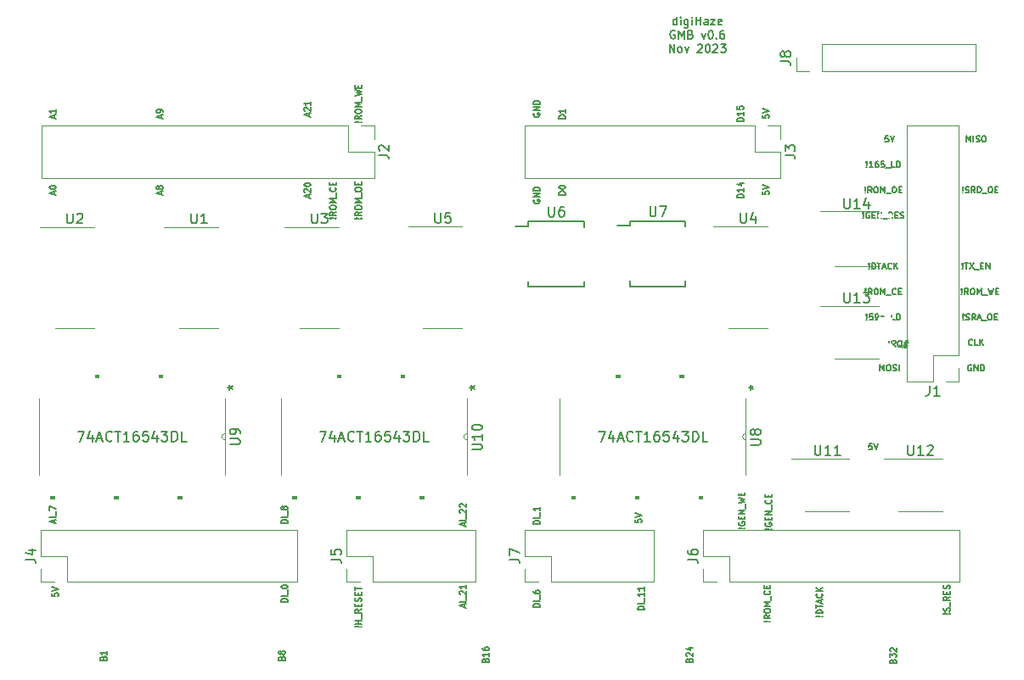
<source format=gto>
G04 #@! TF.GenerationSoftware,KiCad,Pcbnew,(5.1.12-1-10_14)*
G04 #@! TF.CreationDate,2023-11-15T20:51:55-07:00*
G04 #@! TF.ProjectId,GenMemBlock,47656e4d-656d-4426-9c6f-636b2e6b6963,rev?*
G04 #@! TF.SameCoordinates,Original*
G04 #@! TF.FileFunction,Legend,Top*
G04 #@! TF.FilePolarity,Positive*
%FSLAX46Y46*%
G04 Gerber Fmt 4.6, Leading zero omitted, Abs format (unit mm)*
G04 Created by KiCad (PCBNEW (5.1.12-1-10_14)) date 2023-11-15 20:51:55*
%MOMM*%
%LPD*%
G01*
G04 APERTURE LIST*
%ADD10C,0.152400*%
%ADD11C,0.120000*%
%ADD12C,0.150000*%
%ADD13C,0.100000*%
%ADD14O,1.700000X1.700000*%
%ADD15R,1.700000X1.700000*%
%ADD16R,1.778000X6.985000*%
%ADD17R,1.200000X0.400000*%
%ADD18R,0.406400X2.044700*%
G04 APERTURE END LIST*
D10*
X97770647Y-62750095D02*
X97770647Y-61937295D01*
X97770647Y-62711390D02*
X97693238Y-62750095D01*
X97538419Y-62750095D01*
X97461009Y-62711390D01*
X97422304Y-62672685D01*
X97383600Y-62595276D01*
X97383600Y-62363047D01*
X97422304Y-62285638D01*
X97461009Y-62246933D01*
X97538419Y-62208228D01*
X97693238Y-62208228D01*
X97770647Y-62246933D01*
X98157695Y-62750095D02*
X98157695Y-62208228D01*
X98157695Y-61937295D02*
X98118990Y-61976000D01*
X98157695Y-62014704D01*
X98196400Y-61976000D01*
X98157695Y-61937295D01*
X98157695Y-62014704D01*
X98893085Y-62208228D02*
X98893085Y-62866209D01*
X98854380Y-62943619D01*
X98815676Y-62982323D01*
X98738266Y-63021028D01*
X98622152Y-63021028D01*
X98544742Y-62982323D01*
X98893085Y-62711390D02*
X98815676Y-62750095D01*
X98660857Y-62750095D01*
X98583447Y-62711390D01*
X98544742Y-62672685D01*
X98506038Y-62595276D01*
X98506038Y-62363047D01*
X98544742Y-62285638D01*
X98583447Y-62246933D01*
X98660857Y-62208228D01*
X98815676Y-62208228D01*
X98893085Y-62246933D01*
X99280133Y-62750095D02*
X99280133Y-62208228D01*
X99280133Y-61937295D02*
X99241428Y-61976000D01*
X99280133Y-62014704D01*
X99318838Y-61976000D01*
X99280133Y-61937295D01*
X99280133Y-62014704D01*
X99667180Y-62750095D02*
X99667180Y-61937295D01*
X99667180Y-62324342D02*
X100131638Y-62324342D01*
X100131638Y-62750095D02*
X100131638Y-61937295D01*
X100867028Y-62750095D02*
X100867028Y-62324342D01*
X100828323Y-62246933D01*
X100750914Y-62208228D01*
X100596095Y-62208228D01*
X100518685Y-62246933D01*
X100867028Y-62711390D02*
X100789619Y-62750095D01*
X100596095Y-62750095D01*
X100518685Y-62711390D01*
X100479980Y-62633980D01*
X100479980Y-62556571D01*
X100518685Y-62479161D01*
X100596095Y-62440457D01*
X100789619Y-62440457D01*
X100867028Y-62401752D01*
X101176666Y-62208228D02*
X101602419Y-62208228D01*
X101176666Y-62750095D01*
X101602419Y-62750095D01*
X102221695Y-62711390D02*
X102144285Y-62750095D01*
X101989466Y-62750095D01*
X101912057Y-62711390D01*
X101873352Y-62633980D01*
X101873352Y-62324342D01*
X101912057Y-62246933D01*
X101989466Y-62208228D01*
X102144285Y-62208228D01*
X102221695Y-62246933D01*
X102260400Y-62324342D01*
X102260400Y-62401752D01*
X101873352Y-62479161D01*
X97577123Y-63347600D02*
X97499714Y-63308895D01*
X97383600Y-63308895D01*
X97267485Y-63347600D01*
X97190076Y-63425009D01*
X97151371Y-63502419D01*
X97112666Y-63657238D01*
X97112666Y-63773352D01*
X97151371Y-63928171D01*
X97190076Y-64005580D01*
X97267485Y-64082990D01*
X97383600Y-64121695D01*
X97461009Y-64121695D01*
X97577123Y-64082990D01*
X97615828Y-64044285D01*
X97615828Y-63773352D01*
X97461009Y-63773352D01*
X97964171Y-64121695D02*
X97964171Y-63308895D01*
X98235104Y-63889466D01*
X98506038Y-63308895D01*
X98506038Y-64121695D01*
X99164019Y-63695942D02*
X99280133Y-63734647D01*
X99318838Y-63773352D01*
X99357542Y-63850761D01*
X99357542Y-63966876D01*
X99318838Y-64044285D01*
X99280133Y-64082990D01*
X99202723Y-64121695D01*
X98893085Y-64121695D01*
X98893085Y-63308895D01*
X99164019Y-63308895D01*
X99241428Y-63347600D01*
X99280133Y-63386304D01*
X99318838Y-63463714D01*
X99318838Y-63541123D01*
X99280133Y-63618533D01*
X99241428Y-63657238D01*
X99164019Y-63695942D01*
X98893085Y-63695942D01*
X100247752Y-63579828D02*
X100441276Y-64121695D01*
X100634800Y-63579828D01*
X101099257Y-63308895D02*
X101176666Y-63308895D01*
X101254076Y-63347600D01*
X101292780Y-63386304D01*
X101331485Y-63463714D01*
X101370190Y-63618533D01*
X101370190Y-63812057D01*
X101331485Y-63966876D01*
X101292780Y-64044285D01*
X101254076Y-64082990D01*
X101176666Y-64121695D01*
X101099257Y-64121695D01*
X101021847Y-64082990D01*
X100983142Y-64044285D01*
X100944438Y-63966876D01*
X100905733Y-63812057D01*
X100905733Y-63618533D01*
X100944438Y-63463714D01*
X100983142Y-63386304D01*
X101021847Y-63347600D01*
X101099257Y-63308895D01*
X101718533Y-64044285D02*
X101757238Y-64082990D01*
X101718533Y-64121695D01*
X101679828Y-64082990D01*
X101718533Y-64044285D01*
X101718533Y-64121695D01*
X102453923Y-63308895D02*
X102299104Y-63308895D01*
X102221695Y-63347600D01*
X102182990Y-63386304D01*
X102105580Y-63502419D01*
X102066876Y-63657238D01*
X102066876Y-63966876D01*
X102105580Y-64044285D01*
X102144285Y-64082990D01*
X102221695Y-64121695D01*
X102376514Y-64121695D01*
X102453923Y-64082990D01*
X102492628Y-64044285D01*
X102531333Y-63966876D01*
X102531333Y-63773352D01*
X102492628Y-63695942D01*
X102453923Y-63657238D01*
X102376514Y-63618533D01*
X102221695Y-63618533D01*
X102144285Y-63657238D01*
X102105580Y-63695942D01*
X102066876Y-63773352D01*
X97054609Y-65493295D02*
X97054609Y-64680495D01*
X97519066Y-65493295D01*
X97519066Y-64680495D01*
X98022228Y-65493295D02*
X97944819Y-65454590D01*
X97906114Y-65415885D01*
X97867409Y-65338476D01*
X97867409Y-65106247D01*
X97906114Y-65028838D01*
X97944819Y-64990133D01*
X98022228Y-64951428D01*
X98138342Y-64951428D01*
X98215752Y-64990133D01*
X98254457Y-65028838D01*
X98293161Y-65106247D01*
X98293161Y-65338476D01*
X98254457Y-65415885D01*
X98215752Y-65454590D01*
X98138342Y-65493295D01*
X98022228Y-65493295D01*
X98564095Y-64951428D02*
X98757619Y-65493295D01*
X98951142Y-64951428D01*
X99841352Y-64757904D02*
X99880057Y-64719200D01*
X99957466Y-64680495D01*
X100150990Y-64680495D01*
X100228400Y-64719200D01*
X100267104Y-64757904D01*
X100305809Y-64835314D01*
X100305809Y-64912723D01*
X100267104Y-65028838D01*
X99802647Y-65493295D01*
X100305809Y-65493295D01*
X100808971Y-64680495D02*
X100886380Y-64680495D01*
X100963790Y-64719200D01*
X101002495Y-64757904D01*
X101041200Y-64835314D01*
X101079904Y-64990133D01*
X101079904Y-65183657D01*
X101041200Y-65338476D01*
X101002495Y-65415885D01*
X100963790Y-65454590D01*
X100886380Y-65493295D01*
X100808971Y-65493295D01*
X100731561Y-65454590D01*
X100692857Y-65415885D01*
X100654152Y-65338476D01*
X100615447Y-65183657D01*
X100615447Y-64990133D01*
X100654152Y-64835314D01*
X100692857Y-64757904D01*
X100731561Y-64719200D01*
X100808971Y-64680495D01*
X101389542Y-64757904D02*
X101428247Y-64719200D01*
X101505657Y-64680495D01*
X101699180Y-64680495D01*
X101776590Y-64719200D01*
X101815295Y-64757904D01*
X101854000Y-64835314D01*
X101854000Y-64912723D01*
X101815295Y-65028838D01*
X101350838Y-65493295D01*
X101854000Y-65493295D01*
X102124933Y-64680495D02*
X102628095Y-64680495D01*
X102357161Y-64990133D01*
X102473276Y-64990133D01*
X102550685Y-65028838D01*
X102589390Y-65067542D01*
X102628095Y-65144952D01*
X102628095Y-65338476D01*
X102589390Y-65415885D01*
X102550685Y-65454590D01*
X102473276Y-65493295D01*
X102241047Y-65493295D01*
X102163638Y-65454590D01*
X102124933Y-65415885D01*
X118928809Y-94892219D02*
X118928809Y-94279419D01*
X119570790Y-94892219D02*
X119366523Y-94600409D01*
X119220619Y-94892219D02*
X119220619Y-94279419D01*
X119454066Y-94279419D01*
X119512428Y-94308600D01*
X119541609Y-94337780D01*
X119570790Y-94396142D01*
X119570790Y-94483685D01*
X119541609Y-94542047D01*
X119512428Y-94571228D01*
X119454066Y-94600409D01*
X119220619Y-94600409D01*
X120241952Y-94950580D02*
X120183590Y-94921400D01*
X120125228Y-94863038D01*
X120037685Y-94775495D01*
X119979323Y-94746314D01*
X119920961Y-94746314D01*
X119950142Y-94892219D02*
X119891780Y-94863038D01*
X119833419Y-94804676D01*
X119804238Y-94687952D01*
X119804238Y-94483685D01*
X119833419Y-94366961D01*
X119891780Y-94308600D01*
X119950142Y-94279419D01*
X120066866Y-94279419D01*
X120125228Y-94308600D01*
X120183590Y-94366961D01*
X120212771Y-94483685D01*
X120212771Y-94687952D01*
X120183590Y-94804676D01*
X120125228Y-94863038D01*
X120066866Y-94892219D01*
X119950142Y-94892219D01*
X120446219Y-94483685D02*
X120883933Y-94483685D01*
X120621304Y-94221057D02*
X120446219Y-95008942D01*
X120825571Y-94746314D02*
X120387857Y-94746314D01*
X120650485Y-95008942D02*
X120825571Y-94221057D01*
X104485857Y-113017447D02*
X104515038Y-112988266D01*
X104544219Y-113017447D01*
X104515038Y-113046628D01*
X104485857Y-113017447D01*
X104544219Y-113017447D01*
X104310771Y-113017447D02*
X103960600Y-113046628D01*
X103931419Y-113017447D01*
X103960600Y-112988266D01*
X104310771Y-113017447D01*
X103931419Y-113017447D01*
X103960600Y-112404647D02*
X103931419Y-112463009D01*
X103931419Y-112550552D01*
X103960600Y-112638095D01*
X104018961Y-112696457D01*
X104077323Y-112725638D01*
X104194047Y-112754819D01*
X104281590Y-112754819D01*
X104398314Y-112725638D01*
X104456676Y-112696457D01*
X104515038Y-112638095D01*
X104544219Y-112550552D01*
X104544219Y-112492190D01*
X104515038Y-112404647D01*
X104485857Y-112375466D01*
X104281590Y-112375466D01*
X104281590Y-112492190D01*
X104223228Y-112112838D02*
X104223228Y-111908571D01*
X104544219Y-111821028D02*
X104544219Y-112112838D01*
X103931419Y-112112838D01*
X103931419Y-111821028D01*
X104544219Y-111558400D02*
X103931419Y-111558400D01*
X104544219Y-111208228D01*
X103931419Y-111208228D01*
X104602580Y-111062323D02*
X104602580Y-110595428D01*
X103931419Y-110507885D02*
X104544219Y-110361980D01*
X104106504Y-110245257D01*
X104544219Y-110128533D01*
X103931419Y-109982628D01*
X104223228Y-109749180D02*
X104223228Y-109544914D01*
X104544219Y-109457371D02*
X104544219Y-109749180D01*
X103931419Y-109749180D01*
X103931419Y-109457371D01*
X107025857Y-122317628D02*
X107055038Y-122288447D01*
X107084219Y-122317628D01*
X107055038Y-122346809D01*
X107025857Y-122317628D01*
X107084219Y-122317628D01*
X106850771Y-122317628D02*
X106500600Y-122346809D01*
X106471419Y-122317628D01*
X106500600Y-122288447D01*
X106850771Y-122317628D01*
X106471419Y-122317628D01*
X107084219Y-121675647D02*
X106792409Y-121879914D01*
X107084219Y-122025819D02*
X106471419Y-122025819D01*
X106471419Y-121792371D01*
X106500600Y-121734009D01*
X106529780Y-121704828D01*
X106588142Y-121675647D01*
X106675685Y-121675647D01*
X106734047Y-121704828D01*
X106763228Y-121734009D01*
X106792409Y-121792371D01*
X106792409Y-122025819D01*
X106471419Y-121296295D02*
X106471419Y-121179571D01*
X106500600Y-121121209D01*
X106558961Y-121062847D01*
X106675685Y-121033666D01*
X106879952Y-121033666D01*
X106996676Y-121062847D01*
X107055038Y-121121209D01*
X107084219Y-121179571D01*
X107084219Y-121296295D01*
X107055038Y-121354657D01*
X106996676Y-121413019D01*
X106879952Y-121442200D01*
X106675685Y-121442200D01*
X106558961Y-121413019D01*
X106500600Y-121354657D01*
X106471419Y-121296295D01*
X107084219Y-120771038D02*
X106471419Y-120771038D01*
X106909133Y-120566771D01*
X106471419Y-120362504D01*
X107084219Y-120362504D01*
X107142580Y-120216600D02*
X107142580Y-119749704D01*
X107025857Y-119253628D02*
X107055038Y-119282809D01*
X107084219Y-119370352D01*
X107084219Y-119428714D01*
X107055038Y-119516257D01*
X106996676Y-119574619D01*
X106938314Y-119603800D01*
X106821590Y-119632980D01*
X106734047Y-119632980D01*
X106617323Y-119603800D01*
X106558961Y-119574619D01*
X106500600Y-119516257D01*
X106471419Y-119428714D01*
X106471419Y-119370352D01*
X106500600Y-119282809D01*
X106529780Y-119253628D01*
X106763228Y-118991000D02*
X106763228Y-118786733D01*
X107084219Y-118699190D02*
X107084219Y-118991000D01*
X106471419Y-118991000D01*
X106471419Y-118699190D01*
X107152857Y-113100676D02*
X107182038Y-113071495D01*
X107211219Y-113100676D01*
X107182038Y-113129857D01*
X107152857Y-113100676D01*
X107211219Y-113100676D01*
X106977771Y-113100676D02*
X106627600Y-113129857D01*
X106598419Y-113100676D01*
X106627600Y-113071495D01*
X106977771Y-113100676D01*
X106598419Y-113100676D01*
X106627600Y-112487876D02*
X106598419Y-112546238D01*
X106598419Y-112633780D01*
X106627600Y-112721323D01*
X106685961Y-112779685D01*
X106744323Y-112808866D01*
X106861047Y-112838047D01*
X106948590Y-112838047D01*
X107065314Y-112808866D01*
X107123676Y-112779685D01*
X107182038Y-112721323D01*
X107211219Y-112633780D01*
X107211219Y-112575419D01*
X107182038Y-112487876D01*
X107152857Y-112458695D01*
X106948590Y-112458695D01*
X106948590Y-112575419D01*
X106890228Y-112196066D02*
X106890228Y-111991800D01*
X107211219Y-111904257D02*
X107211219Y-112196066D01*
X106598419Y-112196066D01*
X106598419Y-111904257D01*
X107211219Y-111641628D02*
X106598419Y-111641628D01*
X107211219Y-111291457D01*
X106598419Y-111291457D01*
X107269580Y-111145552D02*
X107269580Y-110678657D01*
X107152857Y-110182580D02*
X107182038Y-110211761D01*
X107211219Y-110299304D01*
X107211219Y-110357666D01*
X107182038Y-110445209D01*
X107123676Y-110503571D01*
X107065314Y-110532752D01*
X106948590Y-110561933D01*
X106861047Y-110561933D01*
X106744323Y-110532752D01*
X106685961Y-110503571D01*
X106627600Y-110445209D01*
X106598419Y-110357666D01*
X106598419Y-110299304D01*
X106627600Y-110211761D01*
X106656780Y-110182580D01*
X106890228Y-109919952D02*
X106890228Y-109715685D01*
X107211219Y-109628142D02*
X107211219Y-109919952D01*
X106598419Y-109919952D01*
X106598419Y-109628142D01*
X116948723Y-87086857D02*
X116977904Y-87116038D01*
X116948723Y-87145219D01*
X116919542Y-87116038D01*
X116948723Y-87086857D01*
X116948723Y-87145219D01*
X116948723Y-86911771D02*
X116919542Y-86561600D01*
X116948723Y-86532419D01*
X116977904Y-86561600D01*
X116948723Y-86911771D01*
X116948723Y-86532419D01*
X117240533Y-87145219D02*
X117240533Y-86532419D01*
X117386438Y-86532419D01*
X117473980Y-86561600D01*
X117532342Y-86619961D01*
X117561523Y-86678323D01*
X117590704Y-86795047D01*
X117590704Y-86882590D01*
X117561523Y-86999314D01*
X117532342Y-87057676D01*
X117473980Y-87116038D01*
X117386438Y-87145219D01*
X117240533Y-87145219D01*
X117765790Y-86532419D02*
X118115961Y-86532419D01*
X117940876Y-87145219D02*
X117940876Y-86532419D01*
X118291047Y-86970133D02*
X118582857Y-86970133D01*
X118232685Y-87145219D02*
X118436952Y-86532419D01*
X118641219Y-87145219D01*
X119195657Y-87086857D02*
X119166476Y-87116038D01*
X119078933Y-87145219D01*
X119020571Y-87145219D01*
X118933028Y-87116038D01*
X118874666Y-87057676D01*
X118845485Y-86999314D01*
X118816304Y-86882590D01*
X118816304Y-86795047D01*
X118845485Y-86678323D01*
X118874666Y-86619961D01*
X118933028Y-86561600D01*
X119020571Y-86532419D01*
X119078933Y-86532419D01*
X119166476Y-86561600D01*
X119195657Y-86590780D01*
X119458285Y-87145219D02*
X119458285Y-86532419D01*
X119808457Y-87145219D02*
X119545828Y-86795047D01*
X119808457Y-86532419D02*
X119458285Y-86882590D01*
X118010628Y-97305219D02*
X118010628Y-96692419D01*
X118214895Y-97130133D01*
X118419161Y-96692419D01*
X118419161Y-97305219D01*
X118827695Y-96692419D02*
X118944419Y-96692419D01*
X119002780Y-96721600D01*
X119061142Y-96779961D01*
X119090323Y-96896685D01*
X119090323Y-97100952D01*
X119061142Y-97217676D01*
X119002780Y-97276038D01*
X118944419Y-97305219D01*
X118827695Y-97305219D01*
X118769333Y-97276038D01*
X118710971Y-97217676D01*
X118681790Y-97100952D01*
X118681790Y-96896685D01*
X118710971Y-96779961D01*
X118769333Y-96721600D01*
X118827695Y-96692419D01*
X119323771Y-97276038D02*
X119411314Y-97305219D01*
X119557219Y-97305219D01*
X119615580Y-97276038D01*
X119644761Y-97246857D01*
X119673942Y-97188495D01*
X119673942Y-97130133D01*
X119644761Y-97071771D01*
X119615580Y-97042590D01*
X119557219Y-97013409D01*
X119440495Y-96984228D01*
X119382133Y-96955047D01*
X119352952Y-96925866D01*
X119323771Y-96867504D01*
X119323771Y-96809142D01*
X119352952Y-96750780D01*
X119382133Y-96721600D01*
X119440495Y-96692419D01*
X119586400Y-96692419D01*
X119673942Y-96721600D01*
X119936571Y-97305219D02*
X119936571Y-96692419D01*
X112232857Y-121811276D02*
X112262038Y-121782095D01*
X112291219Y-121811276D01*
X112262038Y-121840457D01*
X112232857Y-121811276D01*
X112291219Y-121811276D01*
X112057771Y-121811276D02*
X111707600Y-121840457D01*
X111678419Y-121811276D01*
X111707600Y-121782095D01*
X112057771Y-121811276D01*
X111678419Y-121811276D01*
X112291219Y-121519466D02*
X111678419Y-121519466D01*
X111678419Y-121373561D01*
X111707600Y-121286019D01*
X111765961Y-121227657D01*
X111824323Y-121198476D01*
X111941047Y-121169295D01*
X112028590Y-121169295D01*
X112145314Y-121198476D01*
X112203676Y-121227657D01*
X112262038Y-121286019D01*
X112291219Y-121373561D01*
X112291219Y-121519466D01*
X111678419Y-120994209D02*
X111678419Y-120644038D01*
X112291219Y-120819123D02*
X111678419Y-120819123D01*
X112116133Y-120468952D02*
X112116133Y-120177142D01*
X112291219Y-120527314D02*
X111678419Y-120323047D01*
X112291219Y-120118780D01*
X112232857Y-119564342D02*
X112262038Y-119593523D01*
X112291219Y-119681066D01*
X112291219Y-119739428D01*
X112262038Y-119826971D01*
X112203676Y-119885333D01*
X112145314Y-119914514D01*
X112028590Y-119943695D01*
X111941047Y-119943695D01*
X111824323Y-119914514D01*
X111765961Y-119885333D01*
X111707600Y-119826971D01*
X111678419Y-119739428D01*
X111678419Y-119681066D01*
X111707600Y-119593523D01*
X111736780Y-119564342D01*
X112291219Y-119301714D02*
X111678419Y-119301714D01*
X112291219Y-118951542D02*
X111941047Y-119214171D01*
X111678419Y-118951542D02*
X112028590Y-119301714D01*
X124932857Y-121542685D02*
X124962038Y-121513504D01*
X124991219Y-121542685D01*
X124962038Y-121571866D01*
X124932857Y-121542685D01*
X124991219Y-121542685D01*
X124757771Y-121542685D02*
X124407600Y-121571866D01*
X124378419Y-121542685D01*
X124407600Y-121513504D01*
X124757771Y-121542685D01*
X124378419Y-121542685D01*
X124962038Y-121280057D02*
X124991219Y-121192514D01*
X124991219Y-121046609D01*
X124962038Y-120988247D01*
X124932857Y-120959066D01*
X124874495Y-120929885D01*
X124816133Y-120929885D01*
X124757771Y-120959066D01*
X124728590Y-120988247D01*
X124699409Y-121046609D01*
X124670228Y-121163333D01*
X124641047Y-121221695D01*
X124611866Y-121250876D01*
X124553504Y-121280057D01*
X124495142Y-121280057D01*
X124436780Y-121250876D01*
X124407600Y-121221695D01*
X124378419Y-121163333D01*
X124378419Y-121017428D01*
X124407600Y-120929885D01*
X125049580Y-120813161D02*
X125049580Y-120346266D01*
X124991219Y-119850190D02*
X124699409Y-120054457D01*
X124991219Y-120200361D02*
X124378419Y-120200361D01*
X124378419Y-119966914D01*
X124407600Y-119908552D01*
X124436780Y-119879371D01*
X124495142Y-119850190D01*
X124582685Y-119850190D01*
X124641047Y-119879371D01*
X124670228Y-119908552D01*
X124699409Y-119966914D01*
X124699409Y-120200361D01*
X124670228Y-119587561D02*
X124670228Y-119383295D01*
X124991219Y-119295752D02*
X124991219Y-119587561D01*
X124378419Y-119587561D01*
X124378419Y-119295752D01*
X124962038Y-119062304D02*
X124991219Y-118974761D01*
X124991219Y-118828857D01*
X124962038Y-118770495D01*
X124932857Y-118741314D01*
X124874495Y-118712133D01*
X124816133Y-118712133D01*
X124757771Y-118741314D01*
X124728590Y-118770495D01*
X124699409Y-118828857D01*
X124670228Y-118945580D01*
X124641047Y-119003942D01*
X124611866Y-119033123D01*
X124553504Y-119062304D01*
X124495142Y-119062304D01*
X124436780Y-119033123D01*
X124407600Y-119003942D01*
X124378419Y-118945580D01*
X124378419Y-118799676D01*
X124407600Y-118712133D01*
X35662133Y-112475466D02*
X35662133Y-112183657D01*
X35837219Y-112533828D02*
X35224419Y-112329561D01*
X35837219Y-112125295D01*
X35837219Y-111921028D02*
X35224419Y-111921028D01*
X35895580Y-111775123D02*
X35895580Y-111308228D01*
X35224419Y-111220685D02*
X35224419Y-110812152D01*
X35837219Y-111074780D01*
X35478419Y-119496723D02*
X35478419Y-119788533D01*
X35770228Y-119817714D01*
X35741047Y-119788533D01*
X35711866Y-119730171D01*
X35711866Y-119584266D01*
X35741047Y-119525904D01*
X35770228Y-119496723D01*
X35828590Y-119467542D01*
X35974495Y-119467542D01*
X36032857Y-119496723D01*
X36062038Y-119525904D01*
X36091219Y-119584266D01*
X36091219Y-119730171D01*
X36062038Y-119788533D01*
X36032857Y-119817714D01*
X35478419Y-119292457D02*
X36091219Y-119088190D01*
X35478419Y-118883923D01*
X58951219Y-112490057D02*
X58338419Y-112490057D01*
X58338419Y-112344152D01*
X58367600Y-112256609D01*
X58425961Y-112198247D01*
X58484323Y-112169066D01*
X58601047Y-112139885D01*
X58688590Y-112139885D01*
X58805314Y-112169066D01*
X58863676Y-112198247D01*
X58922038Y-112256609D01*
X58951219Y-112344152D01*
X58951219Y-112490057D01*
X58951219Y-111877257D02*
X58338419Y-111877257D01*
X59009580Y-111731352D02*
X59009580Y-111264457D01*
X58601047Y-111031009D02*
X58571866Y-111089371D01*
X58542685Y-111118552D01*
X58484323Y-111147733D01*
X58455142Y-111147733D01*
X58396780Y-111118552D01*
X58367600Y-111089371D01*
X58338419Y-111031009D01*
X58338419Y-110914285D01*
X58367600Y-110855923D01*
X58396780Y-110826742D01*
X58455142Y-110797561D01*
X58484323Y-110797561D01*
X58542685Y-110826742D01*
X58571866Y-110855923D01*
X58601047Y-110914285D01*
X58601047Y-111031009D01*
X58630228Y-111089371D01*
X58659409Y-111118552D01*
X58717771Y-111147733D01*
X58834495Y-111147733D01*
X58892857Y-111118552D01*
X58922038Y-111089371D01*
X58951219Y-111031009D01*
X58951219Y-110914285D01*
X58922038Y-110855923D01*
X58892857Y-110826742D01*
X58834495Y-110797561D01*
X58717771Y-110797561D01*
X58659409Y-110826742D01*
X58630228Y-110855923D01*
X58601047Y-110914285D01*
X58951219Y-120364057D02*
X58338419Y-120364057D01*
X58338419Y-120218152D01*
X58367600Y-120130609D01*
X58425961Y-120072247D01*
X58484323Y-120043066D01*
X58601047Y-120013885D01*
X58688590Y-120013885D01*
X58805314Y-120043066D01*
X58863676Y-120072247D01*
X58922038Y-120130609D01*
X58951219Y-120218152D01*
X58951219Y-120364057D01*
X58951219Y-119751257D02*
X58338419Y-119751257D01*
X59009580Y-119605352D02*
X59009580Y-119138457D01*
X58338419Y-118875828D02*
X58338419Y-118817466D01*
X58367600Y-118759104D01*
X58396780Y-118729923D01*
X58455142Y-118700742D01*
X58571866Y-118671561D01*
X58717771Y-118671561D01*
X58834495Y-118700742D01*
X58892857Y-118729923D01*
X58922038Y-118759104D01*
X58951219Y-118817466D01*
X58951219Y-118875828D01*
X58922038Y-118934190D01*
X58892857Y-118963371D01*
X58834495Y-118992552D01*
X58717771Y-119021733D01*
X58571866Y-119021733D01*
X58455142Y-118992552D01*
X58396780Y-118963371D01*
X58367600Y-118934190D01*
X58338419Y-118875828D01*
X66258857Y-122844533D02*
X66288038Y-122815352D01*
X66317219Y-122844533D01*
X66288038Y-122873714D01*
X66258857Y-122844533D01*
X66317219Y-122844533D01*
X66083771Y-122844533D02*
X65733600Y-122873714D01*
X65704419Y-122844533D01*
X65733600Y-122815352D01*
X66083771Y-122844533D01*
X65704419Y-122844533D01*
X66317219Y-122552723D02*
X65704419Y-122552723D01*
X65996228Y-122552723D02*
X65996228Y-122202552D01*
X66317219Y-122202552D02*
X65704419Y-122202552D01*
X66375580Y-122056647D02*
X66375580Y-121589752D01*
X66317219Y-121093676D02*
X66025409Y-121297942D01*
X66317219Y-121443847D02*
X65704419Y-121443847D01*
X65704419Y-121210400D01*
X65733600Y-121152038D01*
X65762780Y-121122857D01*
X65821142Y-121093676D01*
X65908685Y-121093676D01*
X65967047Y-121122857D01*
X65996228Y-121152038D01*
X66025409Y-121210400D01*
X66025409Y-121443847D01*
X65996228Y-120831047D02*
X65996228Y-120626780D01*
X66317219Y-120539238D02*
X66317219Y-120831047D01*
X65704419Y-120831047D01*
X65704419Y-120539238D01*
X66288038Y-120305790D02*
X66317219Y-120218247D01*
X66317219Y-120072342D01*
X66288038Y-120013980D01*
X66258857Y-119984800D01*
X66200495Y-119955619D01*
X66142133Y-119955619D01*
X66083771Y-119984800D01*
X66054590Y-120013980D01*
X66025409Y-120072342D01*
X65996228Y-120189066D01*
X65967047Y-120247428D01*
X65937866Y-120276609D01*
X65879504Y-120305790D01*
X65821142Y-120305790D01*
X65762780Y-120276609D01*
X65733600Y-120247428D01*
X65704419Y-120189066D01*
X65704419Y-120043161D01*
X65733600Y-119955619D01*
X65996228Y-119692990D02*
X65996228Y-119488723D01*
X66317219Y-119401180D02*
X66317219Y-119692990D01*
X65704419Y-119692990D01*
X65704419Y-119401180D01*
X65704419Y-119226095D02*
X65704419Y-118875923D01*
X66317219Y-119051009D02*
X65704419Y-119051009D01*
X76556133Y-112767276D02*
X76556133Y-112475466D01*
X76731219Y-112825638D02*
X76118419Y-112621371D01*
X76731219Y-112417104D01*
X76731219Y-112212838D02*
X76118419Y-112212838D01*
X76789580Y-112066933D02*
X76789580Y-111600038D01*
X76176780Y-111483314D02*
X76147600Y-111454133D01*
X76118419Y-111395771D01*
X76118419Y-111249866D01*
X76147600Y-111191504D01*
X76176780Y-111162323D01*
X76235142Y-111133142D01*
X76293504Y-111133142D01*
X76381047Y-111162323D01*
X76731219Y-111512495D01*
X76731219Y-111133142D01*
X76176780Y-110899695D02*
X76147600Y-110870514D01*
X76118419Y-110812152D01*
X76118419Y-110666247D01*
X76147600Y-110607885D01*
X76176780Y-110578704D01*
X76235142Y-110549523D01*
X76293504Y-110549523D01*
X76381047Y-110578704D01*
X76731219Y-110928876D01*
X76731219Y-110549523D01*
X76556133Y-120895276D02*
X76556133Y-120603466D01*
X76731219Y-120953638D02*
X76118419Y-120749371D01*
X76731219Y-120545104D01*
X76731219Y-120340838D02*
X76118419Y-120340838D01*
X76789580Y-120194933D02*
X76789580Y-119728038D01*
X76176780Y-119611314D02*
X76147600Y-119582133D01*
X76118419Y-119523771D01*
X76118419Y-119377866D01*
X76147600Y-119319504D01*
X76176780Y-119290323D01*
X76235142Y-119261142D01*
X76293504Y-119261142D01*
X76381047Y-119290323D01*
X76731219Y-119640495D01*
X76731219Y-119261142D01*
X76731219Y-118677523D02*
X76731219Y-119027695D01*
X76731219Y-118852609D02*
X76118419Y-118852609D01*
X76205961Y-118910971D01*
X76264323Y-118969333D01*
X76293504Y-119027695D01*
X94511219Y-121163866D02*
X93898419Y-121163866D01*
X93898419Y-121017961D01*
X93927600Y-120930419D01*
X93985961Y-120872057D01*
X94044323Y-120842876D01*
X94161047Y-120813695D01*
X94248590Y-120813695D01*
X94365314Y-120842876D01*
X94423676Y-120872057D01*
X94482038Y-120930419D01*
X94511219Y-121017961D01*
X94511219Y-121163866D01*
X94511219Y-120551066D02*
X93898419Y-120551066D01*
X94569580Y-120405161D02*
X94569580Y-119938266D01*
X94511219Y-119471371D02*
X94511219Y-119821542D01*
X94511219Y-119646457D02*
X93898419Y-119646457D01*
X93985961Y-119704819D01*
X94044323Y-119763180D01*
X94073504Y-119821542D01*
X94511219Y-118887752D02*
X94511219Y-119237923D01*
X94511219Y-119062838D02*
X93898419Y-119062838D01*
X93985961Y-119121200D01*
X94044323Y-119179561D01*
X94073504Y-119237923D01*
X84097219Y-120872057D02*
X83484419Y-120872057D01*
X83484419Y-120726152D01*
X83513600Y-120638609D01*
X83571961Y-120580247D01*
X83630323Y-120551066D01*
X83747047Y-120521885D01*
X83834590Y-120521885D01*
X83951314Y-120551066D01*
X84009676Y-120580247D01*
X84068038Y-120638609D01*
X84097219Y-120726152D01*
X84097219Y-120872057D01*
X84097219Y-120259257D02*
X83484419Y-120259257D01*
X84155580Y-120113352D02*
X84155580Y-119646457D01*
X83484419Y-119237923D02*
X83484419Y-119354647D01*
X83513600Y-119413009D01*
X83542780Y-119442190D01*
X83630323Y-119500552D01*
X83747047Y-119529733D01*
X83980495Y-119529733D01*
X84038857Y-119500552D01*
X84068038Y-119471371D01*
X84097219Y-119413009D01*
X84097219Y-119296285D01*
X84068038Y-119237923D01*
X84038857Y-119208742D01*
X83980495Y-119179561D01*
X83834590Y-119179561D01*
X83776228Y-119208742D01*
X83747047Y-119237923D01*
X83717866Y-119296285D01*
X83717866Y-119413009D01*
X83747047Y-119471371D01*
X83776228Y-119500552D01*
X83834590Y-119529733D01*
X84097219Y-112591657D02*
X83484419Y-112591657D01*
X83484419Y-112445752D01*
X83513600Y-112358209D01*
X83571961Y-112299847D01*
X83630323Y-112270666D01*
X83747047Y-112241485D01*
X83834590Y-112241485D01*
X83951314Y-112270666D01*
X84009676Y-112299847D01*
X84068038Y-112358209D01*
X84097219Y-112445752D01*
X84097219Y-112591657D01*
X84097219Y-111978857D02*
X83484419Y-111978857D01*
X84155580Y-111832952D02*
X84155580Y-111366057D01*
X84097219Y-110899161D02*
X84097219Y-111249333D01*
X84097219Y-111074247D02*
X83484419Y-111074247D01*
X83571961Y-111132609D01*
X83630323Y-111190971D01*
X83659504Y-111249333D01*
X93644419Y-112130723D02*
X93644419Y-112422533D01*
X93936228Y-112451714D01*
X93907047Y-112422533D01*
X93877866Y-112364171D01*
X93877866Y-112218266D01*
X93907047Y-112159904D01*
X93936228Y-112130723D01*
X93994590Y-112101542D01*
X94140495Y-112101542D01*
X94198857Y-112130723D01*
X94228038Y-112159904D01*
X94257219Y-112218266D01*
X94257219Y-112364171D01*
X94228038Y-112422533D01*
X94198857Y-112451714D01*
X93644419Y-111926457D02*
X94257219Y-111722190D01*
X93644419Y-111517923D01*
X119336228Y-126269847D02*
X119365409Y-126182304D01*
X119394590Y-126153123D01*
X119452952Y-126123942D01*
X119540495Y-126123942D01*
X119598857Y-126153123D01*
X119628038Y-126182304D01*
X119657219Y-126240666D01*
X119657219Y-126474114D01*
X119044419Y-126474114D01*
X119044419Y-126269847D01*
X119073600Y-126211485D01*
X119102780Y-126182304D01*
X119161142Y-126153123D01*
X119219504Y-126153123D01*
X119277866Y-126182304D01*
X119307047Y-126211485D01*
X119336228Y-126269847D01*
X119336228Y-126474114D01*
X119044419Y-125919676D02*
X119044419Y-125540323D01*
X119277866Y-125744590D01*
X119277866Y-125657047D01*
X119307047Y-125598685D01*
X119336228Y-125569504D01*
X119394590Y-125540323D01*
X119540495Y-125540323D01*
X119598857Y-125569504D01*
X119628038Y-125598685D01*
X119657219Y-125657047D01*
X119657219Y-125832133D01*
X119628038Y-125890495D01*
X119598857Y-125919676D01*
X119102780Y-125306876D02*
X119073600Y-125277695D01*
X119044419Y-125219333D01*
X119044419Y-125073428D01*
X119073600Y-125015066D01*
X119102780Y-124985885D01*
X119161142Y-124956704D01*
X119219504Y-124956704D01*
X119307047Y-124985885D01*
X119657219Y-125336057D01*
X119657219Y-124956704D01*
X99016228Y-126168247D02*
X99045409Y-126080704D01*
X99074590Y-126051523D01*
X99132952Y-126022342D01*
X99220495Y-126022342D01*
X99278857Y-126051523D01*
X99308038Y-126080704D01*
X99337219Y-126139066D01*
X99337219Y-126372514D01*
X98724419Y-126372514D01*
X98724419Y-126168247D01*
X98753600Y-126109885D01*
X98782780Y-126080704D01*
X98841142Y-126051523D01*
X98899504Y-126051523D01*
X98957866Y-126080704D01*
X98987047Y-126109885D01*
X99016228Y-126168247D01*
X99016228Y-126372514D01*
X98782780Y-125788895D02*
X98753600Y-125759714D01*
X98724419Y-125701352D01*
X98724419Y-125555447D01*
X98753600Y-125497085D01*
X98782780Y-125467904D01*
X98841142Y-125438723D01*
X98899504Y-125438723D01*
X98987047Y-125467904D01*
X99337219Y-125818076D01*
X99337219Y-125438723D01*
X98928685Y-124913466D02*
X99337219Y-124913466D01*
X98695238Y-125059371D02*
X99132952Y-125205276D01*
X99132952Y-124825923D01*
X78696228Y-126168247D02*
X78725409Y-126080704D01*
X78754590Y-126051523D01*
X78812952Y-126022342D01*
X78900495Y-126022342D01*
X78958857Y-126051523D01*
X78988038Y-126080704D01*
X79017219Y-126139066D01*
X79017219Y-126372514D01*
X78404419Y-126372514D01*
X78404419Y-126168247D01*
X78433600Y-126109885D01*
X78462780Y-126080704D01*
X78521142Y-126051523D01*
X78579504Y-126051523D01*
X78637866Y-126080704D01*
X78667047Y-126109885D01*
X78696228Y-126168247D01*
X78696228Y-126372514D01*
X79017219Y-125438723D02*
X79017219Y-125788895D01*
X79017219Y-125613809D02*
X78404419Y-125613809D01*
X78491961Y-125672171D01*
X78550323Y-125730533D01*
X78579504Y-125788895D01*
X78404419Y-124913466D02*
X78404419Y-125030190D01*
X78433600Y-125088552D01*
X78462780Y-125117733D01*
X78550323Y-125176095D01*
X78667047Y-125205276D01*
X78900495Y-125205276D01*
X78958857Y-125176095D01*
X78988038Y-125146914D01*
X79017219Y-125088552D01*
X79017219Y-124971828D01*
X78988038Y-124913466D01*
X78958857Y-124884285D01*
X78900495Y-124855104D01*
X78754590Y-124855104D01*
X78696228Y-124884285D01*
X78667047Y-124913466D01*
X78637866Y-124971828D01*
X78637866Y-125088552D01*
X78667047Y-125146914D01*
X78696228Y-125176095D01*
X78754590Y-125205276D01*
X58376228Y-125978038D02*
X58405409Y-125890495D01*
X58434590Y-125861314D01*
X58492952Y-125832133D01*
X58580495Y-125832133D01*
X58638857Y-125861314D01*
X58668038Y-125890495D01*
X58697219Y-125948857D01*
X58697219Y-126182304D01*
X58084419Y-126182304D01*
X58084419Y-125978038D01*
X58113600Y-125919676D01*
X58142780Y-125890495D01*
X58201142Y-125861314D01*
X58259504Y-125861314D01*
X58317866Y-125890495D01*
X58347047Y-125919676D01*
X58376228Y-125978038D01*
X58376228Y-126182304D01*
X58347047Y-125481961D02*
X58317866Y-125540323D01*
X58288685Y-125569504D01*
X58230323Y-125598685D01*
X58201142Y-125598685D01*
X58142780Y-125569504D01*
X58113600Y-125540323D01*
X58084419Y-125481961D01*
X58084419Y-125365238D01*
X58113600Y-125306876D01*
X58142780Y-125277695D01*
X58201142Y-125248514D01*
X58230323Y-125248514D01*
X58288685Y-125277695D01*
X58317866Y-125306876D01*
X58347047Y-125365238D01*
X58347047Y-125481961D01*
X58376228Y-125540323D01*
X58405409Y-125569504D01*
X58463771Y-125598685D01*
X58580495Y-125598685D01*
X58638857Y-125569504D01*
X58668038Y-125540323D01*
X58697219Y-125481961D01*
X58697219Y-125365238D01*
X58668038Y-125306876D01*
X58638857Y-125277695D01*
X58580495Y-125248514D01*
X58463771Y-125248514D01*
X58405409Y-125277695D01*
X58376228Y-125306876D01*
X58347047Y-125365238D01*
X40596228Y-125978038D02*
X40625409Y-125890495D01*
X40654590Y-125861314D01*
X40712952Y-125832133D01*
X40800495Y-125832133D01*
X40858857Y-125861314D01*
X40888038Y-125890495D01*
X40917219Y-125948857D01*
X40917219Y-126182304D01*
X40304419Y-126182304D01*
X40304419Y-125978038D01*
X40333600Y-125919676D01*
X40362780Y-125890495D01*
X40421142Y-125861314D01*
X40479504Y-125861314D01*
X40537866Y-125890495D01*
X40567047Y-125919676D01*
X40596228Y-125978038D01*
X40596228Y-126182304D01*
X40917219Y-125248514D02*
X40917219Y-125598685D01*
X40917219Y-125423600D02*
X40304419Y-125423600D01*
X40391961Y-125481961D01*
X40450323Y-125540323D01*
X40479504Y-125598685D01*
X117231276Y-104566419D02*
X116939466Y-104566419D01*
X116910285Y-104858228D01*
X116939466Y-104829047D01*
X116997828Y-104799866D01*
X117143733Y-104799866D01*
X117202095Y-104829047D01*
X117231276Y-104858228D01*
X117260457Y-104916590D01*
X117260457Y-105062495D01*
X117231276Y-105120857D01*
X117202095Y-105150038D01*
X117143733Y-105179219D01*
X116997828Y-105179219D01*
X116939466Y-105150038D01*
X116910285Y-105120857D01*
X117435542Y-104566419D02*
X117639809Y-105179219D01*
X117844076Y-104566419D01*
X83513600Y-71586895D02*
X83484419Y-71645257D01*
X83484419Y-71732800D01*
X83513600Y-71820342D01*
X83571961Y-71878704D01*
X83630323Y-71907885D01*
X83747047Y-71937066D01*
X83834590Y-71937066D01*
X83951314Y-71907885D01*
X84009676Y-71878704D01*
X84068038Y-71820342D01*
X84097219Y-71732800D01*
X84097219Y-71674438D01*
X84068038Y-71586895D01*
X84038857Y-71557714D01*
X83834590Y-71557714D01*
X83834590Y-71674438D01*
X84097219Y-71295085D02*
X83484419Y-71295085D01*
X84097219Y-70944914D01*
X83484419Y-70944914D01*
X84097219Y-70653104D02*
X83484419Y-70653104D01*
X83484419Y-70507200D01*
X83513600Y-70419657D01*
X83571961Y-70361295D01*
X83630323Y-70332114D01*
X83747047Y-70302933D01*
X83834590Y-70302933D01*
X83951314Y-70332114D01*
X84009676Y-70361295D01*
X84068038Y-70419657D01*
X84097219Y-70507200D01*
X84097219Y-70653104D01*
X83513600Y-80222895D02*
X83484419Y-80281257D01*
X83484419Y-80368800D01*
X83513600Y-80456342D01*
X83571961Y-80514704D01*
X83630323Y-80543885D01*
X83747047Y-80573066D01*
X83834590Y-80573066D01*
X83951314Y-80543885D01*
X84009676Y-80514704D01*
X84068038Y-80456342D01*
X84097219Y-80368800D01*
X84097219Y-80310438D01*
X84068038Y-80222895D01*
X84038857Y-80193714D01*
X83834590Y-80193714D01*
X83834590Y-80310438D01*
X84097219Y-79931085D02*
X83484419Y-79931085D01*
X84097219Y-79580914D01*
X83484419Y-79580914D01*
X84097219Y-79289104D02*
X83484419Y-79289104D01*
X83484419Y-79143200D01*
X83513600Y-79055657D01*
X83571961Y-78997295D01*
X83630323Y-78968114D01*
X83747047Y-78938933D01*
X83834590Y-78938933D01*
X83951314Y-78968114D01*
X84009676Y-78997295D01*
X84068038Y-79055657D01*
X84097219Y-79143200D01*
X84097219Y-79289104D01*
X106344419Y-71744723D02*
X106344419Y-72036533D01*
X106636228Y-72065714D01*
X106607047Y-72036533D01*
X106577866Y-71978171D01*
X106577866Y-71832266D01*
X106607047Y-71773904D01*
X106636228Y-71744723D01*
X106694590Y-71715542D01*
X106840495Y-71715542D01*
X106898857Y-71744723D01*
X106928038Y-71773904D01*
X106957219Y-71832266D01*
X106957219Y-71978171D01*
X106928038Y-72036533D01*
X106898857Y-72065714D01*
X106344419Y-71540457D02*
X106957219Y-71336190D01*
X106344419Y-71131923D01*
X106344419Y-79364723D02*
X106344419Y-79656533D01*
X106636228Y-79685714D01*
X106607047Y-79656533D01*
X106577866Y-79598171D01*
X106577866Y-79452266D01*
X106607047Y-79393904D01*
X106636228Y-79364723D01*
X106694590Y-79335542D01*
X106840495Y-79335542D01*
X106898857Y-79364723D01*
X106928038Y-79393904D01*
X106957219Y-79452266D01*
X106957219Y-79598171D01*
X106928038Y-79656533D01*
X106898857Y-79685714D01*
X106344419Y-79160457D02*
X106957219Y-78956190D01*
X106344419Y-78751923D01*
X104417219Y-72372114D02*
X103804419Y-72372114D01*
X103804419Y-72226209D01*
X103833600Y-72138666D01*
X103891961Y-72080304D01*
X103950323Y-72051123D01*
X104067047Y-72021942D01*
X104154590Y-72021942D01*
X104271314Y-72051123D01*
X104329676Y-72080304D01*
X104388038Y-72138666D01*
X104417219Y-72226209D01*
X104417219Y-72372114D01*
X104417219Y-71438323D02*
X104417219Y-71788495D01*
X104417219Y-71613409D02*
X103804419Y-71613409D01*
X103891961Y-71671771D01*
X103950323Y-71730133D01*
X103979504Y-71788495D01*
X103804419Y-70883885D02*
X103804419Y-71175695D01*
X104096228Y-71204876D01*
X104067047Y-71175695D01*
X104037866Y-71117333D01*
X104037866Y-70971428D01*
X104067047Y-70913066D01*
X104096228Y-70883885D01*
X104154590Y-70854704D01*
X104300495Y-70854704D01*
X104358857Y-70883885D01*
X104388038Y-70913066D01*
X104417219Y-70971428D01*
X104417219Y-71117333D01*
X104388038Y-71175695D01*
X104358857Y-71204876D01*
X104417219Y-79992114D02*
X103804419Y-79992114D01*
X103804419Y-79846209D01*
X103833600Y-79758666D01*
X103891961Y-79700304D01*
X103950323Y-79671123D01*
X104067047Y-79641942D01*
X104154590Y-79641942D01*
X104271314Y-79671123D01*
X104329676Y-79700304D01*
X104388038Y-79758666D01*
X104417219Y-79846209D01*
X104417219Y-79992114D01*
X104417219Y-79058323D02*
X104417219Y-79408495D01*
X104417219Y-79233409D02*
X103804419Y-79233409D01*
X103891961Y-79291771D01*
X103950323Y-79350133D01*
X103979504Y-79408495D01*
X104008685Y-78533066D02*
X104417219Y-78533066D01*
X103775238Y-78678971D02*
X104212952Y-78824876D01*
X104212952Y-78445523D01*
X86637219Y-72080304D02*
X86024419Y-72080304D01*
X86024419Y-71934400D01*
X86053600Y-71846857D01*
X86111961Y-71788495D01*
X86170323Y-71759314D01*
X86287047Y-71730133D01*
X86374590Y-71730133D01*
X86491314Y-71759314D01*
X86549676Y-71788495D01*
X86608038Y-71846857D01*
X86637219Y-71934400D01*
X86637219Y-72080304D01*
X86637219Y-71146514D02*
X86637219Y-71496685D01*
X86637219Y-71321600D02*
X86024419Y-71321600D01*
X86111961Y-71379961D01*
X86170323Y-71438323D01*
X86199504Y-71496685D01*
X86637219Y-79700304D02*
X86024419Y-79700304D01*
X86024419Y-79554400D01*
X86053600Y-79466857D01*
X86111961Y-79408495D01*
X86170323Y-79379314D01*
X86287047Y-79350133D01*
X86374590Y-79350133D01*
X86491314Y-79379314D01*
X86549676Y-79408495D01*
X86608038Y-79466857D01*
X86637219Y-79554400D01*
X86637219Y-79700304D01*
X86024419Y-78970780D02*
X86024419Y-78912419D01*
X86053600Y-78854057D01*
X86082780Y-78824876D01*
X86141142Y-78795695D01*
X86257866Y-78766514D01*
X86403771Y-78766514D01*
X86520495Y-78795695D01*
X86578857Y-78824876D01*
X86608038Y-78854057D01*
X86637219Y-78912419D01*
X86637219Y-78970780D01*
X86608038Y-79029142D01*
X86578857Y-79058323D01*
X86520495Y-79087504D01*
X86403771Y-79116685D01*
X86257866Y-79116685D01*
X86141142Y-79087504D01*
X86082780Y-79058323D01*
X86053600Y-79029142D01*
X86024419Y-78970780D01*
X61062133Y-79977523D02*
X61062133Y-79685714D01*
X61237219Y-80035885D02*
X60624419Y-79831619D01*
X61237219Y-79627352D01*
X60682780Y-79452266D02*
X60653600Y-79423085D01*
X60624419Y-79364723D01*
X60624419Y-79218819D01*
X60653600Y-79160457D01*
X60682780Y-79131276D01*
X60741142Y-79102095D01*
X60799504Y-79102095D01*
X60887047Y-79131276D01*
X61237219Y-79481447D01*
X61237219Y-79102095D01*
X60624419Y-78722742D02*
X60624419Y-78664380D01*
X60653600Y-78606019D01*
X60682780Y-78576838D01*
X60741142Y-78547657D01*
X60857866Y-78518476D01*
X61003771Y-78518476D01*
X61120495Y-78547657D01*
X61178857Y-78576838D01*
X61208038Y-78606019D01*
X61237219Y-78664380D01*
X61237219Y-78722742D01*
X61208038Y-78781104D01*
X61178857Y-78810285D01*
X61120495Y-78839466D01*
X61003771Y-78868647D01*
X60857866Y-78868647D01*
X60741142Y-78839466D01*
X60682780Y-78810285D01*
X60653600Y-78781104D01*
X60624419Y-78722742D01*
X61062133Y-71849523D02*
X61062133Y-71557714D01*
X61237219Y-71907885D02*
X60624419Y-71703619D01*
X61237219Y-71499352D01*
X60682780Y-71324266D02*
X60653600Y-71295085D01*
X60624419Y-71236723D01*
X60624419Y-71090819D01*
X60653600Y-71032457D01*
X60682780Y-71003276D01*
X60741142Y-70974095D01*
X60799504Y-70974095D01*
X60887047Y-71003276D01*
X61237219Y-71353447D01*
X61237219Y-70974095D01*
X61237219Y-70390476D02*
X61237219Y-70740647D01*
X61237219Y-70565561D02*
X60624419Y-70565561D01*
X60711961Y-70623923D01*
X60770323Y-70682285D01*
X60799504Y-70740647D01*
X46330133Y-72065714D02*
X46330133Y-71773904D01*
X46505219Y-72124076D02*
X45892419Y-71919809D01*
X46505219Y-71715542D01*
X46505219Y-71482095D02*
X46505219Y-71365371D01*
X46476038Y-71307009D01*
X46446857Y-71277828D01*
X46359314Y-71219466D01*
X46242590Y-71190285D01*
X46009142Y-71190285D01*
X45950780Y-71219466D01*
X45921600Y-71248647D01*
X45892419Y-71307009D01*
X45892419Y-71423733D01*
X45921600Y-71482095D01*
X45950780Y-71511276D01*
X46009142Y-71540457D01*
X46155047Y-71540457D01*
X46213409Y-71511276D01*
X46242590Y-71482095D01*
X46271771Y-71423733D01*
X46271771Y-71307009D01*
X46242590Y-71248647D01*
X46213409Y-71219466D01*
X46155047Y-71190285D01*
X46330133Y-79685714D02*
X46330133Y-79393904D01*
X46505219Y-79744076D02*
X45892419Y-79539809D01*
X46505219Y-79335542D01*
X46155047Y-79043733D02*
X46125866Y-79102095D01*
X46096685Y-79131276D01*
X46038323Y-79160457D01*
X46009142Y-79160457D01*
X45950780Y-79131276D01*
X45921600Y-79102095D01*
X45892419Y-79043733D01*
X45892419Y-78927009D01*
X45921600Y-78868647D01*
X45950780Y-78839466D01*
X46009142Y-78810285D01*
X46038323Y-78810285D01*
X46096685Y-78839466D01*
X46125866Y-78868647D01*
X46155047Y-78927009D01*
X46155047Y-79043733D01*
X46184228Y-79102095D01*
X46213409Y-79131276D01*
X46271771Y-79160457D01*
X46388495Y-79160457D01*
X46446857Y-79131276D01*
X46476038Y-79102095D01*
X46505219Y-79043733D01*
X46505219Y-78927009D01*
X46476038Y-78868647D01*
X46446857Y-78839466D01*
X46388495Y-78810285D01*
X46271771Y-78810285D01*
X46213409Y-78839466D01*
X46184228Y-78868647D01*
X46155047Y-78927009D01*
X35662133Y-72065714D02*
X35662133Y-71773904D01*
X35837219Y-72124076D02*
X35224419Y-71919809D01*
X35837219Y-71715542D01*
X35837219Y-71190285D02*
X35837219Y-71540457D01*
X35837219Y-71365371D02*
X35224419Y-71365371D01*
X35311961Y-71423733D01*
X35370323Y-71482095D01*
X35399504Y-71540457D01*
X35662133Y-79685714D02*
X35662133Y-79393904D01*
X35837219Y-79744076D02*
X35224419Y-79539809D01*
X35837219Y-79335542D01*
X35224419Y-79014552D02*
X35224419Y-78956190D01*
X35253600Y-78897828D01*
X35282780Y-78868647D01*
X35341142Y-78839466D01*
X35457866Y-78810285D01*
X35603771Y-78810285D01*
X35720495Y-78839466D01*
X35778857Y-78868647D01*
X35808038Y-78897828D01*
X35837219Y-78956190D01*
X35837219Y-79014552D01*
X35808038Y-79072914D01*
X35778857Y-79102095D01*
X35720495Y-79131276D01*
X35603771Y-79160457D01*
X35457866Y-79160457D01*
X35341142Y-79131276D01*
X35282780Y-79102095D01*
X35253600Y-79072914D01*
X35224419Y-79014552D01*
X63718857Y-82058628D02*
X63748038Y-82029447D01*
X63777219Y-82058628D01*
X63748038Y-82087809D01*
X63718857Y-82058628D01*
X63777219Y-82058628D01*
X63543771Y-82058628D02*
X63193600Y-82087809D01*
X63164419Y-82058628D01*
X63193600Y-82029447D01*
X63543771Y-82058628D01*
X63164419Y-82058628D01*
X63777219Y-81416647D02*
X63485409Y-81620914D01*
X63777219Y-81766819D02*
X63164419Y-81766819D01*
X63164419Y-81533371D01*
X63193600Y-81475009D01*
X63222780Y-81445828D01*
X63281142Y-81416647D01*
X63368685Y-81416647D01*
X63427047Y-81445828D01*
X63456228Y-81475009D01*
X63485409Y-81533371D01*
X63485409Y-81766819D01*
X63164419Y-81037295D02*
X63164419Y-80920571D01*
X63193600Y-80862209D01*
X63251961Y-80803847D01*
X63368685Y-80774666D01*
X63572952Y-80774666D01*
X63689676Y-80803847D01*
X63748038Y-80862209D01*
X63777219Y-80920571D01*
X63777219Y-81037295D01*
X63748038Y-81095657D01*
X63689676Y-81154019D01*
X63572952Y-81183200D01*
X63368685Y-81183200D01*
X63251961Y-81154019D01*
X63193600Y-81095657D01*
X63164419Y-81037295D01*
X63777219Y-80512038D02*
X63164419Y-80512038D01*
X63602133Y-80307771D01*
X63164419Y-80103504D01*
X63777219Y-80103504D01*
X63835580Y-79957600D02*
X63835580Y-79490704D01*
X63718857Y-78994628D02*
X63748038Y-79023809D01*
X63777219Y-79111352D01*
X63777219Y-79169714D01*
X63748038Y-79257257D01*
X63689676Y-79315619D01*
X63631314Y-79344800D01*
X63514590Y-79373980D01*
X63427047Y-79373980D01*
X63310323Y-79344800D01*
X63251961Y-79315619D01*
X63193600Y-79257257D01*
X63164419Y-79169714D01*
X63164419Y-79111352D01*
X63193600Y-79023809D01*
X63222780Y-78994628D01*
X63456228Y-78732000D02*
X63456228Y-78527733D01*
X63777219Y-78440190D02*
X63777219Y-78732000D01*
X63164419Y-78732000D01*
X63164419Y-78440190D01*
X66258857Y-82073219D02*
X66288038Y-82044038D01*
X66317219Y-82073219D01*
X66288038Y-82102400D01*
X66258857Y-82073219D01*
X66317219Y-82073219D01*
X66083771Y-82073219D02*
X65733600Y-82102400D01*
X65704419Y-82073219D01*
X65733600Y-82044038D01*
X66083771Y-82073219D01*
X65704419Y-82073219D01*
X66317219Y-81431238D02*
X66025409Y-81635504D01*
X66317219Y-81781409D02*
X65704419Y-81781409D01*
X65704419Y-81547961D01*
X65733600Y-81489600D01*
X65762780Y-81460419D01*
X65821142Y-81431238D01*
X65908685Y-81431238D01*
X65967047Y-81460419D01*
X65996228Y-81489600D01*
X66025409Y-81547961D01*
X66025409Y-81781409D01*
X65704419Y-81051885D02*
X65704419Y-80935161D01*
X65733600Y-80876800D01*
X65791961Y-80818438D01*
X65908685Y-80789257D01*
X66112952Y-80789257D01*
X66229676Y-80818438D01*
X66288038Y-80876800D01*
X66317219Y-80935161D01*
X66317219Y-81051885D01*
X66288038Y-81110247D01*
X66229676Y-81168609D01*
X66112952Y-81197790D01*
X65908685Y-81197790D01*
X65791961Y-81168609D01*
X65733600Y-81110247D01*
X65704419Y-81051885D01*
X66317219Y-80526628D02*
X65704419Y-80526628D01*
X66142133Y-80322361D01*
X65704419Y-80118095D01*
X66317219Y-80118095D01*
X66375580Y-79972190D02*
X66375580Y-79505295D01*
X65704419Y-79242666D02*
X65704419Y-79125942D01*
X65733600Y-79067580D01*
X65791961Y-79009219D01*
X65908685Y-78980038D01*
X66112952Y-78980038D01*
X66229676Y-79009219D01*
X66288038Y-79067580D01*
X66317219Y-79125942D01*
X66317219Y-79242666D01*
X66288038Y-79301028D01*
X66229676Y-79359390D01*
X66112952Y-79388571D01*
X65908685Y-79388571D01*
X65791961Y-79359390D01*
X65733600Y-79301028D01*
X65704419Y-79242666D01*
X65996228Y-78717409D02*
X65996228Y-78513142D01*
X66317219Y-78425600D02*
X66317219Y-78717409D01*
X65704419Y-78717409D01*
X65704419Y-78425600D01*
X66258857Y-72450400D02*
X66288038Y-72421219D01*
X66317219Y-72450400D01*
X66288038Y-72479580D01*
X66258857Y-72450400D01*
X66317219Y-72450400D01*
X66083771Y-72450400D02*
X65733600Y-72479580D01*
X65704419Y-72450400D01*
X65733600Y-72421219D01*
X66083771Y-72450400D01*
X65704419Y-72450400D01*
X66317219Y-71808419D02*
X66025409Y-72012685D01*
X66317219Y-72158590D02*
X65704419Y-72158590D01*
X65704419Y-71925142D01*
X65733600Y-71866780D01*
X65762780Y-71837600D01*
X65821142Y-71808419D01*
X65908685Y-71808419D01*
X65967047Y-71837600D01*
X65996228Y-71866780D01*
X66025409Y-71925142D01*
X66025409Y-72158590D01*
X65704419Y-71429066D02*
X65704419Y-71312342D01*
X65733600Y-71253980D01*
X65791961Y-71195619D01*
X65908685Y-71166438D01*
X66112952Y-71166438D01*
X66229676Y-71195619D01*
X66288038Y-71253980D01*
X66317219Y-71312342D01*
X66317219Y-71429066D01*
X66288038Y-71487428D01*
X66229676Y-71545790D01*
X66112952Y-71574971D01*
X65908685Y-71574971D01*
X65791961Y-71545790D01*
X65733600Y-71487428D01*
X65704419Y-71429066D01*
X66317219Y-70903809D02*
X65704419Y-70903809D01*
X66142133Y-70699542D01*
X65704419Y-70495276D01*
X66317219Y-70495276D01*
X66375580Y-70349371D02*
X66375580Y-69882476D01*
X65704419Y-69794933D02*
X66317219Y-69649028D01*
X65879504Y-69532304D01*
X66317219Y-69415580D01*
X65704419Y-69269676D01*
X65996228Y-69036228D02*
X65996228Y-68831961D01*
X66317219Y-68744419D02*
X66317219Y-69036228D01*
X65704419Y-69036228D01*
X65704419Y-68744419D01*
X126646628Y-74445219D02*
X126646628Y-73832419D01*
X126850895Y-74270133D01*
X127055161Y-73832419D01*
X127055161Y-74445219D01*
X127346971Y-74445219D02*
X127346971Y-73832419D01*
X127609600Y-74416038D02*
X127697142Y-74445219D01*
X127843047Y-74445219D01*
X127901409Y-74416038D01*
X127930590Y-74386857D01*
X127959771Y-74328495D01*
X127959771Y-74270133D01*
X127930590Y-74211771D01*
X127901409Y-74182590D01*
X127843047Y-74153409D01*
X127726323Y-74124228D01*
X127667961Y-74095047D01*
X127638780Y-74065866D01*
X127609600Y-74007504D01*
X127609600Y-73949142D01*
X127638780Y-73890780D01*
X127667961Y-73861600D01*
X127726323Y-73832419D01*
X127872228Y-73832419D01*
X127959771Y-73861600D01*
X128339123Y-73832419D02*
X128455847Y-73832419D01*
X128514209Y-73861600D01*
X128572571Y-73919961D01*
X128601752Y-74036685D01*
X128601752Y-74240952D01*
X128572571Y-74357676D01*
X128514209Y-74416038D01*
X128455847Y-74445219D01*
X128339123Y-74445219D01*
X128280761Y-74416038D01*
X128222400Y-74357676D01*
X128193219Y-74240952D01*
X128193219Y-74036685D01*
X128222400Y-73919961D01*
X128280761Y-73861600D01*
X128339123Y-73832419D01*
X118856876Y-73832419D02*
X118565066Y-73832419D01*
X118535885Y-74124228D01*
X118565066Y-74095047D01*
X118623428Y-74065866D01*
X118769333Y-74065866D01*
X118827695Y-74095047D01*
X118856876Y-74124228D01*
X118886057Y-74182590D01*
X118886057Y-74328495D01*
X118856876Y-74386857D01*
X118827695Y-74416038D01*
X118769333Y-74445219D01*
X118623428Y-74445219D01*
X118565066Y-74416038D01*
X118535885Y-74386857D01*
X119061142Y-73832419D02*
X119265409Y-74445219D01*
X119469676Y-73832419D01*
X116700685Y-76926857D02*
X116729866Y-76956038D01*
X116700685Y-76985219D01*
X116671504Y-76956038D01*
X116700685Y-76926857D01*
X116700685Y-76985219D01*
X116700685Y-76751771D02*
X116671504Y-76401600D01*
X116700685Y-76372419D01*
X116729866Y-76401600D01*
X116700685Y-76751771D01*
X116700685Y-76372419D01*
X117313485Y-76985219D02*
X116963314Y-76985219D01*
X117138400Y-76985219D02*
X117138400Y-76372419D01*
X117080038Y-76459961D01*
X117021676Y-76518323D01*
X116963314Y-76547504D01*
X117838742Y-76372419D02*
X117722019Y-76372419D01*
X117663657Y-76401600D01*
X117634476Y-76430780D01*
X117576114Y-76518323D01*
X117546933Y-76635047D01*
X117546933Y-76868495D01*
X117576114Y-76926857D01*
X117605295Y-76956038D01*
X117663657Y-76985219D01*
X117780380Y-76985219D01*
X117838742Y-76956038D01*
X117867923Y-76926857D01*
X117897104Y-76868495D01*
X117897104Y-76722590D01*
X117867923Y-76664228D01*
X117838742Y-76635047D01*
X117780380Y-76605866D01*
X117663657Y-76605866D01*
X117605295Y-76635047D01*
X117576114Y-76664228D01*
X117546933Y-76722590D01*
X118451542Y-76372419D02*
X118159733Y-76372419D01*
X118130552Y-76664228D01*
X118159733Y-76635047D01*
X118218095Y-76605866D01*
X118364000Y-76605866D01*
X118422361Y-76635047D01*
X118451542Y-76664228D01*
X118480723Y-76722590D01*
X118480723Y-76868495D01*
X118451542Y-76926857D01*
X118422361Y-76956038D01*
X118364000Y-76985219D01*
X118218095Y-76985219D01*
X118159733Y-76956038D01*
X118130552Y-76926857D01*
X118597447Y-77043580D02*
X119064342Y-77043580D01*
X119502057Y-76985219D02*
X119210247Y-76985219D01*
X119210247Y-76372419D01*
X119706323Y-76985219D02*
X119706323Y-76372419D01*
X119852228Y-76372419D01*
X119939771Y-76401600D01*
X119998133Y-76459961D01*
X120027314Y-76518323D01*
X120056495Y-76635047D01*
X120056495Y-76722590D01*
X120027314Y-76839314D01*
X119998133Y-76897676D01*
X119939771Y-76956038D01*
X119852228Y-76985219D01*
X119706323Y-76985219D01*
X126279733Y-79466857D02*
X126308914Y-79496038D01*
X126279733Y-79525219D01*
X126250552Y-79496038D01*
X126279733Y-79466857D01*
X126279733Y-79525219D01*
X126279733Y-79291771D02*
X126250552Y-78941600D01*
X126279733Y-78912419D01*
X126308914Y-78941600D01*
X126279733Y-79291771D01*
X126279733Y-78912419D01*
X126542361Y-79496038D02*
X126629904Y-79525219D01*
X126775809Y-79525219D01*
X126834171Y-79496038D01*
X126863352Y-79466857D01*
X126892533Y-79408495D01*
X126892533Y-79350133D01*
X126863352Y-79291771D01*
X126834171Y-79262590D01*
X126775809Y-79233409D01*
X126659085Y-79204228D01*
X126600723Y-79175047D01*
X126571542Y-79145866D01*
X126542361Y-79087504D01*
X126542361Y-79029142D01*
X126571542Y-78970780D01*
X126600723Y-78941600D01*
X126659085Y-78912419D01*
X126804990Y-78912419D01*
X126892533Y-78941600D01*
X127505333Y-79525219D02*
X127301066Y-79233409D01*
X127155161Y-79525219D02*
X127155161Y-78912419D01*
X127388609Y-78912419D01*
X127446971Y-78941600D01*
X127476152Y-78970780D01*
X127505333Y-79029142D01*
X127505333Y-79116685D01*
X127476152Y-79175047D01*
X127446971Y-79204228D01*
X127388609Y-79233409D01*
X127155161Y-79233409D01*
X127767961Y-79525219D02*
X127767961Y-78912419D01*
X127913866Y-78912419D01*
X128001409Y-78941600D01*
X128059771Y-78999961D01*
X128088952Y-79058323D01*
X128118133Y-79175047D01*
X128118133Y-79262590D01*
X128088952Y-79379314D01*
X128059771Y-79437676D01*
X128001409Y-79496038D01*
X127913866Y-79525219D01*
X127767961Y-79525219D01*
X128234857Y-79583580D02*
X128701752Y-79583580D01*
X128964380Y-78912419D02*
X129081104Y-78912419D01*
X129139466Y-78941600D01*
X129197828Y-78999961D01*
X129227009Y-79116685D01*
X129227009Y-79320952D01*
X129197828Y-79437676D01*
X129139466Y-79496038D01*
X129081104Y-79525219D01*
X128964380Y-79525219D01*
X128906019Y-79496038D01*
X128847657Y-79437676D01*
X128818476Y-79320952D01*
X128818476Y-79116685D01*
X128847657Y-78999961D01*
X128906019Y-78941600D01*
X128964380Y-78912419D01*
X129489638Y-79204228D02*
X129693904Y-79204228D01*
X129781447Y-79525219D02*
X129489638Y-79525219D01*
X129489638Y-78912419D01*
X129781447Y-78912419D01*
X116554780Y-79466857D02*
X116583961Y-79496038D01*
X116554780Y-79525219D01*
X116525600Y-79496038D01*
X116554780Y-79466857D01*
X116554780Y-79525219D01*
X116554780Y-79291771D02*
X116525600Y-78941600D01*
X116554780Y-78912419D01*
X116583961Y-78941600D01*
X116554780Y-79291771D01*
X116554780Y-78912419D01*
X117196761Y-79525219D02*
X116992495Y-79233409D01*
X116846590Y-79525219D02*
X116846590Y-78912419D01*
X117080038Y-78912419D01*
X117138400Y-78941600D01*
X117167580Y-78970780D01*
X117196761Y-79029142D01*
X117196761Y-79116685D01*
X117167580Y-79175047D01*
X117138400Y-79204228D01*
X117080038Y-79233409D01*
X116846590Y-79233409D01*
X117576114Y-78912419D02*
X117692838Y-78912419D01*
X117751200Y-78941600D01*
X117809561Y-78999961D01*
X117838742Y-79116685D01*
X117838742Y-79320952D01*
X117809561Y-79437676D01*
X117751200Y-79496038D01*
X117692838Y-79525219D01*
X117576114Y-79525219D01*
X117517752Y-79496038D01*
X117459390Y-79437676D01*
X117430209Y-79320952D01*
X117430209Y-79116685D01*
X117459390Y-78999961D01*
X117517752Y-78941600D01*
X117576114Y-78912419D01*
X118101371Y-79525219D02*
X118101371Y-78912419D01*
X118305638Y-79350133D01*
X118509904Y-78912419D01*
X118509904Y-79525219D01*
X118655809Y-79583580D02*
X119122704Y-79583580D01*
X119385333Y-78912419D02*
X119502057Y-78912419D01*
X119560419Y-78941600D01*
X119618780Y-78999961D01*
X119647961Y-79116685D01*
X119647961Y-79320952D01*
X119618780Y-79437676D01*
X119560419Y-79496038D01*
X119502057Y-79525219D01*
X119385333Y-79525219D01*
X119326971Y-79496038D01*
X119268609Y-79437676D01*
X119239428Y-79320952D01*
X119239428Y-79116685D01*
X119268609Y-78999961D01*
X119326971Y-78941600D01*
X119385333Y-78912419D01*
X119910590Y-79204228D02*
X120114857Y-79204228D01*
X120202400Y-79525219D02*
X119910590Y-79525219D01*
X119910590Y-78912419D01*
X120202400Y-78912419D01*
X116350514Y-82006857D02*
X116379695Y-82036038D01*
X116350514Y-82065219D01*
X116321333Y-82036038D01*
X116350514Y-82006857D01*
X116350514Y-82065219D01*
X116350514Y-81831771D02*
X116321333Y-81481600D01*
X116350514Y-81452419D01*
X116379695Y-81481600D01*
X116350514Y-81831771D01*
X116350514Y-81452419D01*
X116963314Y-81481600D02*
X116904952Y-81452419D01*
X116817409Y-81452419D01*
X116729866Y-81481600D01*
X116671504Y-81539961D01*
X116642323Y-81598323D01*
X116613142Y-81715047D01*
X116613142Y-81802590D01*
X116642323Y-81919314D01*
X116671504Y-81977676D01*
X116729866Y-82036038D01*
X116817409Y-82065219D01*
X116875771Y-82065219D01*
X116963314Y-82036038D01*
X116992495Y-82006857D01*
X116992495Y-81802590D01*
X116875771Y-81802590D01*
X117255123Y-81744228D02*
X117459390Y-81744228D01*
X117546933Y-82065219D02*
X117255123Y-82065219D01*
X117255123Y-81452419D01*
X117546933Y-81452419D01*
X117809561Y-82065219D02*
X117809561Y-81452419D01*
X118159733Y-82065219D01*
X118159733Y-81452419D01*
X118305638Y-82123580D02*
X118772533Y-82123580D01*
X119268609Y-82065219D02*
X119064342Y-81773409D01*
X118918438Y-82065219D02*
X118918438Y-81452419D01*
X119151885Y-81452419D01*
X119210247Y-81481600D01*
X119239428Y-81510780D01*
X119268609Y-81569142D01*
X119268609Y-81656685D01*
X119239428Y-81715047D01*
X119210247Y-81744228D01*
X119151885Y-81773409D01*
X118918438Y-81773409D01*
X119531238Y-81744228D02*
X119735504Y-81744228D01*
X119823047Y-82065219D02*
X119531238Y-82065219D01*
X119531238Y-81452419D01*
X119823047Y-81452419D01*
X120056495Y-82036038D02*
X120144038Y-82065219D01*
X120289942Y-82065219D01*
X120348304Y-82036038D01*
X120377485Y-82006857D01*
X120406666Y-81948495D01*
X120406666Y-81890133D01*
X120377485Y-81831771D01*
X120348304Y-81802590D01*
X120289942Y-81773409D01*
X120173219Y-81744228D01*
X120114857Y-81715047D01*
X120085676Y-81685866D01*
X120056495Y-81627504D01*
X120056495Y-81569142D01*
X120085676Y-81510780D01*
X120114857Y-81481600D01*
X120173219Y-81452419D01*
X120319123Y-81452419D01*
X120406666Y-81481600D01*
X116569371Y-89626857D02*
X116598552Y-89656038D01*
X116569371Y-89685219D01*
X116540190Y-89656038D01*
X116569371Y-89626857D01*
X116569371Y-89685219D01*
X116569371Y-89451771D02*
X116540190Y-89101600D01*
X116569371Y-89072419D01*
X116598552Y-89101600D01*
X116569371Y-89451771D01*
X116569371Y-89072419D01*
X117211352Y-89685219D02*
X117007085Y-89393409D01*
X116861180Y-89685219D02*
X116861180Y-89072419D01*
X117094628Y-89072419D01*
X117152990Y-89101600D01*
X117182171Y-89130780D01*
X117211352Y-89189142D01*
X117211352Y-89276685D01*
X117182171Y-89335047D01*
X117152990Y-89364228D01*
X117094628Y-89393409D01*
X116861180Y-89393409D01*
X117590704Y-89072419D02*
X117707428Y-89072419D01*
X117765790Y-89101600D01*
X117824152Y-89159961D01*
X117853333Y-89276685D01*
X117853333Y-89480952D01*
X117824152Y-89597676D01*
X117765790Y-89656038D01*
X117707428Y-89685219D01*
X117590704Y-89685219D01*
X117532342Y-89656038D01*
X117473980Y-89597676D01*
X117444800Y-89480952D01*
X117444800Y-89276685D01*
X117473980Y-89159961D01*
X117532342Y-89101600D01*
X117590704Y-89072419D01*
X118115961Y-89685219D02*
X118115961Y-89072419D01*
X118320228Y-89510133D01*
X118524495Y-89072419D01*
X118524495Y-89685219D01*
X118670400Y-89743580D02*
X119137295Y-89743580D01*
X119633371Y-89626857D02*
X119604190Y-89656038D01*
X119516647Y-89685219D01*
X119458285Y-89685219D01*
X119370742Y-89656038D01*
X119312380Y-89597676D01*
X119283200Y-89539314D01*
X119254019Y-89422590D01*
X119254019Y-89335047D01*
X119283200Y-89218323D01*
X119312380Y-89159961D01*
X119370742Y-89101600D01*
X119458285Y-89072419D01*
X119516647Y-89072419D01*
X119604190Y-89101600D01*
X119633371Y-89130780D01*
X119896000Y-89364228D02*
X120100266Y-89364228D01*
X120187809Y-89685219D02*
X119896000Y-89685219D01*
X119896000Y-89072419D01*
X120187809Y-89072419D01*
X116700685Y-92166857D02*
X116729866Y-92196038D01*
X116700685Y-92225219D01*
X116671504Y-92196038D01*
X116700685Y-92166857D01*
X116700685Y-92225219D01*
X116700685Y-91991771D02*
X116671504Y-91641600D01*
X116700685Y-91612419D01*
X116729866Y-91641600D01*
X116700685Y-91991771D01*
X116700685Y-91612419D01*
X117284304Y-91612419D02*
X116992495Y-91612419D01*
X116963314Y-91904228D01*
X116992495Y-91875047D01*
X117050857Y-91845866D01*
X117196761Y-91845866D01*
X117255123Y-91875047D01*
X117284304Y-91904228D01*
X117313485Y-91962590D01*
X117313485Y-92108495D01*
X117284304Y-92166857D01*
X117255123Y-92196038D01*
X117196761Y-92225219D01*
X117050857Y-92225219D01*
X116992495Y-92196038D01*
X116963314Y-92166857D01*
X117605295Y-92225219D02*
X117722019Y-92225219D01*
X117780380Y-92196038D01*
X117809561Y-92166857D01*
X117867923Y-92079314D01*
X117897104Y-91962590D01*
X117897104Y-91729142D01*
X117867923Y-91670780D01*
X117838742Y-91641600D01*
X117780380Y-91612419D01*
X117663657Y-91612419D01*
X117605295Y-91641600D01*
X117576114Y-91670780D01*
X117546933Y-91729142D01*
X117546933Y-91875047D01*
X117576114Y-91933409D01*
X117605295Y-91962590D01*
X117663657Y-91991771D01*
X117780380Y-91991771D01*
X117838742Y-91962590D01*
X117867923Y-91933409D01*
X117897104Y-91875047D01*
X118451542Y-91612419D02*
X118159733Y-91612419D01*
X118130552Y-91904228D01*
X118159733Y-91875047D01*
X118218095Y-91845866D01*
X118364000Y-91845866D01*
X118422361Y-91875047D01*
X118451542Y-91904228D01*
X118480723Y-91962590D01*
X118480723Y-92108495D01*
X118451542Y-92166857D01*
X118422361Y-92196038D01*
X118364000Y-92225219D01*
X118218095Y-92225219D01*
X118159733Y-92196038D01*
X118130552Y-92166857D01*
X118597447Y-92283580D02*
X119064342Y-92283580D01*
X119502057Y-92225219D02*
X119210247Y-92225219D01*
X119210247Y-91612419D01*
X119706323Y-92225219D02*
X119706323Y-91612419D01*
X119852228Y-91612419D01*
X119939771Y-91641600D01*
X119998133Y-91699961D01*
X120027314Y-91758323D01*
X120056495Y-91875047D01*
X120056495Y-91962590D01*
X120027314Y-92079314D01*
X119998133Y-92137676D01*
X119939771Y-92196038D01*
X119852228Y-92225219D01*
X119706323Y-92225219D01*
X126252685Y-87086857D02*
X126281866Y-87116038D01*
X126252685Y-87145219D01*
X126223504Y-87116038D01*
X126252685Y-87086857D01*
X126252685Y-87145219D01*
X126252685Y-86911771D02*
X126223504Y-86561600D01*
X126252685Y-86532419D01*
X126281866Y-86561600D01*
X126252685Y-86911771D01*
X126252685Y-86532419D01*
X126456952Y-86532419D02*
X126807123Y-86532419D01*
X126632038Y-87145219D02*
X126632038Y-86532419D01*
X126953028Y-86532419D02*
X127361561Y-87145219D01*
X127361561Y-86532419D02*
X126953028Y-87145219D01*
X127449104Y-87203580D02*
X127916000Y-87203580D01*
X128061904Y-86824228D02*
X128266171Y-86824228D01*
X128353714Y-87145219D02*
X128061904Y-87145219D01*
X128061904Y-86532419D01*
X128353714Y-86532419D01*
X128616342Y-87145219D02*
X128616342Y-86532419D01*
X128966514Y-87145219D01*
X128966514Y-86532419D01*
X126177600Y-89626857D02*
X126206780Y-89656038D01*
X126177600Y-89685219D01*
X126148419Y-89656038D01*
X126177600Y-89626857D01*
X126177600Y-89685219D01*
X126177600Y-89451771D02*
X126148419Y-89101600D01*
X126177600Y-89072419D01*
X126206780Y-89101600D01*
X126177600Y-89451771D01*
X126177600Y-89072419D01*
X126819580Y-89685219D02*
X126615314Y-89393409D01*
X126469409Y-89685219D02*
X126469409Y-89072419D01*
X126702857Y-89072419D01*
X126761219Y-89101600D01*
X126790400Y-89130780D01*
X126819580Y-89189142D01*
X126819580Y-89276685D01*
X126790400Y-89335047D01*
X126761219Y-89364228D01*
X126702857Y-89393409D01*
X126469409Y-89393409D01*
X127198933Y-89072419D02*
X127315657Y-89072419D01*
X127374019Y-89101600D01*
X127432380Y-89159961D01*
X127461561Y-89276685D01*
X127461561Y-89480952D01*
X127432380Y-89597676D01*
X127374019Y-89656038D01*
X127315657Y-89685219D01*
X127198933Y-89685219D01*
X127140571Y-89656038D01*
X127082209Y-89597676D01*
X127053028Y-89480952D01*
X127053028Y-89276685D01*
X127082209Y-89159961D01*
X127140571Y-89101600D01*
X127198933Y-89072419D01*
X127724190Y-89685219D02*
X127724190Y-89072419D01*
X127928457Y-89510133D01*
X128132723Y-89072419D01*
X128132723Y-89685219D01*
X128278628Y-89743580D02*
X128745523Y-89743580D01*
X128833066Y-89072419D02*
X128978971Y-89685219D01*
X129095695Y-89247504D01*
X129212419Y-89685219D01*
X129358323Y-89072419D01*
X129591771Y-89364228D02*
X129796038Y-89364228D01*
X129883580Y-89685219D02*
X129591771Y-89685219D01*
X129591771Y-89072419D01*
X129883580Y-89072419D01*
X126323504Y-92166857D02*
X126352685Y-92196038D01*
X126323504Y-92225219D01*
X126294323Y-92196038D01*
X126323504Y-92166857D01*
X126323504Y-92225219D01*
X126323504Y-91991771D02*
X126294323Y-91641600D01*
X126323504Y-91612419D01*
X126352685Y-91641600D01*
X126323504Y-91991771D01*
X126323504Y-91612419D01*
X126586133Y-92196038D02*
X126673676Y-92225219D01*
X126819580Y-92225219D01*
X126877942Y-92196038D01*
X126907123Y-92166857D01*
X126936304Y-92108495D01*
X126936304Y-92050133D01*
X126907123Y-91991771D01*
X126877942Y-91962590D01*
X126819580Y-91933409D01*
X126702857Y-91904228D01*
X126644495Y-91875047D01*
X126615314Y-91845866D01*
X126586133Y-91787504D01*
X126586133Y-91729142D01*
X126615314Y-91670780D01*
X126644495Y-91641600D01*
X126702857Y-91612419D01*
X126848761Y-91612419D01*
X126936304Y-91641600D01*
X127549104Y-92225219D02*
X127344838Y-91933409D01*
X127198933Y-92225219D02*
X127198933Y-91612419D01*
X127432380Y-91612419D01*
X127490742Y-91641600D01*
X127519923Y-91670780D01*
X127549104Y-91729142D01*
X127549104Y-91816685D01*
X127519923Y-91875047D01*
X127490742Y-91904228D01*
X127432380Y-91933409D01*
X127198933Y-91933409D01*
X127782552Y-92050133D02*
X128074361Y-92050133D01*
X127724190Y-92225219D02*
X127928457Y-91612419D01*
X128132723Y-92225219D01*
X128191085Y-92283580D02*
X128657980Y-92283580D01*
X128920609Y-91612419D02*
X129037333Y-91612419D01*
X129095695Y-91641600D01*
X129154057Y-91699961D01*
X129183238Y-91816685D01*
X129183238Y-92020952D01*
X129154057Y-92137676D01*
X129095695Y-92196038D01*
X129037333Y-92225219D01*
X128920609Y-92225219D01*
X128862247Y-92196038D01*
X128803885Y-92137676D01*
X128774704Y-92020952D01*
X128774704Y-91816685D01*
X128803885Y-91699961D01*
X128862247Y-91641600D01*
X128920609Y-91612419D01*
X129445866Y-91904228D02*
X129650133Y-91904228D01*
X129737676Y-92225219D02*
X129445866Y-92225219D01*
X129445866Y-91612419D01*
X129737676Y-91612419D01*
X127244838Y-94706857D02*
X127215657Y-94736038D01*
X127128114Y-94765219D01*
X127069752Y-94765219D01*
X126982209Y-94736038D01*
X126923847Y-94677676D01*
X126894666Y-94619314D01*
X126865485Y-94502590D01*
X126865485Y-94415047D01*
X126894666Y-94298323D01*
X126923847Y-94239961D01*
X126982209Y-94181600D01*
X127069752Y-94152419D01*
X127128114Y-94152419D01*
X127215657Y-94181600D01*
X127244838Y-94210780D01*
X127799276Y-94765219D02*
X127507466Y-94765219D01*
X127507466Y-94152419D01*
X128003542Y-94765219D02*
X128003542Y-94152419D01*
X128353714Y-94765219D02*
X128091085Y-94415047D01*
X128353714Y-94152419D02*
X128003542Y-94502590D01*
X127142704Y-96721600D02*
X127084342Y-96692419D01*
X126996800Y-96692419D01*
X126909257Y-96721600D01*
X126850895Y-96779961D01*
X126821714Y-96838323D01*
X126792533Y-96955047D01*
X126792533Y-97042590D01*
X126821714Y-97159314D01*
X126850895Y-97217676D01*
X126909257Y-97276038D01*
X126996800Y-97305219D01*
X127055161Y-97305219D01*
X127142704Y-97276038D01*
X127171885Y-97246857D01*
X127171885Y-97042590D01*
X127055161Y-97042590D01*
X127434514Y-97305219D02*
X127434514Y-96692419D01*
X127784685Y-97305219D01*
X127784685Y-96692419D01*
X128076495Y-97305219D02*
X128076495Y-96692419D01*
X128222400Y-96692419D01*
X128309942Y-96721600D01*
X128368304Y-96779961D01*
X128397485Y-96838323D01*
X128426666Y-96955047D01*
X128426666Y-97042590D01*
X128397485Y-97159314D01*
X128368304Y-97217676D01*
X128309942Y-97276038D01*
X128222400Y-97305219D01*
X128076495Y-97305219D01*
D11*
X109668000Y-67370000D02*
X109668000Y-66040000D01*
X110998000Y-67370000D02*
X109668000Y-67370000D01*
X112268000Y-67370000D02*
X112268000Y-64710000D01*
X112268000Y-64710000D02*
X127568000Y-64710000D01*
X112268000Y-67370000D02*
X127568000Y-67370000D01*
X127568000Y-67370000D02*
X127568000Y-64710000D01*
X125907000Y-72810000D02*
X120707000Y-72810000D01*
X125907000Y-95730000D02*
X125907000Y-72810000D01*
X120707000Y-98330000D02*
X120707000Y-72810000D01*
X125907000Y-95730000D02*
X123307000Y-95730000D01*
X123307000Y-95730000D02*
X123307000Y-98330000D01*
X123307000Y-98330000D02*
X120707000Y-98330000D01*
X125907000Y-97000000D02*
X125907000Y-98330000D01*
X125907000Y-98330000D02*
X124577000Y-98330000D01*
X115697000Y-81339000D02*
X112097000Y-81339000D01*
X115697000Y-81339000D02*
X117897000Y-81339000D01*
X115697000Y-86809000D02*
X113497000Y-86809000D01*
X115697000Y-86809000D02*
X117897000Y-86809000D01*
X115697000Y-96082000D02*
X117897000Y-96082000D01*
X115697000Y-96082000D02*
X113497000Y-96082000D01*
X115697000Y-90862000D02*
X117897000Y-90862000D01*
X115697000Y-90862000D02*
X112097000Y-90862000D01*
X122047000Y-111322000D02*
X124247000Y-111322000D01*
X122047000Y-111322000D02*
X119847000Y-111322000D01*
X122047000Y-106102000D02*
X124247000Y-106102000D01*
X122047000Y-106102000D02*
X118447000Y-106102000D01*
X112776000Y-111322000D02*
X114976000Y-111322000D01*
X112776000Y-111322000D02*
X110576000Y-111322000D01*
X112776000Y-106102000D02*
X114976000Y-106102000D01*
X112776000Y-106102000D02*
X109176000Y-106102000D01*
D12*
X93084600Y-82810200D02*
X91809600Y-82810200D01*
X93084600Y-88885200D02*
X98634600Y-88885200D01*
X93084600Y-82335200D02*
X98634600Y-82335200D01*
X93084600Y-88885200D02*
X93084600Y-88310200D01*
X98634600Y-88885200D02*
X98634600Y-88310200D01*
X98634600Y-82335200D02*
X98634600Y-82910200D01*
X93084600Y-82335200D02*
X93084600Y-82810200D01*
X82975400Y-82848800D02*
X81700400Y-82848800D01*
X82975400Y-88923800D02*
X88525400Y-88923800D01*
X82975400Y-82373800D02*
X88525400Y-82373800D01*
X82975400Y-88923800D02*
X82975400Y-88348800D01*
X88525400Y-88923800D02*
X88525400Y-88348800D01*
X88525400Y-82373800D02*
X88525400Y-82948800D01*
X82975400Y-82373800D02*
X82975400Y-82848800D01*
D11*
X86101000Y-100088700D02*
X86101000Y-107683300D01*
X104643000Y-107683300D02*
X104643000Y-100088700D01*
D13*
G36*
X98420000Y-97688400D02*
G01*
X98039000Y-97688400D01*
X98039000Y-97942400D01*
X98420000Y-97942400D01*
X98420000Y-97688400D01*
G37*
X98420000Y-97688400D02*
X98039000Y-97688400D01*
X98039000Y-97942400D01*
X98420000Y-97942400D01*
X98420000Y-97688400D01*
G36*
X92070000Y-97688400D02*
G01*
X91689000Y-97688400D01*
X91689000Y-97942400D01*
X92070000Y-97942400D01*
X92070000Y-97688400D01*
G37*
X92070000Y-97688400D02*
X91689000Y-97688400D01*
X91689000Y-97942400D01*
X92070000Y-97942400D01*
X92070000Y-97688400D01*
G36*
X87625000Y-110083600D02*
G01*
X87244000Y-110083600D01*
X87244000Y-109829600D01*
X87625000Y-109829600D01*
X87625000Y-110083600D01*
G37*
X87625000Y-110083600D02*
X87244000Y-110083600D01*
X87244000Y-109829600D01*
X87625000Y-109829600D01*
X87625000Y-110083600D01*
G36*
X93975000Y-110083600D02*
G01*
X93594000Y-110083600D01*
X93594000Y-109829600D01*
X93975000Y-109829600D01*
X93975000Y-110083600D01*
G37*
X93975000Y-110083600D02*
X93594000Y-110083600D01*
X93594000Y-109829600D01*
X93975000Y-109829600D01*
X93975000Y-110083600D01*
G36*
X100325000Y-110083600D02*
G01*
X99944000Y-110083600D01*
X99944000Y-109829600D01*
X100325000Y-109829600D01*
X100325000Y-110083600D01*
G37*
X100325000Y-110083600D02*
X99944000Y-110083600D01*
X99944000Y-109829600D01*
X100325000Y-109829600D01*
X100325000Y-110083600D01*
D11*
X104643000Y-104190800D02*
G75*
G02*
X104643000Y-103581200I0J304800D01*
G01*
D13*
G36*
X48387000Y-110083600D02*
G01*
X48006000Y-110083600D01*
X48006000Y-109829600D01*
X48387000Y-109829600D01*
X48387000Y-110083600D01*
G37*
X48387000Y-110083600D02*
X48006000Y-110083600D01*
X48006000Y-109829600D01*
X48387000Y-109829600D01*
X48387000Y-110083600D01*
G36*
X42037000Y-110083600D02*
G01*
X41656000Y-110083600D01*
X41656000Y-109829600D01*
X42037000Y-109829600D01*
X42037000Y-110083600D01*
G37*
X42037000Y-110083600D02*
X41656000Y-110083600D01*
X41656000Y-109829600D01*
X42037000Y-109829600D01*
X42037000Y-110083600D01*
G36*
X35687000Y-110083600D02*
G01*
X35306000Y-110083600D01*
X35306000Y-109829600D01*
X35687000Y-109829600D01*
X35687000Y-110083600D01*
G37*
X35687000Y-110083600D02*
X35306000Y-110083600D01*
X35306000Y-109829600D01*
X35687000Y-109829600D01*
X35687000Y-110083600D01*
G36*
X40132000Y-97688400D02*
G01*
X39751000Y-97688400D01*
X39751000Y-97942400D01*
X40132000Y-97942400D01*
X40132000Y-97688400D01*
G37*
X40132000Y-97688400D02*
X39751000Y-97688400D01*
X39751000Y-97942400D01*
X40132000Y-97942400D01*
X40132000Y-97688400D01*
G36*
X46482000Y-97688400D02*
G01*
X46101000Y-97688400D01*
X46101000Y-97942400D01*
X46482000Y-97942400D01*
X46482000Y-97688400D01*
G37*
X46482000Y-97688400D02*
X46101000Y-97688400D01*
X46101000Y-97942400D01*
X46482000Y-97942400D01*
X46482000Y-97688400D01*
D11*
X52705000Y-107683300D02*
X52705000Y-100088700D01*
X34163000Y-100088700D02*
X34163000Y-107683300D01*
X52705000Y-104190800D02*
G75*
G02*
X52705000Y-103581200I0J304800D01*
G01*
X58296400Y-100088700D02*
X58296400Y-107683300D01*
X76838400Y-107683300D02*
X76838400Y-100088700D01*
D13*
G36*
X70615400Y-97688400D02*
G01*
X70234400Y-97688400D01*
X70234400Y-97942400D01*
X70615400Y-97942400D01*
X70615400Y-97688400D01*
G37*
X70615400Y-97688400D02*
X70234400Y-97688400D01*
X70234400Y-97942400D01*
X70615400Y-97942400D01*
X70615400Y-97688400D01*
G36*
X64265400Y-97688400D02*
G01*
X63884400Y-97688400D01*
X63884400Y-97942400D01*
X64265400Y-97942400D01*
X64265400Y-97688400D01*
G37*
X64265400Y-97688400D02*
X63884400Y-97688400D01*
X63884400Y-97942400D01*
X64265400Y-97942400D01*
X64265400Y-97688400D01*
G36*
X59820400Y-110083600D02*
G01*
X59439400Y-110083600D01*
X59439400Y-109829600D01*
X59820400Y-109829600D01*
X59820400Y-110083600D01*
G37*
X59820400Y-110083600D02*
X59439400Y-110083600D01*
X59439400Y-109829600D01*
X59820400Y-109829600D01*
X59820400Y-110083600D01*
G36*
X66170400Y-110083600D02*
G01*
X65789400Y-110083600D01*
X65789400Y-109829600D01*
X66170400Y-109829600D01*
X66170400Y-110083600D01*
G37*
X66170400Y-110083600D02*
X65789400Y-110083600D01*
X65789400Y-109829600D01*
X66170400Y-109829600D01*
X66170400Y-110083600D01*
G36*
X72520400Y-110083600D02*
G01*
X72139400Y-110083600D01*
X72139400Y-109829600D01*
X72520400Y-109829600D01*
X72520400Y-110083600D01*
G37*
X72520400Y-110083600D02*
X72139400Y-110083600D01*
X72139400Y-109829600D01*
X72520400Y-109829600D01*
X72520400Y-110083600D01*
D11*
X76838400Y-104190800D02*
G75*
G02*
X76838400Y-103581200I0J304800D01*
G01*
X34459000Y-72820000D02*
X34459000Y-78020000D01*
X64999000Y-72820000D02*
X34459000Y-72820000D01*
X67599000Y-78020000D02*
X34459000Y-78020000D01*
X64999000Y-72820000D02*
X64999000Y-75420000D01*
X64999000Y-75420000D02*
X67599000Y-75420000D01*
X67599000Y-75420000D02*
X67599000Y-78020000D01*
X66269000Y-72820000D02*
X67599000Y-72820000D01*
X67599000Y-72820000D02*
X67599000Y-74150000D01*
X64837000Y-118373200D02*
X64837000Y-117043200D01*
X66167000Y-118373200D02*
X64837000Y-118373200D01*
X64837000Y-115773200D02*
X64837000Y-113173200D01*
X67437000Y-115773200D02*
X64837000Y-115773200D01*
X67437000Y-118373200D02*
X67437000Y-115773200D01*
X64837000Y-113173200D02*
X77657000Y-113173200D01*
X67437000Y-118373200D02*
X77657000Y-118373200D01*
X77657000Y-118373200D02*
X77657000Y-113173200D01*
X95437000Y-118373200D02*
X95437000Y-113173200D01*
X85217000Y-118373200D02*
X95437000Y-118373200D01*
X82617000Y-113173200D02*
X95437000Y-113173200D01*
X85217000Y-118373200D02*
X85217000Y-115773200D01*
X85217000Y-115773200D02*
X82617000Y-115773200D01*
X82617000Y-115773200D02*
X82617000Y-113173200D01*
X83947000Y-118373200D02*
X82617000Y-118373200D01*
X82617000Y-118373200D02*
X82617000Y-117043200D01*
X100397000Y-118373200D02*
X100397000Y-117043200D01*
X101727000Y-118373200D02*
X100397000Y-118373200D01*
X100397000Y-115773200D02*
X100397000Y-113173200D01*
X102997000Y-115773200D02*
X100397000Y-115773200D01*
X102997000Y-118373200D02*
X102997000Y-115773200D01*
X100397000Y-113173200D02*
X125917000Y-113173200D01*
X102997000Y-118373200D02*
X125917000Y-118373200D01*
X125917000Y-118373200D02*
X125917000Y-113173200D01*
X59902400Y-118373200D02*
X59902400Y-113173200D01*
X36982400Y-118373200D02*
X59902400Y-118373200D01*
X34382400Y-113173200D02*
X59902400Y-113173200D01*
X36982400Y-118373200D02*
X36982400Y-115773200D01*
X36982400Y-115773200D02*
X34382400Y-115773200D01*
X34382400Y-115773200D02*
X34382400Y-113173200D01*
X35712400Y-118373200D02*
X34382400Y-118373200D01*
X34382400Y-118373200D02*
X34382400Y-117043200D01*
X82591600Y-72820000D02*
X82591600Y-78020000D01*
X105511600Y-72820000D02*
X82591600Y-72820000D01*
X108111600Y-78020000D02*
X82591600Y-78020000D01*
X105511600Y-72820000D02*
X105511600Y-75420000D01*
X105511600Y-75420000D02*
X108111600Y-75420000D01*
X108111600Y-75420000D02*
X108111600Y-78020000D01*
X106781600Y-72820000D02*
X108111600Y-72820000D01*
X108111600Y-72820000D02*
X108111600Y-74150000D01*
X37719000Y-93071000D02*
X39669000Y-93071000D01*
X37719000Y-93071000D02*
X35769000Y-93071000D01*
X37719000Y-82951000D02*
X39669000Y-82951000D01*
X37719000Y-82951000D02*
X34269000Y-82951000D01*
X62115700Y-93071000D02*
X64065700Y-93071000D01*
X62115700Y-93071000D02*
X60165700Y-93071000D01*
X62115700Y-82951000D02*
X64065700Y-82951000D01*
X62115700Y-82951000D02*
X58665700Y-82951000D01*
X50101500Y-93071000D02*
X52051500Y-93071000D01*
X50101500Y-93071000D02*
X48151500Y-93071000D01*
X50101500Y-82951000D02*
X52051500Y-82951000D01*
X50101500Y-82951000D02*
X46651500Y-82951000D01*
X74422000Y-93020200D02*
X76372000Y-93020200D01*
X74422000Y-93020200D02*
X72472000Y-93020200D01*
X74422000Y-82900200D02*
X76372000Y-82900200D01*
X74422000Y-82900200D02*
X70972000Y-82900200D01*
X104881600Y-93020200D02*
X106831600Y-93020200D01*
X104881600Y-93020200D02*
X102931600Y-93020200D01*
X104881600Y-82900200D02*
X106831600Y-82900200D01*
X104881600Y-82900200D02*
X101431600Y-82900200D01*
D12*
X108120380Y-66373333D02*
X108834666Y-66373333D01*
X108977523Y-66420952D01*
X109072761Y-66516190D01*
X109120380Y-66659047D01*
X109120380Y-66754285D01*
X108548952Y-65754285D02*
X108501333Y-65849523D01*
X108453714Y-65897142D01*
X108358476Y-65944761D01*
X108310857Y-65944761D01*
X108215619Y-65897142D01*
X108168000Y-65849523D01*
X108120380Y-65754285D01*
X108120380Y-65563809D01*
X108168000Y-65468571D01*
X108215619Y-65420952D01*
X108310857Y-65373333D01*
X108358476Y-65373333D01*
X108453714Y-65420952D01*
X108501333Y-65468571D01*
X108548952Y-65563809D01*
X108548952Y-65754285D01*
X108596571Y-65849523D01*
X108644190Y-65897142D01*
X108739428Y-65944761D01*
X108929904Y-65944761D01*
X109025142Y-65897142D01*
X109072761Y-65849523D01*
X109120380Y-65754285D01*
X109120380Y-65563809D01*
X109072761Y-65468571D01*
X109025142Y-65420952D01*
X108929904Y-65373333D01*
X108739428Y-65373333D01*
X108644190Y-65420952D01*
X108596571Y-65468571D01*
X108548952Y-65563809D01*
X122973666Y-98782380D02*
X122973666Y-99496666D01*
X122926047Y-99639523D01*
X122830809Y-99734761D01*
X122687952Y-99782380D01*
X122592714Y-99782380D01*
X123973666Y-99782380D02*
X123402238Y-99782380D01*
X123687952Y-99782380D02*
X123687952Y-98782380D01*
X123592714Y-98925238D01*
X123497476Y-99020476D01*
X123402238Y-99068095D01*
X114458904Y-80076380D02*
X114458904Y-80885904D01*
X114506523Y-80981142D01*
X114554142Y-81028761D01*
X114649380Y-81076380D01*
X114839857Y-81076380D01*
X114935095Y-81028761D01*
X114982714Y-80981142D01*
X115030333Y-80885904D01*
X115030333Y-80076380D01*
X116030333Y-81076380D02*
X115458904Y-81076380D01*
X115744619Y-81076380D02*
X115744619Y-80076380D01*
X115649380Y-80219238D01*
X115554142Y-80314476D01*
X115458904Y-80362095D01*
X116887476Y-80409714D02*
X116887476Y-81076380D01*
X116649380Y-80028761D02*
X116411285Y-80743047D01*
X117030333Y-80743047D01*
X114458904Y-89474380D02*
X114458904Y-90283904D01*
X114506523Y-90379142D01*
X114554142Y-90426761D01*
X114649380Y-90474380D01*
X114839857Y-90474380D01*
X114935095Y-90426761D01*
X114982714Y-90379142D01*
X115030333Y-90283904D01*
X115030333Y-89474380D01*
X116030333Y-90474380D02*
X115458904Y-90474380D01*
X115744619Y-90474380D02*
X115744619Y-89474380D01*
X115649380Y-89617238D01*
X115554142Y-89712476D01*
X115458904Y-89760095D01*
X116363666Y-89474380D02*
X116982714Y-89474380D01*
X116649380Y-89855333D01*
X116792238Y-89855333D01*
X116887476Y-89902952D01*
X116935095Y-89950571D01*
X116982714Y-90045809D01*
X116982714Y-90283904D01*
X116935095Y-90379142D01*
X116887476Y-90426761D01*
X116792238Y-90474380D01*
X116506523Y-90474380D01*
X116411285Y-90426761D01*
X116363666Y-90379142D01*
X120808904Y-104714380D02*
X120808904Y-105523904D01*
X120856523Y-105619142D01*
X120904142Y-105666761D01*
X120999380Y-105714380D01*
X121189857Y-105714380D01*
X121285095Y-105666761D01*
X121332714Y-105619142D01*
X121380333Y-105523904D01*
X121380333Y-104714380D01*
X122380333Y-105714380D02*
X121808904Y-105714380D01*
X122094619Y-105714380D02*
X122094619Y-104714380D01*
X121999380Y-104857238D01*
X121904142Y-104952476D01*
X121808904Y-105000095D01*
X122761285Y-104809619D02*
X122808904Y-104762000D01*
X122904142Y-104714380D01*
X123142238Y-104714380D01*
X123237476Y-104762000D01*
X123285095Y-104809619D01*
X123332714Y-104904857D01*
X123332714Y-105000095D01*
X123285095Y-105142952D01*
X122713666Y-105714380D01*
X123332714Y-105714380D01*
X111537904Y-104714380D02*
X111537904Y-105523904D01*
X111585523Y-105619142D01*
X111633142Y-105666761D01*
X111728380Y-105714380D01*
X111918857Y-105714380D01*
X112014095Y-105666761D01*
X112061714Y-105619142D01*
X112109333Y-105523904D01*
X112109333Y-104714380D01*
X113109333Y-105714380D02*
X112537904Y-105714380D01*
X112823619Y-105714380D02*
X112823619Y-104714380D01*
X112728380Y-104857238D01*
X112633142Y-104952476D01*
X112537904Y-105000095D01*
X114061714Y-105714380D02*
X113490285Y-105714380D01*
X113776000Y-105714380D02*
X113776000Y-104714380D01*
X113680761Y-104857238D01*
X113585523Y-104952476D01*
X113490285Y-105000095D01*
X95097695Y-80862580D02*
X95097695Y-81672104D01*
X95145314Y-81767342D01*
X95192933Y-81814961D01*
X95288171Y-81862580D01*
X95478647Y-81862580D01*
X95573885Y-81814961D01*
X95621504Y-81767342D01*
X95669123Y-81672104D01*
X95669123Y-80862580D01*
X96050076Y-80862580D02*
X96716742Y-80862580D01*
X96288171Y-81862580D01*
X84988495Y-80901180D02*
X84988495Y-81710704D01*
X85036114Y-81805942D01*
X85083733Y-81853561D01*
X85178971Y-81901180D01*
X85369447Y-81901180D01*
X85464685Y-81853561D01*
X85512304Y-81805942D01*
X85559923Y-81710704D01*
X85559923Y-80901180D01*
X86464685Y-80901180D02*
X86274209Y-80901180D01*
X86178971Y-80948800D01*
X86131352Y-80996419D01*
X86036114Y-81139276D01*
X85988495Y-81329752D01*
X85988495Y-81710704D01*
X86036114Y-81805942D01*
X86083733Y-81853561D01*
X86178971Y-81901180D01*
X86369447Y-81901180D01*
X86464685Y-81853561D01*
X86512304Y-81805942D01*
X86559923Y-81710704D01*
X86559923Y-81472609D01*
X86512304Y-81377371D01*
X86464685Y-81329752D01*
X86369447Y-81282133D01*
X86178971Y-81282133D01*
X86083733Y-81329752D01*
X86036114Y-81377371D01*
X85988495Y-81472609D01*
X105116380Y-104698704D02*
X105925904Y-104698704D01*
X106021142Y-104651085D01*
X106068761Y-104603466D01*
X106116380Y-104508228D01*
X106116380Y-104317752D01*
X106068761Y-104222514D01*
X106021142Y-104174895D01*
X105925904Y-104127276D01*
X105116380Y-104127276D01*
X105544952Y-103508228D02*
X105497333Y-103603466D01*
X105449714Y-103651085D01*
X105354476Y-103698704D01*
X105306857Y-103698704D01*
X105211619Y-103651085D01*
X105164000Y-103603466D01*
X105116380Y-103508228D01*
X105116380Y-103317752D01*
X105164000Y-103222514D01*
X105211619Y-103174895D01*
X105306857Y-103127276D01*
X105354476Y-103127276D01*
X105449714Y-103174895D01*
X105497333Y-103222514D01*
X105544952Y-103317752D01*
X105544952Y-103508228D01*
X105592571Y-103603466D01*
X105640190Y-103651085D01*
X105735428Y-103698704D01*
X105925904Y-103698704D01*
X106021142Y-103651085D01*
X106068761Y-103603466D01*
X106116380Y-103508228D01*
X106116380Y-103317752D01*
X106068761Y-103222514D01*
X106021142Y-103174895D01*
X105925904Y-103127276D01*
X105735428Y-103127276D01*
X105640190Y-103174895D01*
X105592571Y-103222514D01*
X105544952Y-103317752D01*
X89967238Y-103338380D02*
X90633904Y-103338380D01*
X90205333Y-104338380D01*
X91443428Y-103671714D02*
X91443428Y-104338380D01*
X91205333Y-103290761D02*
X90967238Y-104005047D01*
X91586285Y-104005047D01*
X91919619Y-104052666D02*
X92395809Y-104052666D01*
X91824380Y-104338380D02*
X92157714Y-103338380D01*
X92491047Y-104338380D01*
X93395809Y-104243142D02*
X93348190Y-104290761D01*
X93205333Y-104338380D01*
X93110095Y-104338380D01*
X92967238Y-104290761D01*
X92872000Y-104195523D01*
X92824380Y-104100285D01*
X92776761Y-103909809D01*
X92776761Y-103766952D01*
X92824380Y-103576476D01*
X92872000Y-103481238D01*
X92967238Y-103386000D01*
X93110095Y-103338380D01*
X93205333Y-103338380D01*
X93348190Y-103386000D01*
X93395809Y-103433619D01*
X93681523Y-103338380D02*
X94252952Y-103338380D01*
X93967238Y-104338380D02*
X93967238Y-103338380D01*
X95110095Y-104338380D02*
X94538666Y-104338380D01*
X94824380Y-104338380D02*
X94824380Y-103338380D01*
X94729142Y-103481238D01*
X94633904Y-103576476D01*
X94538666Y-103624095D01*
X95967238Y-103338380D02*
X95776761Y-103338380D01*
X95681523Y-103386000D01*
X95633904Y-103433619D01*
X95538666Y-103576476D01*
X95491047Y-103766952D01*
X95491047Y-104147904D01*
X95538666Y-104243142D01*
X95586285Y-104290761D01*
X95681523Y-104338380D01*
X95872000Y-104338380D01*
X95967238Y-104290761D01*
X96014857Y-104243142D01*
X96062476Y-104147904D01*
X96062476Y-103909809D01*
X96014857Y-103814571D01*
X95967238Y-103766952D01*
X95872000Y-103719333D01*
X95681523Y-103719333D01*
X95586285Y-103766952D01*
X95538666Y-103814571D01*
X95491047Y-103909809D01*
X96967238Y-103338380D02*
X96491047Y-103338380D01*
X96443428Y-103814571D01*
X96491047Y-103766952D01*
X96586285Y-103719333D01*
X96824380Y-103719333D01*
X96919619Y-103766952D01*
X96967238Y-103814571D01*
X97014857Y-103909809D01*
X97014857Y-104147904D01*
X96967238Y-104243142D01*
X96919619Y-104290761D01*
X96824380Y-104338380D01*
X96586285Y-104338380D01*
X96491047Y-104290761D01*
X96443428Y-104243142D01*
X97872000Y-103671714D02*
X97872000Y-104338380D01*
X97633904Y-103290761D02*
X97395809Y-104005047D01*
X98014857Y-104005047D01*
X98300571Y-103338380D02*
X98919619Y-103338380D01*
X98586285Y-103719333D01*
X98729142Y-103719333D01*
X98824380Y-103766952D01*
X98872000Y-103814571D01*
X98919619Y-103909809D01*
X98919619Y-104147904D01*
X98872000Y-104243142D01*
X98824380Y-104290761D01*
X98729142Y-104338380D01*
X98443428Y-104338380D01*
X98348190Y-104290761D01*
X98300571Y-104243142D01*
X99348190Y-104338380D02*
X99348190Y-103338380D01*
X99586285Y-103338380D01*
X99729142Y-103386000D01*
X99824380Y-103481238D01*
X99872000Y-103576476D01*
X99919619Y-103766952D01*
X99919619Y-103909809D01*
X99872000Y-104100285D01*
X99824380Y-104195523D01*
X99729142Y-104290761D01*
X99586285Y-104338380D01*
X99348190Y-104338380D01*
X100824380Y-104338380D02*
X100348190Y-104338380D01*
X100348190Y-103338380D01*
X104946280Y-98964750D02*
X105184376Y-98964750D01*
X105089138Y-99202845D02*
X105184376Y-98964750D01*
X105089138Y-98726654D01*
X105374852Y-99107607D02*
X105184376Y-98964750D01*
X105374852Y-98821892D01*
X104946280Y-98964750D02*
X105184376Y-98964750D01*
X105089138Y-99202845D02*
X105184376Y-98964750D01*
X105089138Y-98726654D01*
X105374852Y-99107607D02*
X105184376Y-98964750D01*
X105374852Y-98821892D01*
X53198780Y-104647904D02*
X54008304Y-104647904D01*
X54103542Y-104600285D01*
X54151161Y-104552666D01*
X54198780Y-104457428D01*
X54198780Y-104266952D01*
X54151161Y-104171714D01*
X54103542Y-104124095D01*
X54008304Y-104076476D01*
X53198780Y-104076476D01*
X54198780Y-103552666D02*
X54198780Y-103362190D01*
X54151161Y-103266952D01*
X54103542Y-103219333D01*
X53960685Y-103124095D01*
X53770209Y-103076476D01*
X53389257Y-103076476D01*
X53294019Y-103124095D01*
X53246400Y-103171714D01*
X53198780Y-103266952D01*
X53198780Y-103457428D01*
X53246400Y-103552666D01*
X53294019Y-103600285D01*
X53389257Y-103647904D01*
X53627352Y-103647904D01*
X53722590Y-103600285D01*
X53770209Y-103552666D01*
X53817828Y-103457428D01*
X53817828Y-103266952D01*
X53770209Y-103171714D01*
X53722590Y-103124095D01*
X53627352Y-103076476D01*
X38029238Y-103338380D02*
X38695904Y-103338380D01*
X38267333Y-104338380D01*
X39505428Y-103671714D02*
X39505428Y-104338380D01*
X39267333Y-103290761D02*
X39029238Y-104005047D01*
X39648285Y-104005047D01*
X39981619Y-104052666D02*
X40457809Y-104052666D01*
X39886380Y-104338380D02*
X40219714Y-103338380D01*
X40553047Y-104338380D01*
X41457809Y-104243142D02*
X41410190Y-104290761D01*
X41267333Y-104338380D01*
X41172095Y-104338380D01*
X41029238Y-104290761D01*
X40934000Y-104195523D01*
X40886380Y-104100285D01*
X40838761Y-103909809D01*
X40838761Y-103766952D01*
X40886380Y-103576476D01*
X40934000Y-103481238D01*
X41029238Y-103386000D01*
X41172095Y-103338380D01*
X41267333Y-103338380D01*
X41410190Y-103386000D01*
X41457809Y-103433619D01*
X41743523Y-103338380D02*
X42314952Y-103338380D01*
X42029238Y-104338380D02*
X42029238Y-103338380D01*
X43172095Y-104338380D02*
X42600666Y-104338380D01*
X42886380Y-104338380D02*
X42886380Y-103338380D01*
X42791142Y-103481238D01*
X42695904Y-103576476D01*
X42600666Y-103624095D01*
X44029238Y-103338380D02*
X43838761Y-103338380D01*
X43743523Y-103386000D01*
X43695904Y-103433619D01*
X43600666Y-103576476D01*
X43553047Y-103766952D01*
X43553047Y-104147904D01*
X43600666Y-104243142D01*
X43648285Y-104290761D01*
X43743523Y-104338380D01*
X43934000Y-104338380D01*
X44029238Y-104290761D01*
X44076857Y-104243142D01*
X44124476Y-104147904D01*
X44124476Y-103909809D01*
X44076857Y-103814571D01*
X44029238Y-103766952D01*
X43934000Y-103719333D01*
X43743523Y-103719333D01*
X43648285Y-103766952D01*
X43600666Y-103814571D01*
X43553047Y-103909809D01*
X45029238Y-103338380D02*
X44553047Y-103338380D01*
X44505428Y-103814571D01*
X44553047Y-103766952D01*
X44648285Y-103719333D01*
X44886380Y-103719333D01*
X44981619Y-103766952D01*
X45029238Y-103814571D01*
X45076857Y-103909809D01*
X45076857Y-104147904D01*
X45029238Y-104243142D01*
X44981619Y-104290761D01*
X44886380Y-104338380D01*
X44648285Y-104338380D01*
X44553047Y-104290761D01*
X44505428Y-104243142D01*
X45934000Y-103671714D02*
X45934000Y-104338380D01*
X45695904Y-103290761D02*
X45457809Y-104005047D01*
X46076857Y-104005047D01*
X46362571Y-103338380D02*
X46981619Y-103338380D01*
X46648285Y-103719333D01*
X46791142Y-103719333D01*
X46886380Y-103766952D01*
X46934000Y-103814571D01*
X46981619Y-103909809D01*
X46981619Y-104147904D01*
X46934000Y-104243142D01*
X46886380Y-104290761D01*
X46791142Y-104338380D01*
X46505428Y-104338380D01*
X46410190Y-104290761D01*
X46362571Y-104243142D01*
X47410190Y-104338380D02*
X47410190Y-103338380D01*
X47648285Y-103338380D01*
X47791142Y-103386000D01*
X47886380Y-103481238D01*
X47934000Y-103576476D01*
X47981619Y-103766952D01*
X47981619Y-103909809D01*
X47934000Y-104100285D01*
X47886380Y-104195523D01*
X47791142Y-104290761D01*
X47648285Y-104338380D01*
X47410190Y-104338380D01*
X48886380Y-104338380D02*
X48410190Y-104338380D01*
X48410190Y-103338380D01*
X53008280Y-98964750D02*
X53246376Y-98964750D01*
X53151138Y-99202845D02*
X53246376Y-98964750D01*
X53151138Y-98726654D01*
X53436852Y-99107607D02*
X53246376Y-98964750D01*
X53436852Y-98821892D01*
X53008280Y-98964750D02*
X53246376Y-98964750D01*
X53151138Y-99202845D02*
X53246376Y-98964750D01*
X53151138Y-98726654D01*
X53436852Y-99107607D02*
X53246376Y-98964750D01*
X53436852Y-98821892D01*
X77328780Y-105174895D02*
X78138304Y-105174895D01*
X78233542Y-105127276D01*
X78281161Y-105079657D01*
X78328780Y-104984419D01*
X78328780Y-104793942D01*
X78281161Y-104698704D01*
X78233542Y-104651085D01*
X78138304Y-104603466D01*
X77328780Y-104603466D01*
X78328780Y-103603466D02*
X78328780Y-104174895D01*
X78328780Y-103889180D02*
X77328780Y-103889180D01*
X77471638Y-103984419D01*
X77566876Y-104079657D01*
X77614495Y-104174895D01*
X77328780Y-102984419D02*
X77328780Y-102889180D01*
X77376400Y-102793942D01*
X77424019Y-102746323D01*
X77519257Y-102698704D01*
X77709733Y-102651085D01*
X77947828Y-102651085D01*
X78138304Y-102698704D01*
X78233542Y-102746323D01*
X78281161Y-102793942D01*
X78328780Y-102889180D01*
X78328780Y-102984419D01*
X78281161Y-103079657D01*
X78233542Y-103127276D01*
X78138304Y-103174895D01*
X77947828Y-103222514D01*
X77709733Y-103222514D01*
X77519257Y-103174895D01*
X77424019Y-103127276D01*
X77376400Y-103079657D01*
X77328780Y-102984419D01*
X62162638Y-103338380D02*
X62829304Y-103338380D01*
X62400733Y-104338380D01*
X63638828Y-103671714D02*
X63638828Y-104338380D01*
X63400733Y-103290761D02*
X63162638Y-104005047D01*
X63781685Y-104005047D01*
X64115019Y-104052666D02*
X64591209Y-104052666D01*
X64019780Y-104338380D02*
X64353114Y-103338380D01*
X64686447Y-104338380D01*
X65591209Y-104243142D02*
X65543590Y-104290761D01*
X65400733Y-104338380D01*
X65305495Y-104338380D01*
X65162638Y-104290761D01*
X65067400Y-104195523D01*
X65019780Y-104100285D01*
X64972161Y-103909809D01*
X64972161Y-103766952D01*
X65019780Y-103576476D01*
X65067400Y-103481238D01*
X65162638Y-103386000D01*
X65305495Y-103338380D01*
X65400733Y-103338380D01*
X65543590Y-103386000D01*
X65591209Y-103433619D01*
X65876923Y-103338380D02*
X66448352Y-103338380D01*
X66162638Y-104338380D02*
X66162638Y-103338380D01*
X67305495Y-104338380D02*
X66734066Y-104338380D01*
X67019780Y-104338380D02*
X67019780Y-103338380D01*
X66924542Y-103481238D01*
X66829304Y-103576476D01*
X66734066Y-103624095D01*
X68162638Y-103338380D02*
X67972161Y-103338380D01*
X67876923Y-103386000D01*
X67829304Y-103433619D01*
X67734066Y-103576476D01*
X67686447Y-103766952D01*
X67686447Y-104147904D01*
X67734066Y-104243142D01*
X67781685Y-104290761D01*
X67876923Y-104338380D01*
X68067400Y-104338380D01*
X68162638Y-104290761D01*
X68210257Y-104243142D01*
X68257876Y-104147904D01*
X68257876Y-103909809D01*
X68210257Y-103814571D01*
X68162638Y-103766952D01*
X68067400Y-103719333D01*
X67876923Y-103719333D01*
X67781685Y-103766952D01*
X67734066Y-103814571D01*
X67686447Y-103909809D01*
X69162638Y-103338380D02*
X68686447Y-103338380D01*
X68638828Y-103814571D01*
X68686447Y-103766952D01*
X68781685Y-103719333D01*
X69019780Y-103719333D01*
X69115019Y-103766952D01*
X69162638Y-103814571D01*
X69210257Y-103909809D01*
X69210257Y-104147904D01*
X69162638Y-104243142D01*
X69115019Y-104290761D01*
X69019780Y-104338380D01*
X68781685Y-104338380D01*
X68686447Y-104290761D01*
X68638828Y-104243142D01*
X70067400Y-103671714D02*
X70067400Y-104338380D01*
X69829304Y-103290761D02*
X69591209Y-104005047D01*
X70210257Y-104005047D01*
X70495971Y-103338380D02*
X71115019Y-103338380D01*
X70781685Y-103719333D01*
X70924542Y-103719333D01*
X71019780Y-103766952D01*
X71067400Y-103814571D01*
X71115019Y-103909809D01*
X71115019Y-104147904D01*
X71067400Y-104243142D01*
X71019780Y-104290761D01*
X70924542Y-104338380D01*
X70638828Y-104338380D01*
X70543590Y-104290761D01*
X70495971Y-104243142D01*
X71543590Y-104338380D02*
X71543590Y-103338380D01*
X71781685Y-103338380D01*
X71924542Y-103386000D01*
X72019780Y-103481238D01*
X72067400Y-103576476D01*
X72115019Y-103766952D01*
X72115019Y-103909809D01*
X72067400Y-104100285D01*
X72019780Y-104195523D01*
X71924542Y-104290761D01*
X71781685Y-104338380D01*
X71543590Y-104338380D01*
X73019780Y-104338380D02*
X72543590Y-104338380D01*
X72543590Y-103338380D01*
X77141680Y-98964750D02*
X77379776Y-98964750D01*
X77284538Y-99202845D02*
X77379776Y-98964750D01*
X77284538Y-98726654D01*
X77570252Y-99107607D02*
X77379776Y-98964750D01*
X77570252Y-98821892D01*
X77141680Y-98964750D02*
X77379776Y-98964750D01*
X77284538Y-99202845D02*
X77379776Y-98964750D01*
X77284538Y-98726654D01*
X77570252Y-99107607D02*
X77379776Y-98964750D01*
X77570252Y-98821892D01*
X68051380Y-75753333D02*
X68765666Y-75753333D01*
X68908523Y-75800952D01*
X69003761Y-75896190D01*
X69051380Y-76039047D01*
X69051380Y-76134285D01*
X68146619Y-75324761D02*
X68099000Y-75277142D01*
X68051380Y-75181904D01*
X68051380Y-74943809D01*
X68099000Y-74848571D01*
X68146619Y-74800952D01*
X68241857Y-74753333D01*
X68337095Y-74753333D01*
X68479952Y-74800952D01*
X69051380Y-75372380D01*
X69051380Y-74753333D01*
X63289380Y-116106533D02*
X64003666Y-116106533D01*
X64146523Y-116154152D01*
X64241761Y-116249390D01*
X64289380Y-116392247D01*
X64289380Y-116487485D01*
X63289380Y-115154152D02*
X63289380Y-115630342D01*
X63765571Y-115677961D01*
X63717952Y-115630342D01*
X63670333Y-115535104D01*
X63670333Y-115297009D01*
X63717952Y-115201771D01*
X63765571Y-115154152D01*
X63860809Y-115106533D01*
X64098904Y-115106533D01*
X64194142Y-115154152D01*
X64241761Y-115201771D01*
X64289380Y-115297009D01*
X64289380Y-115535104D01*
X64241761Y-115630342D01*
X64194142Y-115677961D01*
X81069380Y-116106533D02*
X81783666Y-116106533D01*
X81926523Y-116154152D01*
X82021761Y-116249390D01*
X82069380Y-116392247D01*
X82069380Y-116487485D01*
X81069380Y-115725580D02*
X81069380Y-115058914D01*
X82069380Y-115487485D01*
X98849380Y-116106533D02*
X99563666Y-116106533D01*
X99706523Y-116154152D01*
X99801761Y-116249390D01*
X99849380Y-116392247D01*
X99849380Y-116487485D01*
X98849380Y-115201771D02*
X98849380Y-115392247D01*
X98897000Y-115487485D01*
X98944619Y-115535104D01*
X99087476Y-115630342D01*
X99277952Y-115677961D01*
X99658904Y-115677961D01*
X99754142Y-115630342D01*
X99801761Y-115582723D01*
X99849380Y-115487485D01*
X99849380Y-115297009D01*
X99801761Y-115201771D01*
X99754142Y-115154152D01*
X99658904Y-115106533D01*
X99420809Y-115106533D01*
X99325571Y-115154152D01*
X99277952Y-115201771D01*
X99230333Y-115297009D01*
X99230333Y-115487485D01*
X99277952Y-115582723D01*
X99325571Y-115630342D01*
X99420809Y-115677961D01*
X32834780Y-116106533D02*
X33549066Y-116106533D01*
X33691923Y-116154152D01*
X33787161Y-116249390D01*
X33834780Y-116392247D01*
X33834780Y-116487485D01*
X33168114Y-115201771D02*
X33834780Y-115201771D01*
X32787161Y-115439866D02*
X33501447Y-115677961D01*
X33501447Y-115058914D01*
X108563980Y-75753333D02*
X109278266Y-75753333D01*
X109421123Y-75800952D01*
X109516361Y-75896190D01*
X109563980Y-76039047D01*
X109563980Y-76134285D01*
X108563980Y-75372380D02*
X108563980Y-74753333D01*
X108944933Y-75086666D01*
X108944933Y-74943809D01*
X108992552Y-74848571D01*
X109040171Y-74800952D01*
X109135409Y-74753333D01*
X109373504Y-74753333D01*
X109468742Y-74800952D01*
X109516361Y-74848571D01*
X109563980Y-74943809D01*
X109563980Y-75229523D01*
X109516361Y-75324761D01*
X109468742Y-75372380D01*
X36957095Y-81563380D02*
X36957095Y-82372904D01*
X37004714Y-82468142D01*
X37052333Y-82515761D01*
X37147571Y-82563380D01*
X37338047Y-82563380D01*
X37433285Y-82515761D01*
X37480904Y-82468142D01*
X37528523Y-82372904D01*
X37528523Y-81563380D01*
X37957095Y-81658619D02*
X38004714Y-81611000D01*
X38099952Y-81563380D01*
X38338047Y-81563380D01*
X38433285Y-81611000D01*
X38480904Y-81658619D01*
X38528523Y-81753857D01*
X38528523Y-81849095D01*
X38480904Y-81991952D01*
X37909476Y-82563380D01*
X38528523Y-82563380D01*
X61353795Y-81563380D02*
X61353795Y-82372904D01*
X61401414Y-82468142D01*
X61449033Y-82515761D01*
X61544271Y-82563380D01*
X61734747Y-82563380D01*
X61829985Y-82515761D01*
X61877604Y-82468142D01*
X61925223Y-82372904D01*
X61925223Y-81563380D01*
X62306176Y-81563380D02*
X62925223Y-81563380D01*
X62591890Y-81944333D01*
X62734747Y-81944333D01*
X62829985Y-81991952D01*
X62877604Y-82039571D01*
X62925223Y-82134809D01*
X62925223Y-82372904D01*
X62877604Y-82468142D01*
X62829985Y-82515761D01*
X62734747Y-82563380D01*
X62449033Y-82563380D01*
X62353795Y-82515761D01*
X62306176Y-82468142D01*
X49339595Y-81563380D02*
X49339595Y-82372904D01*
X49387214Y-82468142D01*
X49434833Y-82515761D01*
X49530071Y-82563380D01*
X49720547Y-82563380D01*
X49815785Y-82515761D01*
X49863404Y-82468142D01*
X49911023Y-82372904D01*
X49911023Y-81563380D01*
X50911023Y-82563380D02*
X50339595Y-82563380D01*
X50625309Y-82563380D02*
X50625309Y-81563380D01*
X50530071Y-81706238D01*
X50434833Y-81801476D01*
X50339595Y-81849095D01*
X73660095Y-81512580D02*
X73660095Y-82322104D01*
X73707714Y-82417342D01*
X73755333Y-82464961D01*
X73850571Y-82512580D01*
X74041047Y-82512580D01*
X74136285Y-82464961D01*
X74183904Y-82417342D01*
X74231523Y-82322104D01*
X74231523Y-81512580D01*
X75183904Y-81512580D02*
X74707714Y-81512580D01*
X74660095Y-81988771D01*
X74707714Y-81941152D01*
X74802952Y-81893533D01*
X75041047Y-81893533D01*
X75136285Y-81941152D01*
X75183904Y-81988771D01*
X75231523Y-82084009D01*
X75231523Y-82322104D01*
X75183904Y-82417342D01*
X75136285Y-82464961D01*
X75041047Y-82512580D01*
X74802952Y-82512580D01*
X74707714Y-82464961D01*
X74660095Y-82417342D01*
X104119695Y-81512580D02*
X104119695Y-82322104D01*
X104167314Y-82417342D01*
X104214933Y-82464961D01*
X104310171Y-82512580D01*
X104500647Y-82512580D01*
X104595885Y-82464961D01*
X104643504Y-82417342D01*
X104691123Y-82322104D01*
X104691123Y-81512580D01*
X105595885Y-81845914D02*
X105595885Y-82512580D01*
X105357790Y-81464961D02*
X105119695Y-82179247D01*
X105738742Y-82179247D01*
%LPC*%
D14*
X126238000Y-66040000D03*
X123698000Y-66040000D03*
X121158000Y-66040000D03*
X118618000Y-66040000D03*
X116078000Y-66040000D03*
X113538000Y-66040000D03*
D15*
X110998000Y-66040000D03*
D14*
X122037000Y-74140000D03*
X124577000Y-74140000D03*
X122037000Y-76680000D03*
X124577000Y-76680000D03*
X122037000Y-79220000D03*
X124577000Y-79220000D03*
X122037000Y-81760000D03*
X124577000Y-81760000D03*
X122037000Y-84300000D03*
X124577000Y-84300000D03*
X122037000Y-86840000D03*
X124577000Y-86840000D03*
X122037000Y-89380000D03*
X124577000Y-89380000D03*
X122037000Y-91920000D03*
X124577000Y-91920000D03*
X122037000Y-94460000D03*
X124577000Y-94460000D03*
X122037000Y-97000000D03*
D15*
X124577000Y-97000000D03*
G36*
G01*
X117822000Y-81899000D02*
X117822000Y-81699000D01*
G75*
G02*
X117922000Y-81599000I100000J0D01*
G01*
X119197000Y-81599000D01*
G75*
G02*
X119297000Y-81699000I0J-100000D01*
G01*
X119297000Y-81899000D01*
G75*
G02*
X119197000Y-81999000I-100000J0D01*
G01*
X117922000Y-81999000D01*
G75*
G02*
X117822000Y-81899000I0J100000D01*
G01*
G37*
G36*
G01*
X117822000Y-82549000D02*
X117822000Y-82349000D01*
G75*
G02*
X117922000Y-82249000I100000J0D01*
G01*
X119197000Y-82249000D01*
G75*
G02*
X119297000Y-82349000I0J-100000D01*
G01*
X119297000Y-82549000D01*
G75*
G02*
X119197000Y-82649000I-100000J0D01*
G01*
X117922000Y-82649000D01*
G75*
G02*
X117822000Y-82549000I0J100000D01*
G01*
G37*
G36*
G01*
X117822000Y-83199000D02*
X117822000Y-82999000D01*
G75*
G02*
X117922000Y-82899000I100000J0D01*
G01*
X119197000Y-82899000D01*
G75*
G02*
X119297000Y-82999000I0J-100000D01*
G01*
X119297000Y-83199000D01*
G75*
G02*
X119197000Y-83299000I-100000J0D01*
G01*
X117922000Y-83299000D01*
G75*
G02*
X117822000Y-83199000I0J100000D01*
G01*
G37*
G36*
G01*
X117822000Y-83849000D02*
X117822000Y-83649000D01*
G75*
G02*
X117922000Y-83549000I100000J0D01*
G01*
X119197000Y-83549000D01*
G75*
G02*
X119297000Y-83649000I0J-100000D01*
G01*
X119297000Y-83849000D01*
G75*
G02*
X119197000Y-83949000I-100000J0D01*
G01*
X117922000Y-83949000D01*
G75*
G02*
X117822000Y-83849000I0J100000D01*
G01*
G37*
G36*
G01*
X117822000Y-84499000D02*
X117822000Y-84299000D01*
G75*
G02*
X117922000Y-84199000I100000J0D01*
G01*
X119197000Y-84199000D01*
G75*
G02*
X119297000Y-84299000I0J-100000D01*
G01*
X119297000Y-84499000D01*
G75*
G02*
X119197000Y-84599000I-100000J0D01*
G01*
X117922000Y-84599000D01*
G75*
G02*
X117822000Y-84499000I0J100000D01*
G01*
G37*
G36*
G01*
X117822000Y-85149000D02*
X117822000Y-84949000D01*
G75*
G02*
X117922000Y-84849000I100000J0D01*
G01*
X119197000Y-84849000D01*
G75*
G02*
X119297000Y-84949000I0J-100000D01*
G01*
X119297000Y-85149000D01*
G75*
G02*
X119197000Y-85249000I-100000J0D01*
G01*
X117922000Y-85249000D01*
G75*
G02*
X117822000Y-85149000I0J100000D01*
G01*
G37*
G36*
G01*
X117822000Y-85799000D02*
X117822000Y-85599000D01*
G75*
G02*
X117922000Y-85499000I100000J0D01*
G01*
X119197000Y-85499000D01*
G75*
G02*
X119297000Y-85599000I0J-100000D01*
G01*
X119297000Y-85799000D01*
G75*
G02*
X119197000Y-85899000I-100000J0D01*
G01*
X117922000Y-85899000D01*
G75*
G02*
X117822000Y-85799000I0J100000D01*
G01*
G37*
G36*
G01*
X117822000Y-86449000D02*
X117822000Y-86249000D01*
G75*
G02*
X117922000Y-86149000I100000J0D01*
G01*
X119197000Y-86149000D01*
G75*
G02*
X119297000Y-86249000I0J-100000D01*
G01*
X119297000Y-86449000D01*
G75*
G02*
X119197000Y-86549000I-100000J0D01*
G01*
X117922000Y-86549000D01*
G75*
G02*
X117822000Y-86449000I0J100000D01*
G01*
G37*
G36*
G01*
X112097000Y-86449000D02*
X112097000Y-86249000D01*
G75*
G02*
X112197000Y-86149000I100000J0D01*
G01*
X113472000Y-86149000D01*
G75*
G02*
X113572000Y-86249000I0J-100000D01*
G01*
X113572000Y-86449000D01*
G75*
G02*
X113472000Y-86549000I-100000J0D01*
G01*
X112197000Y-86549000D01*
G75*
G02*
X112097000Y-86449000I0J100000D01*
G01*
G37*
G36*
G01*
X112097000Y-85799000D02*
X112097000Y-85599000D01*
G75*
G02*
X112197000Y-85499000I100000J0D01*
G01*
X113472000Y-85499000D01*
G75*
G02*
X113572000Y-85599000I0J-100000D01*
G01*
X113572000Y-85799000D01*
G75*
G02*
X113472000Y-85899000I-100000J0D01*
G01*
X112197000Y-85899000D01*
G75*
G02*
X112097000Y-85799000I0J100000D01*
G01*
G37*
G36*
G01*
X112097000Y-85149000D02*
X112097000Y-84949000D01*
G75*
G02*
X112197000Y-84849000I100000J0D01*
G01*
X113472000Y-84849000D01*
G75*
G02*
X113572000Y-84949000I0J-100000D01*
G01*
X113572000Y-85149000D01*
G75*
G02*
X113472000Y-85249000I-100000J0D01*
G01*
X112197000Y-85249000D01*
G75*
G02*
X112097000Y-85149000I0J100000D01*
G01*
G37*
G36*
G01*
X112097000Y-84499000D02*
X112097000Y-84299000D01*
G75*
G02*
X112197000Y-84199000I100000J0D01*
G01*
X113472000Y-84199000D01*
G75*
G02*
X113572000Y-84299000I0J-100000D01*
G01*
X113572000Y-84499000D01*
G75*
G02*
X113472000Y-84599000I-100000J0D01*
G01*
X112197000Y-84599000D01*
G75*
G02*
X112097000Y-84499000I0J100000D01*
G01*
G37*
G36*
G01*
X112097000Y-83849000D02*
X112097000Y-83649000D01*
G75*
G02*
X112197000Y-83549000I100000J0D01*
G01*
X113472000Y-83549000D01*
G75*
G02*
X113572000Y-83649000I0J-100000D01*
G01*
X113572000Y-83849000D01*
G75*
G02*
X113472000Y-83949000I-100000J0D01*
G01*
X112197000Y-83949000D01*
G75*
G02*
X112097000Y-83849000I0J100000D01*
G01*
G37*
G36*
G01*
X112097000Y-83199000D02*
X112097000Y-82999000D01*
G75*
G02*
X112197000Y-82899000I100000J0D01*
G01*
X113472000Y-82899000D01*
G75*
G02*
X113572000Y-82999000I0J-100000D01*
G01*
X113572000Y-83199000D01*
G75*
G02*
X113472000Y-83299000I-100000J0D01*
G01*
X112197000Y-83299000D01*
G75*
G02*
X112097000Y-83199000I0J100000D01*
G01*
G37*
G36*
G01*
X112097000Y-82549000D02*
X112097000Y-82349000D01*
G75*
G02*
X112197000Y-82249000I100000J0D01*
G01*
X113472000Y-82249000D01*
G75*
G02*
X113572000Y-82349000I0J-100000D01*
G01*
X113572000Y-82549000D01*
G75*
G02*
X113472000Y-82649000I-100000J0D01*
G01*
X112197000Y-82649000D01*
G75*
G02*
X112097000Y-82549000I0J100000D01*
G01*
G37*
G36*
G01*
X112097000Y-81899000D02*
X112097000Y-81699000D01*
G75*
G02*
X112197000Y-81599000I100000J0D01*
G01*
X113472000Y-81599000D01*
G75*
G02*
X113572000Y-81699000I0J-100000D01*
G01*
X113572000Y-81899000D01*
G75*
G02*
X113472000Y-81999000I-100000J0D01*
G01*
X112197000Y-81999000D01*
G75*
G02*
X112097000Y-81899000I0J100000D01*
G01*
G37*
G36*
G01*
X117822000Y-91622000D02*
X117822000Y-91422000D01*
G75*
G02*
X117922000Y-91322000I100000J0D01*
G01*
X119197000Y-91322000D01*
G75*
G02*
X119297000Y-91422000I0J-100000D01*
G01*
X119297000Y-91622000D01*
G75*
G02*
X119197000Y-91722000I-100000J0D01*
G01*
X117922000Y-91722000D01*
G75*
G02*
X117822000Y-91622000I0J100000D01*
G01*
G37*
G36*
G01*
X117822000Y-92272000D02*
X117822000Y-92072000D01*
G75*
G02*
X117922000Y-91972000I100000J0D01*
G01*
X119197000Y-91972000D01*
G75*
G02*
X119297000Y-92072000I0J-100000D01*
G01*
X119297000Y-92272000D01*
G75*
G02*
X119197000Y-92372000I-100000J0D01*
G01*
X117922000Y-92372000D01*
G75*
G02*
X117822000Y-92272000I0J100000D01*
G01*
G37*
G36*
G01*
X117822000Y-92922000D02*
X117822000Y-92722000D01*
G75*
G02*
X117922000Y-92622000I100000J0D01*
G01*
X119197000Y-92622000D01*
G75*
G02*
X119297000Y-92722000I0J-100000D01*
G01*
X119297000Y-92922000D01*
G75*
G02*
X119197000Y-93022000I-100000J0D01*
G01*
X117922000Y-93022000D01*
G75*
G02*
X117822000Y-92922000I0J100000D01*
G01*
G37*
G36*
G01*
X117822000Y-93572000D02*
X117822000Y-93372000D01*
G75*
G02*
X117922000Y-93272000I100000J0D01*
G01*
X119197000Y-93272000D01*
G75*
G02*
X119297000Y-93372000I0J-100000D01*
G01*
X119297000Y-93572000D01*
G75*
G02*
X119197000Y-93672000I-100000J0D01*
G01*
X117922000Y-93672000D01*
G75*
G02*
X117822000Y-93572000I0J100000D01*
G01*
G37*
G36*
G01*
X117822000Y-94222000D02*
X117822000Y-94022000D01*
G75*
G02*
X117922000Y-93922000I100000J0D01*
G01*
X119197000Y-93922000D01*
G75*
G02*
X119297000Y-94022000I0J-100000D01*
G01*
X119297000Y-94222000D01*
G75*
G02*
X119197000Y-94322000I-100000J0D01*
G01*
X117922000Y-94322000D01*
G75*
G02*
X117822000Y-94222000I0J100000D01*
G01*
G37*
G36*
G01*
X117822000Y-94872000D02*
X117822000Y-94672000D01*
G75*
G02*
X117922000Y-94572000I100000J0D01*
G01*
X119197000Y-94572000D01*
G75*
G02*
X119297000Y-94672000I0J-100000D01*
G01*
X119297000Y-94872000D01*
G75*
G02*
X119197000Y-94972000I-100000J0D01*
G01*
X117922000Y-94972000D01*
G75*
G02*
X117822000Y-94872000I0J100000D01*
G01*
G37*
G36*
G01*
X117822000Y-95522000D02*
X117822000Y-95322000D01*
G75*
G02*
X117922000Y-95222000I100000J0D01*
G01*
X119197000Y-95222000D01*
G75*
G02*
X119297000Y-95322000I0J-100000D01*
G01*
X119297000Y-95522000D01*
G75*
G02*
X119197000Y-95622000I-100000J0D01*
G01*
X117922000Y-95622000D01*
G75*
G02*
X117822000Y-95522000I0J100000D01*
G01*
G37*
G36*
G01*
X112097000Y-95522000D02*
X112097000Y-95322000D01*
G75*
G02*
X112197000Y-95222000I100000J0D01*
G01*
X113472000Y-95222000D01*
G75*
G02*
X113572000Y-95322000I0J-100000D01*
G01*
X113572000Y-95522000D01*
G75*
G02*
X113472000Y-95622000I-100000J0D01*
G01*
X112197000Y-95622000D01*
G75*
G02*
X112097000Y-95522000I0J100000D01*
G01*
G37*
G36*
G01*
X112097000Y-94872000D02*
X112097000Y-94672000D01*
G75*
G02*
X112197000Y-94572000I100000J0D01*
G01*
X113472000Y-94572000D01*
G75*
G02*
X113572000Y-94672000I0J-100000D01*
G01*
X113572000Y-94872000D01*
G75*
G02*
X113472000Y-94972000I-100000J0D01*
G01*
X112197000Y-94972000D01*
G75*
G02*
X112097000Y-94872000I0J100000D01*
G01*
G37*
G36*
G01*
X112097000Y-94222000D02*
X112097000Y-94022000D01*
G75*
G02*
X112197000Y-93922000I100000J0D01*
G01*
X113472000Y-93922000D01*
G75*
G02*
X113572000Y-94022000I0J-100000D01*
G01*
X113572000Y-94222000D01*
G75*
G02*
X113472000Y-94322000I-100000J0D01*
G01*
X112197000Y-94322000D01*
G75*
G02*
X112097000Y-94222000I0J100000D01*
G01*
G37*
G36*
G01*
X112097000Y-93572000D02*
X112097000Y-93372000D01*
G75*
G02*
X112197000Y-93272000I100000J0D01*
G01*
X113472000Y-93272000D01*
G75*
G02*
X113572000Y-93372000I0J-100000D01*
G01*
X113572000Y-93572000D01*
G75*
G02*
X113472000Y-93672000I-100000J0D01*
G01*
X112197000Y-93672000D01*
G75*
G02*
X112097000Y-93572000I0J100000D01*
G01*
G37*
G36*
G01*
X112097000Y-92922000D02*
X112097000Y-92722000D01*
G75*
G02*
X112197000Y-92622000I100000J0D01*
G01*
X113472000Y-92622000D01*
G75*
G02*
X113572000Y-92722000I0J-100000D01*
G01*
X113572000Y-92922000D01*
G75*
G02*
X113472000Y-93022000I-100000J0D01*
G01*
X112197000Y-93022000D01*
G75*
G02*
X112097000Y-92922000I0J100000D01*
G01*
G37*
G36*
G01*
X112097000Y-92272000D02*
X112097000Y-92072000D01*
G75*
G02*
X112197000Y-91972000I100000J0D01*
G01*
X113472000Y-91972000D01*
G75*
G02*
X113572000Y-92072000I0J-100000D01*
G01*
X113572000Y-92272000D01*
G75*
G02*
X113472000Y-92372000I-100000J0D01*
G01*
X112197000Y-92372000D01*
G75*
G02*
X112097000Y-92272000I0J100000D01*
G01*
G37*
G36*
G01*
X112097000Y-91622000D02*
X112097000Y-91422000D01*
G75*
G02*
X112197000Y-91322000I100000J0D01*
G01*
X113472000Y-91322000D01*
G75*
G02*
X113572000Y-91422000I0J-100000D01*
G01*
X113572000Y-91622000D01*
G75*
G02*
X113472000Y-91722000I-100000J0D01*
G01*
X112197000Y-91722000D01*
G75*
G02*
X112097000Y-91622000I0J100000D01*
G01*
G37*
G36*
G01*
X124172000Y-106862000D02*
X124172000Y-106662000D01*
G75*
G02*
X124272000Y-106562000I100000J0D01*
G01*
X125547000Y-106562000D01*
G75*
G02*
X125647000Y-106662000I0J-100000D01*
G01*
X125647000Y-106862000D01*
G75*
G02*
X125547000Y-106962000I-100000J0D01*
G01*
X124272000Y-106962000D01*
G75*
G02*
X124172000Y-106862000I0J100000D01*
G01*
G37*
G36*
G01*
X124172000Y-107512000D02*
X124172000Y-107312000D01*
G75*
G02*
X124272000Y-107212000I100000J0D01*
G01*
X125547000Y-107212000D01*
G75*
G02*
X125647000Y-107312000I0J-100000D01*
G01*
X125647000Y-107512000D01*
G75*
G02*
X125547000Y-107612000I-100000J0D01*
G01*
X124272000Y-107612000D01*
G75*
G02*
X124172000Y-107512000I0J100000D01*
G01*
G37*
G36*
G01*
X124172000Y-108162000D02*
X124172000Y-107962000D01*
G75*
G02*
X124272000Y-107862000I100000J0D01*
G01*
X125547000Y-107862000D01*
G75*
G02*
X125647000Y-107962000I0J-100000D01*
G01*
X125647000Y-108162000D01*
G75*
G02*
X125547000Y-108262000I-100000J0D01*
G01*
X124272000Y-108262000D01*
G75*
G02*
X124172000Y-108162000I0J100000D01*
G01*
G37*
G36*
G01*
X124172000Y-108812000D02*
X124172000Y-108612000D01*
G75*
G02*
X124272000Y-108512000I100000J0D01*
G01*
X125547000Y-108512000D01*
G75*
G02*
X125647000Y-108612000I0J-100000D01*
G01*
X125647000Y-108812000D01*
G75*
G02*
X125547000Y-108912000I-100000J0D01*
G01*
X124272000Y-108912000D01*
G75*
G02*
X124172000Y-108812000I0J100000D01*
G01*
G37*
G36*
G01*
X124172000Y-109462000D02*
X124172000Y-109262000D01*
G75*
G02*
X124272000Y-109162000I100000J0D01*
G01*
X125547000Y-109162000D01*
G75*
G02*
X125647000Y-109262000I0J-100000D01*
G01*
X125647000Y-109462000D01*
G75*
G02*
X125547000Y-109562000I-100000J0D01*
G01*
X124272000Y-109562000D01*
G75*
G02*
X124172000Y-109462000I0J100000D01*
G01*
G37*
G36*
G01*
X124172000Y-110112000D02*
X124172000Y-109912000D01*
G75*
G02*
X124272000Y-109812000I100000J0D01*
G01*
X125547000Y-109812000D01*
G75*
G02*
X125647000Y-109912000I0J-100000D01*
G01*
X125647000Y-110112000D01*
G75*
G02*
X125547000Y-110212000I-100000J0D01*
G01*
X124272000Y-110212000D01*
G75*
G02*
X124172000Y-110112000I0J100000D01*
G01*
G37*
G36*
G01*
X124172000Y-110762000D02*
X124172000Y-110562000D01*
G75*
G02*
X124272000Y-110462000I100000J0D01*
G01*
X125547000Y-110462000D01*
G75*
G02*
X125647000Y-110562000I0J-100000D01*
G01*
X125647000Y-110762000D01*
G75*
G02*
X125547000Y-110862000I-100000J0D01*
G01*
X124272000Y-110862000D01*
G75*
G02*
X124172000Y-110762000I0J100000D01*
G01*
G37*
G36*
G01*
X118447000Y-110762000D02*
X118447000Y-110562000D01*
G75*
G02*
X118547000Y-110462000I100000J0D01*
G01*
X119822000Y-110462000D01*
G75*
G02*
X119922000Y-110562000I0J-100000D01*
G01*
X119922000Y-110762000D01*
G75*
G02*
X119822000Y-110862000I-100000J0D01*
G01*
X118547000Y-110862000D01*
G75*
G02*
X118447000Y-110762000I0J100000D01*
G01*
G37*
G36*
G01*
X118447000Y-110112000D02*
X118447000Y-109912000D01*
G75*
G02*
X118547000Y-109812000I100000J0D01*
G01*
X119822000Y-109812000D01*
G75*
G02*
X119922000Y-109912000I0J-100000D01*
G01*
X119922000Y-110112000D01*
G75*
G02*
X119822000Y-110212000I-100000J0D01*
G01*
X118547000Y-110212000D01*
G75*
G02*
X118447000Y-110112000I0J100000D01*
G01*
G37*
G36*
G01*
X118447000Y-109462000D02*
X118447000Y-109262000D01*
G75*
G02*
X118547000Y-109162000I100000J0D01*
G01*
X119822000Y-109162000D01*
G75*
G02*
X119922000Y-109262000I0J-100000D01*
G01*
X119922000Y-109462000D01*
G75*
G02*
X119822000Y-109562000I-100000J0D01*
G01*
X118547000Y-109562000D01*
G75*
G02*
X118447000Y-109462000I0J100000D01*
G01*
G37*
G36*
G01*
X118447000Y-108812000D02*
X118447000Y-108612000D01*
G75*
G02*
X118547000Y-108512000I100000J0D01*
G01*
X119822000Y-108512000D01*
G75*
G02*
X119922000Y-108612000I0J-100000D01*
G01*
X119922000Y-108812000D01*
G75*
G02*
X119822000Y-108912000I-100000J0D01*
G01*
X118547000Y-108912000D01*
G75*
G02*
X118447000Y-108812000I0J100000D01*
G01*
G37*
G36*
G01*
X118447000Y-108162000D02*
X118447000Y-107962000D01*
G75*
G02*
X118547000Y-107862000I100000J0D01*
G01*
X119822000Y-107862000D01*
G75*
G02*
X119922000Y-107962000I0J-100000D01*
G01*
X119922000Y-108162000D01*
G75*
G02*
X119822000Y-108262000I-100000J0D01*
G01*
X118547000Y-108262000D01*
G75*
G02*
X118447000Y-108162000I0J100000D01*
G01*
G37*
G36*
G01*
X118447000Y-107512000D02*
X118447000Y-107312000D01*
G75*
G02*
X118547000Y-107212000I100000J0D01*
G01*
X119822000Y-107212000D01*
G75*
G02*
X119922000Y-107312000I0J-100000D01*
G01*
X119922000Y-107512000D01*
G75*
G02*
X119822000Y-107612000I-100000J0D01*
G01*
X118547000Y-107612000D01*
G75*
G02*
X118447000Y-107512000I0J100000D01*
G01*
G37*
G36*
G01*
X118447000Y-106862000D02*
X118447000Y-106662000D01*
G75*
G02*
X118547000Y-106562000I100000J0D01*
G01*
X119822000Y-106562000D01*
G75*
G02*
X119922000Y-106662000I0J-100000D01*
G01*
X119922000Y-106862000D01*
G75*
G02*
X119822000Y-106962000I-100000J0D01*
G01*
X118547000Y-106962000D01*
G75*
G02*
X118447000Y-106862000I0J100000D01*
G01*
G37*
G36*
G01*
X114901000Y-106862000D02*
X114901000Y-106662000D01*
G75*
G02*
X115001000Y-106562000I100000J0D01*
G01*
X116276000Y-106562000D01*
G75*
G02*
X116376000Y-106662000I0J-100000D01*
G01*
X116376000Y-106862000D01*
G75*
G02*
X116276000Y-106962000I-100000J0D01*
G01*
X115001000Y-106962000D01*
G75*
G02*
X114901000Y-106862000I0J100000D01*
G01*
G37*
G36*
G01*
X114901000Y-107512000D02*
X114901000Y-107312000D01*
G75*
G02*
X115001000Y-107212000I100000J0D01*
G01*
X116276000Y-107212000D01*
G75*
G02*
X116376000Y-107312000I0J-100000D01*
G01*
X116376000Y-107512000D01*
G75*
G02*
X116276000Y-107612000I-100000J0D01*
G01*
X115001000Y-107612000D01*
G75*
G02*
X114901000Y-107512000I0J100000D01*
G01*
G37*
G36*
G01*
X114901000Y-108162000D02*
X114901000Y-107962000D01*
G75*
G02*
X115001000Y-107862000I100000J0D01*
G01*
X116276000Y-107862000D01*
G75*
G02*
X116376000Y-107962000I0J-100000D01*
G01*
X116376000Y-108162000D01*
G75*
G02*
X116276000Y-108262000I-100000J0D01*
G01*
X115001000Y-108262000D01*
G75*
G02*
X114901000Y-108162000I0J100000D01*
G01*
G37*
G36*
G01*
X114901000Y-108812000D02*
X114901000Y-108612000D01*
G75*
G02*
X115001000Y-108512000I100000J0D01*
G01*
X116276000Y-108512000D01*
G75*
G02*
X116376000Y-108612000I0J-100000D01*
G01*
X116376000Y-108812000D01*
G75*
G02*
X116276000Y-108912000I-100000J0D01*
G01*
X115001000Y-108912000D01*
G75*
G02*
X114901000Y-108812000I0J100000D01*
G01*
G37*
G36*
G01*
X114901000Y-109462000D02*
X114901000Y-109262000D01*
G75*
G02*
X115001000Y-109162000I100000J0D01*
G01*
X116276000Y-109162000D01*
G75*
G02*
X116376000Y-109262000I0J-100000D01*
G01*
X116376000Y-109462000D01*
G75*
G02*
X116276000Y-109562000I-100000J0D01*
G01*
X115001000Y-109562000D01*
G75*
G02*
X114901000Y-109462000I0J100000D01*
G01*
G37*
G36*
G01*
X114901000Y-110112000D02*
X114901000Y-109912000D01*
G75*
G02*
X115001000Y-109812000I100000J0D01*
G01*
X116276000Y-109812000D01*
G75*
G02*
X116376000Y-109912000I0J-100000D01*
G01*
X116376000Y-110112000D01*
G75*
G02*
X116276000Y-110212000I-100000J0D01*
G01*
X115001000Y-110212000D01*
G75*
G02*
X114901000Y-110112000I0J100000D01*
G01*
G37*
G36*
G01*
X114901000Y-110762000D02*
X114901000Y-110562000D01*
G75*
G02*
X115001000Y-110462000I100000J0D01*
G01*
X116276000Y-110462000D01*
G75*
G02*
X116376000Y-110562000I0J-100000D01*
G01*
X116376000Y-110762000D01*
G75*
G02*
X116276000Y-110862000I-100000J0D01*
G01*
X115001000Y-110862000D01*
G75*
G02*
X114901000Y-110762000I0J100000D01*
G01*
G37*
G36*
G01*
X109176000Y-110762000D02*
X109176000Y-110562000D01*
G75*
G02*
X109276000Y-110462000I100000J0D01*
G01*
X110551000Y-110462000D01*
G75*
G02*
X110651000Y-110562000I0J-100000D01*
G01*
X110651000Y-110762000D01*
G75*
G02*
X110551000Y-110862000I-100000J0D01*
G01*
X109276000Y-110862000D01*
G75*
G02*
X109176000Y-110762000I0J100000D01*
G01*
G37*
G36*
G01*
X109176000Y-110112000D02*
X109176000Y-109912000D01*
G75*
G02*
X109276000Y-109812000I100000J0D01*
G01*
X110551000Y-109812000D01*
G75*
G02*
X110651000Y-109912000I0J-100000D01*
G01*
X110651000Y-110112000D01*
G75*
G02*
X110551000Y-110212000I-100000J0D01*
G01*
X109276000Y-110212000D01*
G75*
G02*
X109176000Y-110112000I0J100000D01*
G01*
G37*
G36*
G01*
X109176000Y-109462000D02*
X109176000Y-109262000D01*
G75*
G02*
X109276000Y-109162000I100000J0D01*
G01*
X110551000Y-109162000D01*
G75*
G02*
X110651000Y-109262000I0J-100000D01*
G01*
X110651000Y-109462000D01*
G75*
G02*
X110551000Y-109562000I-100000J0D01*
G01*
X109276000Y-109562000D01*
G75*
G02*
X109176000Y-109462000I0J100000D01*
G01*
G37*
G36*
G01*
X109176000Y-108812000D02*
X109176000Y-108612000D01*
G75*
G02*
X109276000Y-108512000I100000J0D01*
G01*
X110551000Y-108512000D01*
G75*
G02*
X110651000Y-108612000I0J-100000D01*
G01*
X110651000Y-108812000D01*
G75*
G02*
X110551000Y-108912000I-100000J0D01*
G01*
X109276000Y-108912000D01*
G75*
G02*
X109176000Y-108812000I0J100000D01*
G01*
G37*
G36*
G01*
X109176000Y-108162000D02*
X109176000Y-107962000D01*
G75*
G02*
X109276000Y-107862000I100000J0D01*
G01*
X110551000Y-107862000D01*
G75*
G02*
X110651000Y-107962000I0J-100000D01*
G01*
X110651000Y-108162000D01*
G75*
G02*
X110551000Y-108262000I-100000J0D01*
G01*
X109276000Y-108262000D01*
G75*
G02*
X109176000Y-108162000I0J100000D01*
G01*
G37*
G36*
G01*
X109176000Y-107512000D02*
X109176000Y-107312000D01*
G75*
G02*
X109276000Y-107212000I100000J0D01*
G01*
X110551000Y-107212000D01*
G75*
G02*
X110651000Y-107312000I0J-100000D01*
G01*
X110651000Y-107512000D01*
G75*
G02*
X110551000Y-107612000I-100000J0D01*
G01*
X109276000Y-107612000D01*
G75*
G02*
X109176000Y-107512000I0J100000D01*
G01*
G37*
G36*
G01*
X109176000Y-106862000D02*
X109176000Y-106662000D01*
G75*
G02*
X109276000Y-106562000I100000J0D01*
G01*
X110551000Y-106562000D01*
G75*
G02*
X110651000Y-106662000I0J-100000D01*
G01*
X110651000Y-106862000D01*
G75*
G02*
X110551000Y-106962000I-100000J0D01*
G01*
X109276000Y-106962000D01*
G75*
G02*
X109176000Y-106862000I0J100000D01*
G01*
G37*
D16*
X40640000Y-130810000D03*
X43180000Y-130810000D03*
X45720000Y-130810000D03*
X48260000Y-130810000D03*
X50800000Y-130810000D03*
X53340000Y-130810000D03*
X55880000Y-130810000D03*
X58420000Y-130810000D03*
X60960000Y-130810000D03*
X63500000Y-130810000D03*
X66040000Y-130810000D03*
X68580000Y-130810000D03*
X71120000Y-130810000D03*
X73660000Y-130810000D03*
X76200000Y-130810000D03*
X78740000Y-130810000D03*
X81280000Y-130810000D03*
X83820000Y-130810000D03*
X86360000Y-130810000D03*
X88900000Y-130810000D03*
X91440000Y-130810000D03*
X93980000Y-130810000D03*
X96520000Y-130810000D03*
X99060000Y-130810000D03*
X101600000Y-130810000D03*
X104140000Y-130810000D03*
X106680000Y-130810000D03*
X109220000Y-130810000D03*
X111760000Y-130810000D03*
X114300000Y-130810000D03*
X116840000Y-130810000D03*
X119380000Y-130810000D03*
D17*
X99309600Y-83335200D03*
X99309600Y-83985200D03*
X99309600Y-84635200D03*
X99309600Y-85285200D03*
X99309600Y-85935200D03*
X99309600Y-86585200D03*
X99309600Y-87235200D03*
X99309600Y-87885200D03*
X92409600Y-87885200D03*
X92409600Y-87235200D03*
X92409600Y-86585200D03*
X92409600Y-85935200D03*
X92409600Y-85285200D03*
X92409600Y-84635200D03*
X92409600Y-83985200D03*
X92409600Y-83335200D03*
X89200400Y-83373800D03*
X89200400Y-84023800D03*
X89200400Y-84673800D03*
X89200400Y-85323800D03*
X89200400Y-85973800D03*
X89200400Y-86623800D03*
X89200400Y-87273800D03*
X89200400Y-87923800D03*
X82300400Y-87923800D03*
X82300400Y-87273800D03*
X82300400Y-86623800D03*
X82300400Y-85973800D03*
X82300400Y-85323800D03*
X82300400Y-84673800D03*
X82300400Y-84023800D03*
X82300400Y-83373800D03*
D18*
X103944500Y-99218750D03*
X103309500Y-99218750D03*
X102674500Y-99218750D03*
X102039500Y-99218750D03*
X101404500Y-99218750D03*
X100769500Y-99218750D03*
X100134500Y-99218750D03*
X99499500Y-99218750D03*
X98864500Y-99218750D03*
X98229500Y-99218750D03*
X97594500Y-99218750D03*
X96959500Y-99218750D03*
X96324500Y-99218750D03*
X95689500Y-99218750D03*
X95054500Y-99218750D03*
X94419500Y-99218750D03*
X93784500Y-99218750D03*
X93149500Y-99218750D03*
X92514500Y-99218750D03*
X91879500Y-99218750D03*
X91244500Y-99218750D03*
X90609500Y-99218750D03*
X89974500Y-99218750D03*
X89339500Y-99218750D03*
X88704500Y-99218750D03*
X88069500Y-99218750D03*
X87434500Y-99218750D03*
X86799500Y-99218750D03*
X86799500Y-108553250D03*
X87434500Y-108553250D03*
X88069500Y-108553250D03*
X88704500Y-108553250D03*
X89339500Y-108553250D03*
X89974500Y-108553250D03*
X90609500Y-108553250D03*
X91244500Y-108553250D03*
X91879500Y-108553250D03*
X92514500Y-108553250D03*
X93149500Y-108553250D03*
X93784500Y-108553250D03*
X94419500Y-108553250D03*
X95054500Y-108553250D03*
X95689500Y-108553250D03*
X96324500Y-108553250D03*
X96959500Y-108553250D03*
X97594500Y-108553250D03*
X98229500Y-108553250D03*
X98864500Y-108553250D03*
X99499500Y-108553250D03*
X100134500Y-108553250D03*
X100769500Y-108553250D03*
X101404500Y-108553250D03*
X102039500Y-108553250D03*
X102674500Y-108553250D03*
X103309500Y-108553250D03*
X103944500Y-108553250D03*
X52006500Y-108553250D03*
X51371500Y-108553250D03*
X50736500Y-108553250D03*
X50101500Y-108553250D03*
X49466500Y-108553250D03*
X48831500Y-108553250D03*
X48196500Y-108553250D03*
X47561500Y-108553250D03*
X46926500Y-108553250D03*
X46291500Y-108553250D03*
X45656500Y-108553250D03*
X45021500Y-108553250D03*
X44386500Y-108553250D03*
X43751500Y-108553250D03*
X43116500Y-108553250D03*
X42481500Y-108553250D03*
X41846500Y-108553250D03*
X41211500Y-108553250D03*
X40576500Y-108553250D03*
X39941500Y-108553250D03*
X39306500Y-108553250D03*
X38671500Y-108553250D03*
X38036500Y-108553250D03*
X37401500Y-108553250D03*
X36766500Y-108553250D03*
X36131500Y-108553250D03*
X35496500Y-108553250D03*
X34861500Y-108553250D03*
X34861500Y-99218750D03*
X35496500Y-99218750D03*
X36131500Y-99218750D03*
X36766500Y-99218750D03*
X37401500Y-99218750D03*
X38036500Y-99218750D03*
X38671500Y-99218750D03*
X39306500Y-99218750D03*
X39941500Y-99218750D03*
X40576500Y-99218750D03*
X41211500Y-99218750D03*
X41846500Y-99218750D03*
X42481500Y-99218750D03*
X43116500Y-99218750D03*
X43751500Y-99218750D03*
X44386500Y-99218750D03*
X45021500Y-99218750D03*
X45656500Y-99218750D03*
X46291500Y-99218750D03*
X46926500Y-99218750D03*
X47561500Y-99218750D03*
X48196500Y-99218750D03*
X48831500Y-99218750D03*
X49466500Y-99218750D03*
X50101500Y-99218750D03*
X50736500Y-99218750D03*
X51371500Y-99218750D03*
X52006500Y-99218750D03*
X76139900Y-99218750D03*
X75504900Y-99218750D03*
X74869900Y-99218750D03*
X74234900Y-99218750D03*
X73599900Y-99218750D03*
X72964900Y-99218750D03*
X72329900Y-99218750D03*
X71694900Y-99218750D03*
X71059900Y-99218750D03*
X70424900Y-99218750D03*
X69789900Y-99218750D03*
X69154900Y-99218750D03*
X68519900Y-99218750D03*
X67884900Y-99218750D03*
X67249900Y-99218750D03*
X66614900Y-99218750D03*
X65979900Y-99218750D03*
X65344900Y-99218750D03*
X64709900Y-99218750D03*
X64074900Y-99218750D03*
X63439900Y-99218750D03*
X62804900Y-99218750D03*
X62169900Y-99218750D03*
X61534900Y-99218750D03*
X60899900Y-99218750D03*
X60264900Y-99218750D03*
X59629900Y-99218750D03*
X58994900Y-99218750D03*
X58994900Y-108553250D03*
X59629900Y-108553250D03*
X60264900Y-108553250D03*
X60899900Y-108553250D03*
X61534900Y-108553250D03*
X62169900Y-108553250D03*
X62804900Y-108553250D03*
X63439900Y-108553250D03*
X64074900Y-108553250D03*
X64709900Y-108553250D03*
X65344900Y-108553250D03*
X65979900Y-108553250D03*
X66614900Y-108553250D03*
X67249900Y-108553250D03*
X67884900Y-108553250D03*
X68519900Y-108553250D03*
X69154900Y-108553250D03*
X69789900Y-108553250D03*
X70424900Y-108553250D03*
X71059900Y-108553250D03*
X71694900Y-108553250D03*
X72329900Y-108553250D03*
X72964900Y-108553250D03*
X73599900Y-108553250D03*
X74234900Y-108553250D03*
X74869900Y-108553250D03*
X75504900Y-108553250D03*
X76139900Y-108553250D03*
D14*
X35789000Y-76690000D03*
X35789000Y-74150000D03*
X38329000Y-76690000D03*
X38329000Y-74150000D03*
X40869000Y-76690000D03*
X40869000Y-74150000D03*
X43409000Y-76690000D03*
X43409000Y-74150000D03*
X45949000Y-76690000D03*
X45949000Y-74150000D03*
X48489000Y-76690000D03*
X48489000Y-74150000D03*
X51029000Y-76690000D03*
X51029000Y-74150000D03*
X53569000Y-76690000D03*
X53569000Y-74150000D03*
X56109000Y-76690000D03*
X56109000Y-74150000D03*
X58649000Y-76690000D03*
X58649000Y-74150000D03*
X61189000Y-76690000D03*
X61189000Y-74150000D03*
X63729000Y-76690000D03*
X63729000Y-74150000D03*
X66269000Y-76690000D03*
D15*
X66269000Y-74150000D03*
X66167000Y-117043200D03*
D14*
X66167000Y-114503200D03*
X68707000Y-117043200D03*
X68707000Y-114503200D03*
X71247000Y-117043200D03*
X71247000Y-114503200D03*
X73787000Y-117043200D03*
X73787000Y-114503200D03*
X76327000Y-117043200D03*
X76327000Y-114503200D03*
X94107000Y-114503200D03*
X94107000Y-117043200D03*
X91567000Y-114503200D03*
X91567000Y-117043200D03*
X89027000Y-114503200D03*
X89027000Y-117043200D03*
X86487000Y-114503200D03*
X86487000Y-117043200D03*
X83947000Y-114503200D03*
D15*
X83947000Y-117043200D03*
X101727000Y-117043200D03*
D14*
X101727000Y-114503200D03*
X104267000Y-117043200D03*
X104267000Y-114503200D03*
X106807000Y-117043200D03*
X106807000Y-114503200D03*
X109347000Y-117043200D03*
X109347000Y-114503200D03*
X111887000Y-117043200D03*
X111887000Y-114503200D03*
X114427000Y-117043200D03*
X114427000Y-114503200D03*
X116967000Y-117043200D03*
X116967000Y-114503200D03*
X119507000Y-117043200D03*
X119507000Y-114503200D03*
X122047000Y-117043200D03*
X122047000Y-114503200D03*
X124587000Y-117043200D03*
X124587000Y-114503200D03*
X58572400Y-114503200D03*
X58572400Y-117043200D03*
X56032400Y-114503200D03*
X56032400Y-117043200D03*
X53492400Y-114503200D03*
X53492400Y-117043200D03*
X50952400Y-114503200D03*
X50952400Y-117043200D03*
X48412400Y-114503200D03*
X48412400Y-117043200D03*
X45872400Y-114503200D03*
X45872400Y-117043200D03*
X43332400Y-114503200D03*
X43332400Y-117043200D03*
X40792400Y-114503200D03*
X40792400Y-117043200D03*
X38252400Y-114503200D03*
X38252400Y-117043200D03*
X35712400Y-114503200D03*
D15*
X35712400Y-117043200D03*
D14*
X83921600Y-76690000D03*
X83921600Y-74150000D03*
X86461600Y-76690000D03*
X86461600Y-74150000D03*
X89001600Y-76690000D03*
X89001600Y-74150000D03*
X91541600Y-76690000D03*
X91541600Y-74150000D03*
X94081600Y-76690000D03*
X94081600Y-74150000D03*
X96621600Y-76690000D03*
X96621600Y-74150000D03*
X99161600Y-76690000D03*
X99161600Y-74150000D03*
X101701600Y-76690000D03*
X101701600Y-74150000D03*
X104241600Y-76690000D03*
X104241600Y-74150000D03*
X106781600Y-76690000D03*
D15*
X106781600Y-74150000D03*
G36*
G01*
X39219000Y-83716000D02*
X39219000Y-83416000D01*
G75*
G02*
X39369000Y-83266000I150000J0D01*
G01*
X41019000Y-83266000D01*
G75*
G02*
X41169000Y-83416000I0J-150000D01*
G01*
X41169000Y-83716000D01*
G75*
G02*
X41019000Y-83866000I-150000J0D01*
G01*
X39369000Y-83866000D01*
G75*
G02*
X39219000Y-83716000I0J150000D01*
G01*
G37*
G36*
G01*
X39219000Y-84986000D02*
X39219000Y-84686000D01*
G75*
G02*
X39369000Y-84536000I150000J0D01*
G01*
X41019000Y-84536000D01*
G75*
G02*
X41169000Y-84686000I0J-150000D01*
G01*
X41169000Y-84986000D01*
G75*
G02*
X41019000Y-85136000I-150000J0D01*
G01*
X39369000Y-85136000D01*
G75*
G02*
X39219000Y-84986000I0J150000D01*
G01*
G37*
G36*
G01*
X39219000Y-86256000D02*
X39219000Y-85956000D01*
G75*
G02*
X39369000Y-85806000I150000J0D01*
G01*
X41019000Y-85806000D01*
G75*
G02*
X41169000Y-85956000I0J-150000D01*
G01*
X41169000Y-86256000D01*
G75*
G02*
X41019000Y-86406000I-150000J0D01*
G01*
X39369000Y-86406000D01*
G75*
G02*
X39219000Y-86256000I0J150000D01*
G01*
G37*
G36*
G01*
X39219000Y-87526000D02*
X39219000Y-87226000D01*
G75*
G02*
X39369000Y-87076000I150000J0D01*
G01*
X41019000Y-87076000D01*
G75*
G02*
X41169000Y-87226000I0J-150000D01*
G01*
X41169000Y-87526000D01*
G75*
G02*
X41019000Y-87676000I-150000J0D01*
G01*
X39369000Y-87676000D01*
G75*
G02*
X39219000Y-87526000I0J150000D01*
G01*
G37*
G36*
G01*
X39219000Y-88796000D02*
X39219000Y-88496000D01*
G75*
G02*
X39369000Y-88346000I150000J0D01*
G01*
X41019000Y-88346000D01*
G75*
G02*
X41169000Y-88496000I0J-150000D01*
G01*
X41169000Y-88796000D01*
G75*
G02*
X41019000Y-88946000I-150000J0D01*
G01*
X39369000Y-88946000D01*
G75*
G02*
X39219000Y-88796000I0J150000D01*
G01*
G37*
G36*
G01*
X39219000Y-90066000D02*
X39219000Y-89766000D01*
G75*
G02*
X39369000Y-89616000I150000J0D01*
G01*
X41019000Y-89616000D01*
G75*
G02*
X41169000Y-89766000I0J-150000D01*
G01*
X41169000Y-90066000D01*
G75*
G02*
X41019000Y-90216000I-150000J0D01*
G01*
X39369000Y-90216000D01*
G75*
G02*
X39219000Y-90066000I0J150000D01*
G01*
G37*
G36*
G01*
X39219000Y-91336000D02*
X39219000Y-91036000D01*
G75*
G02*
X39369000Y-90886000I150000J0D01*
G01*
X41019000Y-90886000D01*
G75*
G02*
X41169000Y-91036000I0J-150000D01*
G01*
X41169000Y-91336000D01*
G75*
G02*
X41019000Y-91486000I-150000J0D01*
G01*
X39369000Y-91486000D01*
G75*
G02*
X39219000Y-91336000I0J150000D01*
G01*
G37*
G36*
G01*
X39219000Y-92606000D02*
X39219000Y-92306000D01*
G75*
G02*
X39369000Y-92156000I150000J0D01*
G01*
X41019000Y-92156000D01*
G75*
G02*
X41169000Y-92306000I0J-150000D01*
G01*
X41169000Y-92606000D01*
G75*
G02*
X41019000Y-92756000I-150000J0D01*
G01*
X39369000Y-92756000D01*
G75*
G02*
X39219000Y-92606000I0J150000D01*
G01*
G37*
G36*
G01*
X34269000Y-92606000D02*
X34269000Y-92306000D01*
G75*
G02*
X34419000Y-92156000I150000J0D01*
G01*
X36069000Y-92156000D01*
G75*
G02*
X36219000Y-92306000I0J-150000D01*
G01*
X36219000Y-92606000D01*
G75*
G02*
X36069000Y-92756000I-150000J0D01*
G01*
X34419000Y-92756000D01*
G75*
G02*
X34269000Y-92606000I0J150000D01*
G01*
G37*
G36*
G01*
X34269000Y-91336000D02*
X34269000Y-91036000D01*
G75*
G02*
X34419000Y-90886000I150000J0D01*
G01*
X36069000Y-90886000D01*
G75*
G02*
X36219000Y-91036000I0J-150000D01*
G01*
X36219000Y-91336000D01*
G75*
G02*
X36069000Y-91486000I-150000J0D01*
G01*
X34419000Y-91486000D01*
G75*
G02*
X34269000Y-91336000I0J150000D01*
G01*
G37*
G36*
G01*
X34269000Y-90066000D02*
X34269000Y-89766000D01*
G75*
G02*
X34419000Y-89616000I150000J0D01*
G01*
X36069000Y-89616000D01*
G75*
G02*
X36219000Y-89766000I0J-150000D01*
G01*
X36219000Y-90066000D01*
G75*
G02*
X36069000Y-90216000I-150000J0D01*
G01*
X34419000Y-90216000D01*
G75*
G02*
X34269000Y-90066000I0J150000D01*
G01*
G37*
G36*
G01*
X34269000Y-88796000D02*
X34269000Y-88496000D01*
G75*
G02*
X34419000Y-88346000I150000J0D01*
G01*
X36069000Y-88346000D01*
G75*
G02*
X36219000Y-88496000I0J-150000D01*
G01*
X36219000Y-88796000D01*
G75*
G02*
X36069000Y-88946000I-150000J0D01*
G01*
X34419000Y-88946000D01*
G75*
G02*
X34269000Y-88796000I0J150000D01*
G01*
G37*
G36*
G01*
X34269000Y-87526000D02*
X34269000Y-87226000D01*
G75*
G02*
X34419000Y-87076000I150000J0D01*
G01*
X36069000Y-87076000D01*
G75*
G02*
X36219000Y-87226000I0J-150000D01*
G01*
X36219000Y-87526000D01*
G75*
G02*
X36069000Y-87676000I-150000J0D01*
G01*
X34419000Y-87676000D01*
G75*
G02*
X34269000Y-87526000I0J150000D01*
G01*
G37*
G36*
G01*
X34269000Y-86256000D02*
X34269000Y-85956000D01*
G75*
G02*
X34419000Y-85806000I150000J0D01*
G01*
X36069000Y-85806000D01*
G75*
G02*
X36219000Y-85956000I0J-150000D01*
G01*
X36219000Y-86256000D01*
G75*
G02*
X36069000Y-86406000I-150000J0D01*
G01*
X34419000Y-86406000D01*
G75*
G02*
X34269000Y-86256000I0J150000D01*
G01*
G37*
G36*
G01*
X34269000Y-84986000D02*
X34269000Y-84686000D01*
G75*
G02*
X34419000Y-84536000I150000J0D01*
G01*
X36069000Y-84536000D01*
G75*
G02*
X36219000Y-84686000I0J-150000D01*
G01*
X36219000Y-84986000D01*
G75*
G02*
X36069000Y-85136000I-150000J0D01*
G01*
X34419000Y-85136000D01*
G75*
G02*
X34269000Y-84986000I0J150000D01*
G01*
G37*
G36*
G01*
X34269000Y-83716000D02*
X34269000Y-83416000D01*
G75*
G02*
X34419000Y-83266000I150000J0D01*
G01*
X36069000Y-83266000D01*
G75*
G02*
X36219000Y-83416000I0J-150000D01*
G01*
X36219000Y-83716000D01*
G75*
G02*
X36069000Y-83866000I-150000J0D01*
G01*
X34419000Y-83866000D01*
G75*
G02*
X34269000Y-83716000I0J150000D01*
G01*
G37*
G36*
G01*
X63615700Y-83716000D02*
X63615700Y-83416000D01*
G75*
G02*
X63765700Y-83266000I150000J0D01*
G01*
X65415700Y-83266000D01*
G75*
G02*
X65565700Y-83416000I0J-150000D01*
G01*
X65565700Y-83716000D01*
G75*
G02*
X65415700Y-83866000I-150000J0D01*
G01*
X63765700Y-83866000D01*
G75*
G02*
X63615700Y-83716000I0J150000D01*
G01*
G37*
G36*
G01*
X63615700Y-84986000D02*
X63615700Y-84686000D01*
G75*
G02*
X63765700Y-84536000I150000J0D01*
G01*
X65415700Y-84536000D01*
G75*
G02*
X65565700Y-84686000I0J-150000D01*
G01*
X65565700Y-84986000D01*
G75*
G02*
X65415700Y-85136000I-150000J0D01*
G01*
X63765700Y-85136000D01*
G75*
G02*
X63615700Y-84986000I0J150000D01*
G01*
G37*
G36*
G01*
X63615700Y-86256000D02*
X63615700Y-85956000D01*
G75*
G02*
X63765700Y-85806000I150000J0D01*
G01*
X65415700Y-85806000D01*
G75*
G02*
X65565700Y-85956000I0J-150000D01*
G01*
X65565700Y-86256000D01*
G75*
G02*
X65415700Y-86406000I-150000J0D01*
G01*
X63765700Y-86406000D01*
G75*
G02*
X63615700Y-86256000I0J150000D01*
G01*
G37*
G36*
G01*
X63615700Y-87526000D02*
X63615700Y-87226000D01*
G75*
G02*
X63765700Y-87076000I150000J0D01*
G01*
X65415700Y-87076000D01*
G75*
G02*
X65565700Y-87226000I0J-150000D01*
G01*
X65565700Y-87526000D01*
G75*
G02*
X65415700Y-87676000I-150000J0D01*
G01*
X63765700Y-87676000D01*
G75*
G02*
X63615700Y-87526000I0J150000D01*
G01*
G37*
G36*
G01*
X63615700Y-88796000D02*
X63615700Y-88496000D01*
G75*
G02*
X63765700Y-88346000I150000J0D01*
G01*
X65415700Y-88346000D01*
G75*
G02*
X65565700Y-88496000I0J-150000D01*
G01*
X65565700Y-88796000D01*
G75*
G02*
X65415700Y-88946000I-150000J0D01*
G01*
X63765700Y-88946000D01*
G75*
G02*
X63615700Y-88796000I0J150000D01*
G01*
G37*
G36*
G01*
X63615700Y-90066000D02*
X63615700Y-89766000D01*
G75*
G02*
X63765700Y-89616000I150000J0D01*
G01*
X65415700Y-89616000D01*
G75*
G02*
X65565700Y-89766000I0J-150000D01*
G01*
X65565700Y-90066000D01*
G75*
G02*
X65415700Y-90216000I-150000J0D01*
G01*
X63765700Y-90216000D01*
G75*
G02*
X63615700Y-90066000I0J150000D01*
G01*
G37*
G36*
G01*
X63615700Y-91336000D02*
X63615700Y-91036000D01*
G75*
G02*
X63765700Y-90886000I150000J0D01*
G01*
X65415700Y-90886000D01*
G75*
G02*
X65565700Y-91036000I0J-150000D01*
G01*
X65565700Y-91336000D01*
G75*
G02*
X65415700Y-91486000I-150000J0D01*
G01*
X63765700Y-91486000D01*
G75*
G02*
X63615700Y-91336000I0J150000D01*
G01*
G37*
G36*
G01*
X63615700Y-92606000D02*
X63615700Y-92306000D01*
G75*
G02*
X63765700Y-92156000I150000J0D01*
G01*
X65415700Y-92156000D01*
G75*
G02*
X65565700Y-92306000I0J-150000D01*
G01*
X65565700Y-92606000D01*
G75*
G02*
X65415700Y-92756000I-150000J0D01*
G01*
X63765700Y-92756000D01*
G75*
G02*
X63615700Y-92606000I0J150000D01*
G01*
G37*
G36*
G01*
X58665700Y-92606000D02*
X58665700Y-92306000D01*
G75*
G02*
X58815700Y-92156000I150000J0D01*
G01*
X60465700Y-92156000D01*
G75*
G02*
X60615700Y-92306000I0J-150000D01*
G01*
X60615700Y-92606000D01*
G75*
G02*
X60465700Y-92756000I-150000J0D01*
G01*
X58815700Y-92756000D01*
G75*
G02*
X58665700Y-92606000I0J150000D01*
G01*
G37*
G36*
G01*
X58665700Y-91336000D02*
X58665700Y-91036000D01*
G75*
G02*
X58815700Y-90886000I150000J0D01*
G01*
X60465700Y-90886000D01*
G75*
G02*
X60615700Y-91036000I0J-150000D01*
G01*
X60615700Y-91336000D01*
G75*
G02*
X60465700Y-91486000I-150000J0D01*
G01*
X58815700Y-91486000D01*
G75*
G02*
X58665700Y-91336000I0J150000D01*
G01*
G37*
G36*
G01*
X58665700Y-90066000D02*
X58665700Y-89766000D01*
G75*
G02*
X58815700Y-89616000I150000J0D01*
G01*
X60465700Y-89616000D01*
G75*
G02*
X60615700Y-89766000I0J-150000D01*
G01*
X60615700Y-90066000D01*
G75*
G02*
X60465700Y-90216000I-150000J0D01*
G01*
X58815700Y-90216000D01*
G75*
G02*
X58665700Y-90066000I0J150000D01*
G01*
G37*
G36*
G01*
X58665700Y-88796000D02*
X58665700Y-88496000D01*
G75*
G02*
X58815700Y-88346000I150000J0D01*
G01*
X60465700Y-88346000D01*
G75*
G02*
X60615700Y-88496000I0J-150000D01*
G01*
X60615700Y-88796000D01*
G75*
G02*
X60465700Y-88946000I-150000J0D01*
G01*
X58815700Y-88946000D01*
G75*
G02*
X58665700Y-88796000I0J150000D01*
G01*
G37*
G36*
G01*
X58665700Y-87526000D02*
X58665700Y-87226000D01*
G75*
G02*
X58815700Y-87076000I150000J0D01*
G01*
X60465700Y-87076000D01*
G75*
G02*
X60615700Y-87226000I0J-150000D01*
G01*
X60615700Y-87526000D01*
G75*
G02*
X60465700Y-87676000I-150000J0D01*
G01*
X58815700Y-87676000D01*
G75*
G02*
X58665700Y-87526000I0J150000D01*
G01*
G37*
G36*
G01*
X58665700Y-86256000D02*
X58665700Y-85956000D01*
G75*
G02*
X58815700Y-85806000I150000J0D01*
G01*
X60465700Y-85806000D01*
G75*
G02*
X60615700Y-85956000I0J-150000D01*
G01*
X60615700Y-86256000D01*
G75*
G02*
X60465700Y-86406000I-150000J0D01*
G01*
X58815700Y-86406000D01*
G75*
G02*
X58665700Y-86256000I0J150000D01*
G01*
G37*
G36*
G01*
X58665700Y-84986000D02*
X58665700Y-84686000D01*
G75*
G02*
X58815700Y-84536000I150000J0D01*
G01*
X60465700Y-84536000D01*
G75*
G02*
X60615700Y-84686000I0J-150000D01*
G01*
X60615700Y-84986000D01*
G75*
G02*
X60465700Y-85136000I-150000J0D01*
G01*
X58815700Y-85136000D01*
G75*
G02*
X58665700Y-84986000I0J150000D01*
G01*
G37*
G36*
G01*
X58665700Y-83716000D02*
X58665700Y-83416000D01*
G75*
G02*
X58815700Y-83266000I150000J0D01*
G01*
X60465700Y-83266000D01*
G75*
G02*
X60615700Y-83416000I0J-150000D01*
G01*
X60615700Y-83716000D01*
G75*
G02*
X60465700Y-83866000I-150000J0D01*
G01*
X58815700Y-83866000D01*
G75*
G02*
X58665700Y-83716000I0J150000D01*
G01*
G37*
G36*
G01*
X51601500Y-83716000D02*
X51601500Y-83416000D01*
G75*
G02*
X51751500Y-83266000I150000J0D01*
G01*
X53401500Y-83266000D01*
G75*
G02*
X53551500Y-83416000I0J-150000D01*
G01*
X53551500Y-83716000D01*
G75*
G02*
X53401500Y-83866000I-150000J0D01*
G01*
X51751500Y-83866000D01*
G75*
G02*
X51601500Y-83716000I0J150000D01*
G01*
G37*
G36*
G01*
X51601500Y-84986000D02*
X51601500Y-84686000D01*
G75*
G02*
X51751500Y-84536000I150000J0D01*
G01*
X53401500Y-84536000D01*
G75*
G02*
X53551500Y-84686000I0J-150000D01*
G01*
X53551500Y-84986000D01*
G75*
G02*
X53401500Y-85136000I-150000J0D01*
G01*
X51751500Y-85136000D01*
G75*
G02*
X51601500Y-84986000I0J150000D01*
G01*
G37*
G36*
G01*
X51601500Y-86256000D02*
X51601500Y-85956000D01*
G75*
G02*
X51751500Y-85806000I150000J0D01*
G01*
X53401500Y-85806000D01*
G75*
G02*
X53551500Y-85956000I0J-150000D01*
G01*
X53551500Y-86256000D01*
G75*
G02*
X53401500Y-86406000I-150000J0D01*
G01*
X51751500Y-86406000D01*
G75*
G02*
X51601500Y-86256000I0J150000D01*
G01*
G37*
G36*
G01*
X51601500Y-87526000D02*
X51601500Y-87226000D01*
G75*
G02*
X51751500Y-87076000I150000J0D01*
G01*
X53401500Y-87076000D01*
G75*
G02*
X53551500Y-87226000I0J-150000D01*
G01*
X53551500Y-87526000D01*
G75*
G02*
X53401500Y-87676000I-150000J0D01*
G01*
X51751500Y-87676000D01*
G75*
G02*
X51601500Y-87526000I0J150000D01*
G01*
G37*
G36*
G01*
X51601500Y-88796000D02*
X51601500Y-88496000D01*
G75*
G02*
X51751500Y-88346000I150000J0D01*
G01*
X53401500Y-88346000D01*
G75*
G02*
X53551500Y-88496000I0J-150000D01*
G01*
X53551500Y-88796000D01*
G75*
G02*
X53401500Y-88946000I-150000J0D01*
G01*
X51751500Y-88946000D01*
G75*
G02*
X51601500Y-88796000I0J150000D01*
G01*
G37*
G36*
G01*
X51601500Y-90066000D02*
X51601500Y-89766000D01*
G75*
G02*
X51751500Y-89616000I150000J0D01*
G01*
X53401500Y-89616000D01*
G75*
G02*
X53551500Y-89766000I0J-150000D01*
G01*
X53551500Y-90066000D01*
G75*
G02*
X53401500Y-90216000I-150000J0D01*
G01*
X51751500Y-90216000D01*
G75*
G02*
X51601500Y-90066000I0J150000D01*
G01*
G37*
G36*
G01*
X51601500Y-91336000D02*
X51601500Y-91036000D01*
G75*
G02*
X51751500Y-90886000I150000J0D01*
G01*
X53401500Y-90886000D01*
G75*
G02*
X53551500Y-91036000I0J-150000D01*
G01*
X53551500Y-91336000D01*
G75*
G02*
X53401500Y-91486000I-150000J0D01*
G01*
X51751500Y-91486000D01*
G75*
G02*
X51601500Y-91336000I0J150000D01*
G01*
G37*
G36*
G01*
X51601500Y-92606000D02*
X51601500Y-92306000D01*
G75*
G02*
X51751500Y-92156000I150000J0D01*
G01*
X53401500Y-92156000D01*
G75*
G02*
X53551500Y-92306000I0J-150000D01*
G01*
X53551500Y-92606000D01*
G75*
G02*
X53401500Y-92756000I-150000J0D01*
G01*
X51751500Y-92756000D01*
G75*
G02*
X51601500Y-92606000I0J150000D01*
G01*
G37*
G36*
G01*
X46651500Y-92606000D02*
X46651500Y-92306000D01*
G75*
G02*
X46801500Y-92156000I150000J0D01*
G01*
X48451500Y-92156000D01*
G75*
G02*
X48601500Y-92306000I0J-150000D01*
G01*
X48601500Y-92606000D01*
G75*
G02*
X48451500Y-92756000I-150000J0D01*
G01*
X46801500Y-92756000D01*
G75*
G02*
X46651500Y-92606000I0J150000D01*
G01*
G37*
G36*
G01*
X46651500Y-91336000D02*
X46651500Y-91036000D01*
G75*
G02*
X46801500Y-90886000I150000J0D01*
G01*
X48451500Y-90886000D01*
G75*
G02*
X48601500Y-91036000I0J-150000D01*
G01*
X48601500Y-91336000D01*
G75*
G02*
X48451500Y-91486000I-150000J0D01*
G01*
X46801500Y-91486000D01*
G75*
G02*
X46651500Y-91336000I0J150000D01*
G01*
G37*
G36*
G01*
X46651500Y-90066000D02*
X46651500Y-89766000D01*
G75*
G02*
X46801500Y-89616000I150000J0D01*
G01*
X48451500Y-89616000D01*
G75*
G02*
X48601500Y-89766000I0J-150000D01*
G01*
X48601500Y-90066000D01*
G75*
G02*
X48451500Y-90216000I-150000J0D01*
G01*
X46801500Y-90216000D01*
G75*
G02*
X46651500Y-90066000I0J150000D01*
G01*
G37*
G36*
G01*
X46651500Y-88796000D02*
X46651500Y-88496000D01*
G75*
G02*
X46801500Y-88346000I150000J0D01*
G01*
X48451500Y-88346000D01*
G75*
G02*
X48601500Y-88496000I0J-150000D01*
G01*
X48601500Y-88796000D01*
G75*
G02*
X48451500Y-88946000I-150000J0D01*
G01*
X46801500Y-88946000D01*
G75*
G02*
X46651500Y-88796000I0J150000D01*
G01*
G37*
G36*
G01*
X46651500Y-87526000D02*
X46651500Y-87226000D01*
G75*
G02*
X46801500Y-87076000I150000J0D01*
G01*
X48451500Y-87076000D01*
G75*
G02*
X48601500Y-87226000I0J-150000D01*
G01*
X48601500Y-87526000D01*
G75*
G02*
X48451500Y-87676000I-150000J0D01*
G01*
X46801500Y-87676000D01*
G75*
G02*
X46651500Y-87526000I0J150000D01*
G01*
G37*
G36*
G01*
X46651500Y-86256000D02*
X46651500Y-85956000D01*
G75*
G02*
X46801500Y-85806000I150000J0D01*
G01*
X48451500Y-85806000D01*
G75*
G02*
X48601500Y-85956000I0J-150000D01*
G01*
X48601500Y-86256000D01*
G75*
G02*
X48451500Y-86406000I-150000J0D01*
G01*
X46801500Y-86406000D01*
G75*
G02*
X46651500Y-86256000I0J150000D01*
G01*
G37*
G36*
G01*
X46651500Y-84986000D02*
X46651500Y-84686000D01*
G75*
G02*
X46801500Y-84536000I150000J0D01*
G01*
X48451500Y-84536000D01*
G75*
G02*
X48601500Y-84686000I0J-150000D01*
G01*
X48601500Y-84986000D01*
G75*
G02*
X48451500Y-85136000I-150000J0D01*
G01*
X46801500Y-85136000D01*
G75*
G02*
X46651500Y-84986000I0J150000D01*
G01*
G37*
G36*
G01*
X46651500Y-83716000D02*
X46651500Y-83416000D01*
G75*
G02*
X46801500Y-83266000I150000J0D01*
G01*
X48451500Y-83266000D01*
G75*
G02*
X48601500Y-83416000I0J-150000D01*
G01*
X48601500Y-83716000D01*
G75*
G02*
X48451500Y-83866000I-150000J0D01*
G01*
X46801500Y-83866000D01*
G75*
G02*
X46651500Y-83716000I0J150000D01*
G01*
G37*
G36*
G01*
X75922000Y-83665200D02*
X75922000Y-83365200D01*
G75*
G02*
X76072000Y-83215200I150000J0D01*
G01*
X77722000Y-83215200D01*
G75*
G02*
X77872000Y-83365200I0J-150000D01*
G01*
X77872000Y-83665200D01*
G75*
G02*
X77722000Y-83815200I-150000J0D01*
G01*
X76072000Y-83815200D01*
G75*
G02*
X75922000Y-83665200I0J150000D01*
G01*
G37*
G36*
G01*
X75922000Y-84935200D02*
X75922000Y-84635200D01*
G75*
G02*
X76072000Y-84485200I150000J0D01*
G01*
X77722000Y-84485200D01*
G75*
G02*
X77872000Y-84635200I0J-150000D01*
G01*
X77872000Y-84935200D01*
G75*
G02*
X77722000Y-85085200I-150000J0D01*
G01*
X76072000Y-85085200D01*
G75*
G02*
X75922000Y-84935200I0J150000D01*
G01*
G37*
G36*
G01*
X75922000Y-86205200D02*
X75922000Y-85905200D01*
G75*
G02*
X76072000Y-85755200I150000J0D01*
G01*
X77722000Y-85755200D01*
G75*
G02*
X77872000Y-85905200I0J-150000D01*
G01*
X77872000Y-86205200D01*
G75*
G02*
X77722000Y-86355200I-150000J0D01*
G01*
X76072000Y-86355200D01*
G75*
G02*
X75922000Y-86205200I0J150000D01*
G01*
G37*
G36*
G01*
X75922000Y-87475200D02*
X75922000Y-87175200D01*
G75*
G02*
X76072000Y-87025200I150000J0D01*
G01*
X77722000Y-87025200D01*
G75*
G02*
X77872000Y-87175200I0J-150000D01*
G01*
X77872000Y-87475200D01*
G75*
G02*
X77722000Y-87625200I-150000J0D01*
G01*
X76072000Y-87625200D01*
G75*
G02*
X75922000Y-87475200I0J150000D01*
G01*
G37*
G36*
G01*
X75922000Y-88745200D02*
X75922000Y-88445200D01*
G75*
G02*
X76072000Y-88295200I150000J0D01*
G01*
X77722000Y-88295200D01*
G75*
G02*
X77872000Y-88445200I0J-150000D01*
G01*
X77872000Y-88745200D01*
G75*
G02*
X77722000Y-88895200I-150000J0D01*
G01*
X76072000Y-88895200D01*
G75*
G02*
X75922000Y-88745200I0J150000D01*
G01*
G37*
G36*
G01*
X75922000Y-90015200D02*
X75922000Y-89715200D01*
G75*
G02*
X76072000Y-89565200I150000J0D01*
G01*
X77722000Y-89565200D01*
G75*
G02*
X77872000Y-89715200I0J-150000D01*
G01*
X77872000Y-90015200D01*
G75*
G02*
X77722000Y-90165200I-150000J0D01*
G01*
X76072000Y-90165200D01*
G75*
G02*
X75922000Y-90015200I0J150000D01*
G01*
G37*
G36*
G01*
X75922000Y-91285200D02*
X75922000Y-90985200D01*
G75*
G02*
X76072000Y-90835200I150000J0D01*
G01*
X77722000Y-90835200D01*
G75*
G02*
X77872000Y-90985200I0J-150000D01*
G01*
X77872000Y-91285200D01*
G75*
G02*
X77722000Y-91435200I-150000J0D01*
G01*
X76072000Y-91435200D01*
G75*
G02*
X75922000Y-91285200I0J150000D01*
G01*
G37*
G36*
G01*
X75922000Y-92555200D02*
X75922000Y-92255200D01*
G75*
G02*
X76072000Y-92105200I150000J0D01*
G01*
X77722000Y-92105200D01*
G75*
G02*
X77872000Y-92255200I0J-150000D01*
G01*
X77872000Y-92555200D01*
G75*
G02*
X77722000Y-92705200I-150000J0D01*
G01*
X76072000Y-92705200D01*
G75*
G02*
X75922000Y-92555200I0J150000D01*
G01*
G37*
G36*
G01*
X70972000Y-92555200D02*
X70972000Y-92255200D01*
G75*
G02*
X71122000Y-92105200I150000J0D01*
G01*
X72772000Y-92105200D01*
G75*
G02*
X72922000Y-92255200I0J-150000D01*
G01*
X72922000Y-92555200D01*
G75*
G02*
X72772000Y-92705200I-150000J0D01*
G01*
X71122000Y-92705200D01*
G75*
G02*
X70972000Y-92555200I0J150000D01*
G01*
G37*
G36*
G01*
X70972000Y-91285200D02*
X70972000Y-90985200D01*
G75*
G02*
X71122000Y-90835200I150000J0D01*
G01*
X72772000Y-90835200D01*
G75*
G02*
X72922000Y-90985200I0J-150000D01*
G01*
X72922000Y-91285200D01*
G75*
G02*
X72772000Y-91435200I-150000J0D01*
G01*
X71122000Y-91435200D01*
G75*
G02*
X70972000Y-91285200I0J150000D01*
G01*
G37*
G36*
G01*
X70972000Y-90015200D02*
X70972000Y-89715200D01*
G75*
G02*
X71122000Y-89565200I150000J0D01*
G01*
X72772000Y-89565200D01*
G75*
G02*
X72922000Y-89715200I0J-150000D01*
G01*
X72922000Y-90015200D01*
G75*
G02*
X72772000Y-90165200I-150000J0D01*
G01*
X71122000Y-90165200D01*
G75*
G02*
X70972000Y-90015200I0J150000D01*
G01*
G37*
G36*
G01*
X70972000Y-88745200D02*
X70972000Y-88445200D01*
G75*
G02*
X71122000Y-88295200I150000J0D01*
G01*
X72772000Y-88295200D01*
G75*
G02*
X72922000Y-88445200I0J-150000D01*
G01*
X72922000Y-88745200D01*
G75*
G02*
X72772000Y-88895200I-150000J0D01*
G01*
X71122000Y-88895200D01*
G75*
G02*
X70972000Y-88745200I0J150000D01*
G01*
G37*
G36*
G01*
X70972000Y-87475200D02*
X70972000Y-87175200D01*
G75*
G02*
X71122000Y-87025200I150000J0D01*
G01*
X72772000Y-87025200D01*
G75*
G02*
X72922000Y-87175200I0J-150000D01*
G01*
X72922000Y-87475200D01*
G75*
G02*
X72772000Y-87625200I-150000J0D01*
G01*
X71122000Y-87625200D01*
G75*
G02*
X70972000Y-87475200I0J150000D01*
G01*
G37*
G36*
G01*
X70972000Y-86205200D02*
X70972000Y-85905200D01*
G75*
G02*
X71122000Y-85755200I150000J0D01*
G01*
X72772000Y-85755200D01*
G75*
G02*
X72922000Y-85905200I0J-150000D01*
G01*
X72922000Y-86205200D01*
G75*
G02*
X72772000Y-86355200I-150000J0D01*
G01*
X71122000Y-86355200D01*
G75*
G02*
X70972000Y-86205200I0J150000D01*
G01*
G37*
G36*
G01*
X70972000Y-84935200D02*
X70972000Y-84635200D01*
G75*
G02*
X71122000Y-84485200I150000J0D01*
G01*
X72772000Y-84485200D01*
G75*
G02*
X72922000Y-84635200I0J-150000D01*
G01*
X72922000Y-84935200D01*
G75*
G02*
X72772000Y-85085200I-150000J0D01*
G01*
X71122000Y-85085200D01*
G75*
G02*
X70972000Y-84935200I0J150000D01*
G01*
G37*
G36*
G01*
X70972000Y-83665200D02*
X70972000Y-83365200D01*
G75*
G02*
X71122000Y-83215200I150000J0D01*
G01*
X72772000Y-83215200D01*
G75*
G02*
X72922000Y-83365200I0J-150000D01*
G01*
X72922000Y-83665200D01*
G75*
G02*
X72772000Y-83815200I-150000J0D01*
G01*
X71122000Y-83815200D01*
G75*
G02*
X70972000Y-83665200I0J150000D01*
G01*
G37*
G36*
G01*
X106381600Y-83665200D02*
X106381600Y-83365200D01*
G75*
G02*
X106531600Y-83215200I150000J0D01*
G01*
X108181600Y-83215200D01*
G75*
G02*
X108331600Y-83365200I0J-150000D01*
G01*
X108331600Y-83665200D01*
G75*
G02*
X108181600Y-83815200I-150000J0D01*
G01*
X106531600Y-83815200D01*
G75*
G02*
X106381600Y-83665200I0J150000D01*
G01*
G37*
G36*
G01*
X106381600Y-84935200D02*
X106381600Y-84635200D01*
G75*
G02*
X106531600Y-84485200I150000J0D01*
G01*
X108181600Y-84485200D01*
G75*
G02*
X108331600Y-84635200I0J-150000D01*
G01*
X108331600Y-84935200D01*
G75*
G02*
X108181600Y-85085200I-150000J0D01*
G01*
X106531600Y-85085200D01*
G75*
G02*
X106381600Y-84935200I0J150000D01*
G01*
G37*
G36*
G01*
X106381600Y-86205200D02*
X106381600Y-85905200D01*
G75*
G02*
X106531600Y-85755200I150000J0D01*
G01*
X108181600Y-85755200D01*
G75*
G02*
X108331600Y-85905200I0J-150000D01*
G01*
X108331600Y-86205200D01*
G75*
G02*
X108181600Y-86355200I-150000J0D01*
G01*
X106531600Y-86355200D01*
G75*
G02*
X106381600Y-86205200I0J150000D01*
G01*
G37*
G36*
G01*
X106381600Y-87475200D02*
X106381600Y-87175200D01*
G75*
G02*
X106531600Y-87025200I150000J0D01*
G01*
X108181600Y-87025200D01*
G75*
G02*
X108331600Y-87175200I0J-150000D01*
G01*
X108331600Y-87475200D01*
G75*
G02*
X108181600Y-87625200I-150000J0D01*
G01*
X106531600Y-87625200D01*
G75*
G02*
X106381600Y-87475200I0J150000D01*
G01*
G37*
G36*
G01*
X106381600Y-88745200D02*
X106381600Y-88445200D01*
G75*
G02*
X106531600Y-88295200I150000J0D01*
G01*
X108181600Y-88295200D01*
G75*
G02*
X108331600Y-88445200I0J-150000D01*
G01*
X108331600Y-88745200D01*
G75*
G02*
X108181600Y-88895200I-150000J0D01*
G01*
X106531600Y-88895200D01*
G75*
G02*
X106381600Y-88745200I0J150000D01*
G01*
G37*
G36*
G01*
X106381600Y-90015200D02*
X106381600Y-89715200D01*
G75*
G02*
X106531600Y-89565200I150000J0D01*
G01*
X108181600Y-89565200D01*
G75*
G02*
X108331600Y-89715200I0J-150000D01*
G01*
X108331600Y-90015200D01*
G75*
G02*
X108181600Y-90165200I-150000J0D01*
G01*
X106531600Y-90165200D01*
G75*
G02*
X106381600Y-90015200I0J150000D01*
G01*
G37*
G36*
G01*
X106381600Y-91285200D02*
X106381600Y-90985200D01*
G75*
G02*
X106531600Y-90835200I150000J0D01*
G01*
X108181600Y-90835200D01*
G75*
G02*
X108331600Y-90985200I0J-150000D01*
G01*
X108331600Y-91285200D01*
G75*
G02*
X108181600Y-91435200I-150000J0D01*
G01*
X106531600Y-91435200D01*
G75*
G02*
X106381600Y-91285200I0J150000D01*
G01*
G37*
G36*
G01*
X106381600Y-92555200D02*
X106381600Y-92255200D01*
G75*
G02*
X106531600Y-92105200I150000J0D01*
G01*
X108181600Y-92105200D01*
G75*
G02*
X108331600Y-92255200I0J-150000D01*
G01*
X108331600Y-92555200D01*
G75*
G02*
X108181600Y-92705200I-150000J0D01*
G01*
X106531600Y-92705200D01*
G75*
G02*
X106381600Y-92555200I0J150000D01*
G01*
G37*
G36*
G01*
X101431600Y-92555200D02*
X101431600Y-92255200D01*
G75*
G02*
X101581600Y-92105200I150000J0D01*
G01*
X103231600Y-92105200D01*
G75*
G02*
X103381600Y-92255200I0J-150000D01*
G01*
X103381600Y-92555200D01*
G75*
G02*
X103231600Y-92705200I-150000J0D01*
G01*
X101581600Y-92705200D01*
G75*
G02*
X101431600Y-92555200I0J150000D01*
G01*
G37*
G36*
G01*
X101431600Y-91285200D02*
X101431600Y-90985200D01*
G75*
G02*
X101581600Y-90835200I150000J0D01*
G01*
X103231600Y-90835200D01*
G75*
G02*
X103381600Y-90985200I0J-150000D01*
G01*
X103381600Y-91285200D01*
G75*
G02*
X103231600Y-91435200I-150000J0D01*
G01*
X101581600Y-91435200D01*
G75*
G02*
X101431600Y-91285200I0J150000D01*
G01*
G37*
G36*
G01*
X101431600Y-90015200D02*
X101431600Y-89715200D01*
G75*
G02*
X101581600Y-89565200I150000J0D01*
G01*
X103231600Y-89565200D01*
G75*
G02*
X103381600Y-89715200I0J-150000D01*
G01*
X103381600Y-90015200D01*
G75*
G02*
X103231600Y-90165200I-150000J0D01*
G01*
X101581600Y-90165200D01*
G75*
G02*
X101431600Y-90015200I0J150000D01*
G01*
G37*
G36*
G01*
X101431600Y-88745200D02*
X101431600Y-88445200D01*
G75*
G02*
X101581600Y-88295200I150000J0D01*
G01*
X103231600Y-88295200D01*
G75*
G02*
X103381600Y-88445200I0J-150000D01*
G01*
X103381600Y-88745200D01*
G75*
G02*
X103231600Y-88895200I-150000J0D01*
G01*
X101581600Y-88895200D01*
G75*
G02*
X101431600Y-88745200I0J150000D01*
G01*
G37*
G36*
G01*
X101431600Y-87475200D02*
X101431600Y-87175200D01*
G75*
G02*
X101581600Y-87025200I150000J0D01*
G01*
X103231600Y-87025200D01*
G75*
G02*
X103381600Y-87175200I0J-150000D01*
G01*
X103381600Y-87475200D01*
G75*
G02*
X103231600Y-87625200I-150000J0D01*
G01*
X101581600Y-87625200D01*
G75*
G02*
X101431600Y-87475200I0J150000D01*
G01*
G37*
G36*
G01*
X101431600Y-86205200D02*
X101431600Y-85905200D01*
G75*
G02*
X101581600Y-85755200I150000J0D01*
G01*
X103231600Y-85755200D01*
G75*
G02*
X103381600Y-85905200I0J-150000D01*
G01*
X103381600Y-86205200D01*
G75*
G02*
X103231600Y-86355200I-150000J0D01*
G01*
X101581600Y-86355200D01*
G75*
G02*
X101431600Y-86205200I0J150000D01*
G01*
G37*
G36*
G01*
X101431600Y-84935200D02*
X101431600Y-84635200D01*
G75*
G02*
X101581600Y-84485200I150000J0D01*
G01*
X103231600Y-84485200D01*
G75*
G02*
X103381600Y-84635200I0J-150000D01*
G01*
X103381600Y-84935200D01*
G75*
G02*
X103231600Y-85085200I-150000J0D01*
G01*
X101581600Y-85085200D01*
G75*
G02*
X101431600Y-84935200I0J150000D01*
G01*
G37*
G36*
G01*
X101431600Y-83665200D02*
X101431600Y-83365200D01*
G75*
G02*
X101581600Y-83215200I150000J0D01*
G01*
X103231600Y-83215200D01*
G75*
G02*
X103381600Y-83365200I0J-150000D01*
G01*
X103381600Y-83665200D01*
G75*
G02*
X103231600Y-83815200I-150000J0D01*
G01*
X101581600Y-83815200D01*
G75*
G02*
X101431600Y-83665200I0J150000D01*
G01*
G37*
M02*

</source>
